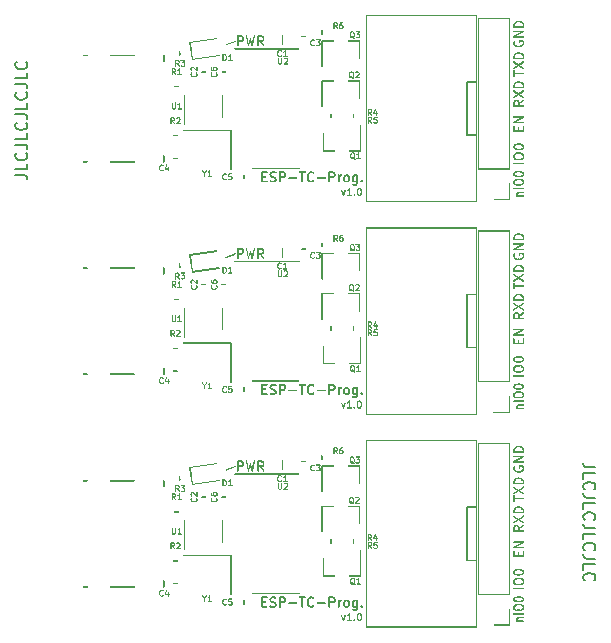
<source format=gto>
%MOIN*%
%OFA0B0*%
%FSLAX46Y46*%
%IPPOS*%
%LPD*%
%ADD10C,0.005905511811023622*%
%ADD11C,0.005905511811023622*%
G36*
X0001130300Y0001440700D02*
G01*
X0001131000Y0001440800D01*
X0001131700Y0001441100D01*
X0001132200Y0001441600D01*
X0001132500Y0001442300D01*
X0001132600Y0001443000D01*
X0001132500Y0001443700D01*
X0001126900Y0001459500D01*
X0001126600Y0001460100D01*
X0001126000Y0001460700D01*
X0001125400Y0001461000D01*
X0001124700Y0001461100D01*
X0001123900Y0001461000D01*
X0001123300Y0001460700D01*
X0001122700Y0001460100D01*
X0001122400Y0001459500D01*
X0001122300Y0001458800D01*
X0001122400Y0001457999D01*
X0001128000Y0001442300D01*
X0001128400Y0001441600D01*
X0001128900Y0001441100D01*
X0001129600Y0001440800D01*
X0001130300Y0001440700D01*
G37*
G36*
X0001130300Y0001440700D02*
G01*
X0001131000Y0001440800D01*
X0001131700Y0001441100D01*
X0001132200Y0001441600D01*
X0001132500Y0001442300D01*
X0001138200Y0001457999D01*
X0001138300Y0001458800D01*
X0001138200Y0001459500D01*
X0001137800Y0001460100D01*
X0001137300Y0001460700D01*
X0001136600Y0001461000D01*
X0001135900Y0001461100D01*
X0001135200Y0001461000D01*
X0001134500Y0001460700D01*
X0001134000Y0001460100D01*
X0001133700Y0001459500D01*
X0001128000Y0001443700D01*
X0001127900Y0001443000D01*
X0001128000Y0001442300D01*
X0001128400Y0001441600D01*
X0001128900Y0001441100D01*
X0001129600Y0001440800D01*
X0001130300Y0001440700D01*
G37*
G36*
X0001157300Y0001440700D02*
G01*
X0001158000Y0001440800D01*
X0001158700Y0001441100D01*
X0001159200Y0001441600D01*
X0001159500Y0001442300D01*
X0001159600Y0001443000D01*
X0001159500Y0001443700D01*
X0001159200Y0001444400D01*
X0001158700Y0001444900D01*
X0001158000Y0001445300D01*
X0001157300Y0001445399D01*
X0001143800Y0001445399D01*
X0001143000Y0001445300D01*
X0001142400Y0001444900D01*
X0001141900Y0001444400D01*
X0001141500Y0001443700D01*
X0001141400Y0001443000D01*
X0001141500Y0001442300D01*
X0001141900Y0001441600D01*
X0001142400Y0001441100D01*
X0001143000Y0001440800D01*
X0001143800Y0001440700D01*
X0001157300Y0001440700D01*
G37*
G36*
X0001150500Y0001440700D02*
G01*
X0001151300Y0001440800D01*
X0001151900Y0001441100D01*
X0001152400Y0001441600D01*
X0001152800Y0001442300D01*
X0001152900Y0001443000D01*
X0001152900Y0001466600D01*
X0001152800Y0001467400D01*
X0001152400Y0001468000D01*
X0001151900Y0001468500D01*
X0001151300Y0001468900D01*
X0001150500Y0001469000D01*
X0001149800Y0001468900D01*
X0001149100Y0001468500D01*
X0001148600Y0001468000D01*
X0001148300Y0001467400D01*
X0001148200Y0001466600D01*
X0001148200Y0001443000D01*
X0001148300Y0001442300D01*
X0001148600Y0001441600D01*
X0001149100Y0001441100D01*
X0001149800Y0001440800D01*
X0001150500Y0001440700D01*
G37*
G36*
X0001148300Y0001460900D02*
G01*
X0001149000Y0001461000D01*
X0001149700Y0001461300D01*
X0001150200Y0001461900D01*
X0001152400Y0001465200D01*
X0001152800Y0001465900D01*
X0001152900Y0001466600D01*
X0001152800Y0001467400D01*
X0001152400Y0001468000D01*
X0001151900Y0001468500D01*
X0001151300Y0001468900D01*
X0001150500Y0001469000D01*
X0001149800Y0001468900D01*
X0001149100Y0001468500D01*
X0001148600Y0001468000D01*
X0001146400Y0001464599D01*
X0001146000Y0001463999D01*
X0001145900Y0001463300D01*
X0001146000Y0001462500D01*
X0001146400Y0001461900D01*
X0001146900Y0001461300D01*
X0001147500Y0001461000D01*
X0001148300Y0001460900D01*
G37*
G36*
X0001146000Y0001458599D02*
G01*
X0001146800Y0001458800D01*
X0001147400Y0001459100D01*
X0001149700Y0001461300D01*
X0001150200Y0001461900D01*
X0001150500Y0001462500D01*
X0001150600Y0001463300D01*
X0001150500Y0001463999D01*
X0001150200Y0001464599D01*
X0001149700Y0001465200D01*
X0001149000Y0001465500D01*
X0001148300Y0001465600D01*
X0001147500Y0001465500D01*
X0001146900Y0001465200D01*
X0001144100Y0001462400D01*
X0001143800Y0001461700D01*
X0001143700Y0001461000D01*
X0001143800Y0001460300D01*
X0001144100Y0001459600D01*
X0001144600Y0001459100D01*
X0001145300Y0001458800D01*
X0001146000Y0001458599D01*
G37*
G36*
X0001143800Y0001457500D02*
G01*
X0001144500Y0001457599D01*
X0001146800Y0001458800D01*
X0001147400Y0001459100D01*
X0001147900Y0001459600D01*
X0001148300Y0001460300D01*
X0001148400Y0001461000D01*
X0001148300Y0001461700D01*
X0001147900Y0001462400D01*
X0001147400Y0001462900D01*
X0001146800Y0001463300D01*
X0001146000Y0001463400D01*
X0001145300Y0001463300D01*
X0001143000Y0001462100D01*
X0001142400Y0001461800D01*
X0001141900Y0001461300D01*
X0001141500Y0001460600D01*
X0001141400Y0001459900D01*
X0001141500Y0001459200D01*
X0001141900Y0001458500D01*
X0001142400Y0001457999D01*
X0001143000Y0001457599D01*
X0001143800Y0001457500D01*
G37*
G36*
X0001168500Y0001441800D02*
G01*
X0001169300Y0001441900D01*
X0001169900Y0001442200D01*
X0001170400Y0001442700D01*
X0001170800Y0001443400D01*
X0001170900Y0001444100D01*
X0001170800Y0001444900D01*
X0001170400Y0001445500D01*
X0001169300Y0001446700D01*
X0001168800Y0001447200D01*
X0001168100Y0001447500D01*
X0001167400Y0001447600D01*
X0001166700Y0001447500D01*
X0001166000Y0001447200D01*
X0001165500Y0001446700D01*
X0001165200Y0001445999D01*
X0001165000Y0001445300D01*
X0001165200Y0001444500D01*
X0001165500Y0001443900D01*
X0001166600Y0001442700D01*
X0001167100Y0001442200D01*
X0001167800Y0001441900D01*
X0001168500Y0001441800D01*
G37*
G36*
X0001167400Y0001440700D02*
G01*
X0001168100Y0001440800D01*
X0001168800Y0001441100D01*
X0001169300Y0001441600D01*
X0001169300Y0001441600D01*
X0001169900Y0001442200D01*
X0001170400Y0001442700D01*
X0001170800Y0001443400D01*
X0001170900Y0001444100D01*
X0001170800Y0001444900D01*
X0001170400Y0001445500D01*
X0001169900Y0001445999D01*
X0001169300Y0001446399D01*
X0001168500Y0001446500D01*
X0001167800Y0001446399D01*
X0001167100Y0001445999D01*
X0001165500Y0001444400D01*
X0001165200Y0001443700D01*
X0001165000Y0001443000D01*
X0001165200Y0001442300D01*
X0001165500Y0001441600D01*
X0001166000Y0001441100D01*
X0001166700Y0001440800D01*
X0001167400Y0001440700D01*
G37*
G36*
X0001167400Y0001440700D02*
G01*
X0001168100Y0001440800D01*
X0001168800Y0001441100D01*
X0001169300Y0001441600D01*
X0001169600Y0001442300D01*
X0001169800Y0001443000D01*
X0001169600Y0001443700D01*
X0001169300Y0001444400D01*
X0001168200Y0001445500D01*
X0001168200Y0001445500D01*
X0001167700Y0001445999D01*
X0001167000Y0001446399D01*
X0001166300Y0001446500D01*
X0001165500Y0001446399D01*
X0001164900Y0001445999D01*
X0001164400Y0001445500D01*
X0001164000Y0001444900D01*
X0001163900Y0001444100D01*
X0001164000Y0001443400D01*
X0001164400Y0001442700D01*
X0001164900Y0001442200D01*
X0001165500Y0001441600D01*
X0001165500Y0001441600D01*
X0001166000Y0001441100D01*
X0001166700Y0001440800D01*
X0001167400Y0001440700D01*
G37*
G36*
X0001166300Y0001441800D02*
G01*
X0001167000Y0001441900D01*
X0001167700Y0001442200D01*
X0001168200Y0001442700D01*
X0001169300Y0001443900D01*
X0001169600Y0001444500D01*
X0001169800Y0001445300D01*
X0001169600Y0001445999D01*
X0001169300Y0001446700D01*
X0001168800Y0001447200D01*
X0001168100Y0001447500D01*
X0001167400Y0001447600D01*
X0001166700Y0001447500D01*
X0001166000Y0001447200D01*
X0001165500Y0001446700D01*
X0001164400Y0001445500D01*
X0001164000Y0001444900D01*
X0001163900Y0001444100D01*
X0001164000Y0001443400D01*
X0001164400Y0001442700D01*
X0001164900Y0001442200D01*
X0001165500Y0001441900D01*
X0001166300Y0001441800D01*
G37*
G36*
X0001167400Y0001440700D02*
G01*
X0001168100Y0001440800D01*
X0001168800Y0001441100D01*
X0001169300Y0001441600D01*
X0001169600Y0001442300D01*
X0001169800Y0001443000D01*
X0001169800Y0001445300D01*
X0001169600Y0001445999D01*
X0001169300Y0001446700D01*
X0001168800Y0001447200D01*
X0001168100Y0001447500D01*
X0001167400Y0001447600D01*
X0001166700Y0001447500D01*
X0001166000Y0001447200D01*
X0001165500Y0001446700D01*
X0001165200Y0001445999D01*
X0001165000Y0001445300D01*
X0001165000Y0001443000D01*
X0001165200Y0001442300D01*
X0001165500Y0001441600D01*
X0001166000Y0001441100D01*
X0001166700Y0001440800D01*
X0001167400Y0001440700D01*
G37*
G36*
X0001185400Y0001464300D02*
G01*
X0001186100Y0001464399D01*
X0001186800Y0001464700D01*
X0001187300Y0001465200D01*
X0001187600Y0001465900D01*
X0001187800Y0001466600D01*
X0001187600Y0001467400D01*
X0001187300Y0001468000D01*
X0001186800Y0001468500D01*
X0001186100Y0001468900D01*
X0001185400Y0001469000D01*
X0001183100Y0001469000D01*
X0001182400Y0001468900D01*
X0001181800Y0001468500D01*
X0001181200Y0001468000D01*
X0001180900Y0001467400D01*
X0001180800Y0001466600D01*
X0001180900Y0001465900D01*
X0001181200Y0001465200D01*
X0001181800Y0001464700D01*
X0001182400Y0001464399D01*
X0001183100Y0001464300D01*
X0001185400Y0001464300D01*
G37*
G36*
X0001187600Y0001463100D02*
G01*
X0001188400Y0001463300D01*
X0001189000Y0001463599D01*
X0001189600Y0001464100D01*
X0001189900Y0001464800D01*
X0001190000Y0001465500D01*
X0001189900Y0001466200D01*
X0001189600Y0001466900D01*
X0001189000Y0001467400D01*
X0001188400Y0001467800D01*
X0001186100Y0001468900D01*
X0001185400Y0001469000D01*
X0001184700Y0001468900D01*
X0001184000Y0001468500D01*
X0001183500Y0001468000D01*
X0001183200Y0001467400D01*
X0001183000Y0001466600D01*
X0001183200Y0001465900D01*
X0001183500Y0001465200D01*
X0001184000Y0001464700D01*
X0001184700Y0001464399D01*
X0001186900Y0001463300D01*
X0001187600Y0001463100D01*
G37*
G36*
X0001188800Y0001462000D02*
G01*
X0001189500Y0001462100D01*
X0001190200Y0001462500D01*
X0001190700Y0001463000D01*
X0001191000Y0001463700D01*
X0001191100Y0001464399D01*
X0001191000Y0001465100D01*
X0001190700Y0001465800D01*
X0001190200Y0001466300D01*
X0001189000Y0001467400D01*
X0001188400Y0001467800D01*
X0001187600Y0001467900D01*
X0001186900Y0001467800D01*
X0001186300Y0001467400D01*
X0001185700Y0001466900D01*
X0001185400Y0001466200D01*
X0001185300Y0001465500D01*
X0001185400Y0001464800D01*
X0001185700Y0001464100D01*
X0001186300Y0001463599D01*
X0001187400Y0001462500D01*
X0001188000Y0001462100D01*
X0001188800Y0001462000D01*
G37*
G36*
X0001189900Y0001459800D02*
G01*
X0001190600Y0001459900D01*
X0001191300Y0001460200D01*
X0001191800Y0001460700D01*
X0001192100Y0001461400D01*
X0001192300Y0001462100D01*
X0001192100Y0001462900D01*
X0001191000Y0001465100D01*
X0001190700Y0001465800D01*
X0001190200Y0001466300D01*
X0001189500Y0001466600D01*
X0001188800Y0001466700D01*
X0001188000Y0001466600D01*
X0001187400Y0001466300D01*
X0001186900Y0001465800D01*
X0001186500Y0001465100D01*
X0001186400Y0001464399D01*
X0001186500Y0001463700D01*
X0001187700Y0001461400D01*
X0001188000Y0001460700D01*
X0001188500Y0001460200D01*
X0001189200Y0001459900D01*
X0001189900Y0001459800D01*
G37*
G36*
X0001191000Y0001455300D02*
G01*
X0001191800Y0001455400D01*
X0001192400Y0001455700D01*
X0001192900Y0001456200D01*
X0001193300Y0001456900D01*
X0001193400Y0001457599D01*
X0001193300Y0001458399D01*
X0001192100Y0001462900D01*
X0001191800Y0001463500D01*
X0001191300Y0001463999D01*
X0001190600Y0001464399D01*
X0001189900Y0001464500D01*
X0001189200Y0001464399D01*
X0001188500Y0001463999D01*
X0001188000Y0001463500D01*
X0001187700Y0001462900D01*
X0001187500Y0001462100D01*
X0001187700Y0001461400D01*
X0001188800Y0001456900D01*
X0001189100Y0001456200D01*
X0001189600Y0001455700D01*
X0001190300Y0001455400D01*
X0001191000Y0001455300D01*
G37*
G36*
X0001191000Y0001449600D02*
G01*
X0001191800Y0001449800D01*
X0001192400Y0001450100D01*
X0001192900Y0001450600D01*
X0001193300Y0001451300D01*
X0001193400Y0001451999D01*
X0001193400Y0001457599D01*
X0001193300Y0001458399D01*
X0001192900Y0001459000D01*
X0001192400Y0001459500D01*
X0001191800Y0001459900D01*
X0001191000Y0001460000D01*
X0001190300Y0001459900D01*
X0001189600Y0001459500D01*
X0001189100Y0001459000D01*
X0001188800Y0001458399D01*
X0001188700Y0001457599D01*
X0001188700Y0001451999D01*
X0001188800Y0001451300D01*
X0001189100Y0001450600D01*
X0001189600Y0001450100D01*
X0001190300Y0001449800D01*
X0001191000Y0001449600D01*
G37*
G36*
X0001189900Y0001445200D02*
G01*
X0001190600Y0001445300D01*
X0001191300Y0001445599D01*
X0001191800Y0001446100D01*
X0001192100Y0001446800D01*
X0001193300Y0001451300D01*
X0001193400Y0001451999D01*
X0001193300Y0001452700D01*
X0001192900Y0001453400D01*
X0001192400Y0001453900D01*
X0001191800Y0001454300D01*
X0001191000Y0001454400D01*
X0001190300Y0001454300D01*
X0001189600Y0001453900D01*
X0001189100Y0001453400D01*
X0001188800Y0001452700D01*
X0001187700Y0001448200D01*
X0001187500Y0001447500D01*
X0001187700Y0001446800D01*
X0001188000Y0001446100D01*
X0001188500Y0001445599D01*
X0001189200Y0001445300D01*
X0001189900Y0001445200D01*
G37*
G36*
X0001188800Y0001442900D02*
G01*
X0001189500Y0001443000D01*
X0001190200Y0001443400D01*
X0001190700Y0001443900D01*
X0001191000Y0001444500D01*
X0001192100Y0001446800D01*
X0001192300Y0001447500D01*
X0001192100Y0001448200D01*
X0001191800Y0001448900D01*
X0001191300Y0001449400D01*
X0001190600Y0001449800D01*
X0001189900Y0001449900D01*
X0001189200Y0001449800D01*
X0001188500Y0001449400D01*
X0001188000Y0001448900D01*
X0001187700Y0001448200D01*
X0001186500Y0001445999D01*
X0001186400Y0001445300D01*
X0001186500Y0001444500D01*
X0001186900Y0001443900D01*
X0001187400Y0001443400D01*
X0001188000Y0001443000D01*
X0001188800Y0001442900D01*
G37*
G36*
X0001187600Y0001441800D02*
G01*
X0001188400Y0001441900D01*
X0001189000Y0001442200D01*
X0001190700Y0001443900D01*
X0001191000Y0001444500D01*
X0001191100Y0001445300D01*
X0001191000Y0001445999D01*
X0001190700Y0001446700D01*
X0001190200Y0001447200D01*
X0001189500Y0001447500D01*
X0001188800Y0001447600D01*
X0001188000Y0001447500D01*
X0001187400Y0001447200D01*
X0001186900Y0001446700D01*
X0001185700Y0001445500D01*
X0001185400Y0001444900D01*
X0001185300Y0001444100D01*
X0001185400Y0001443400D01*
X0001185700Y0001442700D01*
X0001186300Y0001442200D01*
X0001186900Y0001441900D01*
X0001187600Y0001441800D01*
G37*
G36*
X0001185400Y0001440700D02*
G01*
X0001186100Y0001440800D01*
X0001188400Y0001441900D01*
X0001189000Y0001442200D01*
X0001189600Y0001442700D01*
X0001189900Y0001443400D01*
X0001190000Y0001444100D01*
X0001189900Y0001444900D01*
X0001189600Y0001445500D01*
X0001189000Y0001445999D01*
X0001188400Y0001446399D01*
X0001187600Y0001446500D01*
X0001186900Y0001446399D01*
X0001184700Y0001445300D01*
X0001184000Y0001444900D01*
X0001183500Y0001444400D01*
X0001183200Y0001443700D01*
X0001183000Y0001443000D01*
X0001183200Y0001442300D01*
X0001183500Y0001441600D01*
X0001184000Y0001441100D01*
X0001184700Y0001440800D01*
X0001185400Y0001440700D01*
G37*
G36*
X0001185400Y0001440700D02*
G01*
X0001186100Y0001440800D01*
X0001186800Y0001441100D01*
X0001187300Y0001441600D01*
X0001187600Y0001442300D01*
X0001187800Y0001443000D01*
X0001187600Y0001443700D01*
X0001187300Y0001444400D01*
X0001186800Y0001444900D01*
X0001186100Y0001445300D01*
X0001185400Y0001445399D01*
X0001183100Y0001445399D01*
X0001182400Y0001445300D01*
X0001181800Y0001444900D01*
X0001181200Y0001444400D01*
X0001180900Y0001443700D01*
X0001180800Y0001443000D01*
X0001180900Y0001442300D01*
X0001181200Y0001441600D01*
X0001181800Y0001441100D01*
X0001182400Y0001440800D01*
X0001183100Y0001440700D01*
X0001185400Y0001440700D01*
G37*
G36*
X0001183100Y0001440700D02*
G01*
X0001183900Y0001440800D01*
X0001184500Y0001441100D01*
X0001185100Y0001441600D01*
X0001185400Y0001442300D01*
X0001185500Y0001443000D01*
X0001185400Y0001443700D01*
X0001185100Y0001444400D01*
X0001184500Y0001444900D01*
X0001183900Y0001445300D01*
X0001181600Y0001446399D01*
X0001180900Y0001446500D01*
X0001180200Y0001446399D01*
X0001179500Y0001445999D01*
X0001179000Y0001445500D01*
X0001178700Y0001444900D01*
X0001178500Y0001444100D01*
X0001178700Y0001443400D01*
X0001179000Y0001442700D01*
X0001179500Y0001442200D01*
X0001180200Y0001441900D01*
X0001182400Y0001440800D01*
X0001183100Y0001440700D01*
G37*
G36*
X0001180900Y0001441800D02*
G01*
X0001181600Y0001441900D01*
X0001182300Y0001442200D01*
X0001182800Y0001442700D01*
X0001183100Y0001443400D01*
X0001183300Y0001444100D01*
X0001183100Y0001444900D01*
X0001182800Y0001445500D01*
X0001181200Y0001447200D01*
X0001180500Y0001447500D01*
X0001179800Y0001447600D01*
X0001179000Y0001447500D01*
X0001178400Y0001447200D01*
X0001177900Y0001446700D01*
X0001177500Y0001445999D01*
X0001177400Y0001445300D01*
X0001177500Y0001444500D01*
X0001177900Y0001443900D01*
X0001179000Y0001442700D01*
X0001179500Y0001442200D01*
X0001180200Y0001441900D01*
X0001180900Y0001441800D01*
G37*
G36*
X0001179800Y0001442900D02*
G01*
X0001180500Y0001443000D01*
X0001181200Y0001443400D01*
X0001181700Y0001443900D01*
X0001182000Y0001444500D01*
X0001182100Y0001445300D01*
X0001182000Y0001445999D01*
X0001180900Y0001448200D01*
X0001180600Y0001448900D01*
X0001180000Y0001449400D01*
X0001179400Y0001449800D01*
X0001178600Y0001449900D01*
X0001177900Y0001449800D01*
X0001177300Y0001449400D01*
X0001176700Y0001448900D01*
X0001176400Y0001448200D01*
X0001176300Y0001447500D01*
X0001176400Y0001446800D01*
X0001177500Y0001444500D01*
X0001177900Y0001443900D01*
X0001178400Y0001443400D01*
X0001179000Y0001443000D01*
X0001179800Y0001442900D01*
G37*
G36*
X0001178600Y0001445200D02*
G01*
X0001179400Y0001445300D01*
X0001180000Y0001445599D01*
X0001180600Y0001446100D01*
X0001180900Y0001446800D01*
X0001181000Y0001447500D01*
X0001180900Y0001448200D01*
X0001179800Y0001452700D01*
X0001179400Y0001453400D01*
X0001178900Y0001453900D01*
X0001178300Y0001454300D01*
X0001177500Y0001454400D01*
X0001176800Y0001454300D01*
X0001176100Y0001453900D01*
X0001175600Y0001453400D01*
X0001175300Y0001452700D01*
X0001175200Y0001451999D01*
X0001175300Y0001451300D01*
X0001176400Y0001446800D01*
X0001176700Y0001446100D01*
X0001177300Y0001445599D01*
X0001177900Y0001445300D01*
X0001178600Y0001445200D01*
G37*
G36*
X0001177500Y0001449600D02*
G01*
X0001178300Y0001449800D01*
X0001178900Y0001450100D01*
X0001179400Y0001450600D01*
X0001179800Y0001451300D01*
X0001179900Y0001451999D01*
X0001179900Y0001457599D01*
X0001179800Y0001458399D01*
X0001179400Y0001459000D01*
X0001178900Y0001459500D01*
X0001178300Y0001459900D01*
X0001177500Y0001460000D01*
X0001176800Y0001459900D01*
X0001176100Y0001459500D01*
X0001175600Y0001459000D01*
X0001175300Y0001458399D01*
X0001175200Y0001457599D01*
X0001175200Y0001451999D01*
X0001175300Y0001451300D01*
X0001175600Y0001450600D01*
X0001176100Y0001450100D01*
X0001176800Y0001449800D01*
X0001177500Y0001449600D01*
G37*
G36*
X0001177500Y0001455300D02*
G01*
X0001178300Y0001455400D01*
X0001178900Y0001455700D01*
X0001179400Y0001456200D01*
X0001179800Y0001456900D01*
X0001180900Y0001461400D01*
X0001181000Y0001462100D01*
X0001180900Y0001462900D01*
X0001180600Y0001463500D01*
X0001180000Y0001463999D01*
X0001179400Y0001464399D01*
X0001178600Y0001464500D01*
X0001177900Y0001464399D01*
X0001177300Y0001463999D01*
X0001176700Y0001463500D01*
X0001176400Y0001462900D01*
X0001175300Y0001458399D01*
X0001175200Y0001457599D01*
X0001175300Y0001456900D01*
X0001175600Y0001456200D01*
X0001176100Y0001455700D01*
X0001176800Y0001455400D01*
X0001177500Y0001455300D01*
G37*
G36*
X0001178600Y0001459800D02*
G01*
X0001179400Y0001459900D01*
X0001180000Y0001460200D01*
X0001180600Y0001460700D01*
X0001180900Y0001461400D01*
X0001182000Y0001463700D01*
X0001182100Y0001464399D01*
X0001182000Y0001465100D01*
X0001181700Y0001465800D01*
X0001181200Y0001466300D01*
X0001180500Y0001466600D01*
X0001179800Y0001466700D01*
X0001179000Y0001466600D01*
X0001178400Y0001466300D01*
X0001177900Y0001465800D01*
X0001177500Y0001465100D01*
X0001176400Y0001462900D01*
X0001176300Y0001462100D01*
X0001176400Y0001461400D01*
X0001176700Y0001460700D01*
X0001177300Y0001460200D01*
X0001177900Y0001459900D01*
X0001178600Y0001459800D01*
G37*
G36*
X0001179800Y0001462000D02*
G01*
X0001180500Y0001462100D01*
X0001181200Y0001462500D01*
X0001182300Y0001463599D01*
X0001182800Y0001464100D01*
X0001183100Y0001464800D01*
X0001183300Y0001465500D01*
X0001183100Y0001466200D01*
X0001182800Y0001466900D01*
X0001182300Y0001467400D01*
X0001181600Y0001467800D01*
X0001180900Y0001467900D01*
X0001180200Y0001467800D01*
X0001179500Y0001467400D01*
X0001179000Y0001466900D01*
X0001178400Y0001466300D01*
X0001177900Y0001465800D01*
X0001177500Y0001465100D01*
X0001177400Y0001464399D01*
X0001177500Y0001463700D01*
X0001177900Y0001463000D01*
X0001178400Y0001462500D01*
X0001179000Y0001462100D01*
X0001179800Y0001462000D01*
G37*
G36*
X0001180900Y0001463100D02*
G01*
X0001181600Y0001463300D01*
X0001183900Y0001464399D01*
X0001184500Y0001464700D01*
X0001185100Y0001465200D01*
X0001185400Y0001465900D01*
X0001185500Y0001466600D01*
X0001185400Y0001467400D01*
X0001185100Y0001468000D01*
X0001184500Y0001468500D01*
X0001183900Y0001468900D01*
X0001183100Y0001469000D01*
X0001182400Y0001468900D01*
X0001180200Y0001467800D01*
X0001179500Y0001467400D01*
X0001179000Y0001466900D01*
X0001178700Y0001466200D01*
X0001178500Y0001465500D01*
X0001178700Y0001464800D01*
X0001179000Y0001464100D01*
X0001179500Y0001463599D01*
X0001180200Y0001463300D01*
X0001180900Y0001463100D01*
G37*
G36*
X0000870700Y0001502400D02*
G01*
X0000871600Y0001502500D01*
X0000872400Y0001503000D01*
X0000873100Y0001503600D01*
X0000873500Y0001504400D01*
X0000873600Y0001505400D01*
X0000873500Y0001506300D01*
X0000873100Y0001507100D01*
X0000872400Y0001507700D01*
X0000871600Y0001508200D01*
X0000870700Y0001508300D01*
X0000860200Y0001508300D01*
X0000859300Y0001508200D01*
X0000858500Y0001507700D01*
X0000857800Y0001507100D01*
X0000857400Y0001506300D01*
X0000857200Y0001505400D01*
X0000857400Y0001504400D01*
X0000857800Y0001503600D01*
X0000858500Y0001503000D01*
X0000859300Y0001502500D01*
X0000860200Y0001502400D01*
X0000870700Y0001502400D01*
G37*
G36*
X0000875200Y0001485900D02*
G01*
X0000876100Y0001486100D01*
X0000876900Y0001486500D01*
X0000877600Y0001487100D01*
X0000878000Y0001487900D01*
X0000878100Y0001488900D01*
X0000878000Y0001489800D01*
X0000877600Y0001490600D01*
X0000876900Y0001491200D01*
X0000876100Y0001491700D01*
X0000875200Y0001491800D01*
X0000860200Y0001491800D01*
X0000859300Y0001491700D01*
X0000858500Y0001491200D01*
X0000857800Y0001490600D01*
X0000857400Y0001489800D01*
X0000857200Y0001488900D01*
X0000857400Y0001487900D01*
X0000857800Y0001487100D01*
X0000858500Y0001486500D01*
X0000859300Y0001486100D01*
X0000860200Y0001485900D01*
X0000875200Y0001485900D01*
G37*
G36*
X0000860200Y0001485900D02*
G01*
X0000861100Y0001486100D01*
X0000861900Y0001486500D01*
X0000862600Y0001487100D01*
X0000863000Y0001487900D01*
X0000863100Y0001488900D01*
X0000863100Y0001520400D01*
X0000863000Y0001521300D01*
X0000862600Y0001522100D01*
X0000861900Y0001522700D01*
X0000861100Y0001523200D01*
X0000860200Y0001523300D01*
X0000859300Y0001523200D01*
X0000858500Y0001522700D01*
X0000857800Y0001522100D01*
X0000857400Y0001521300D01*
X0000857200Y0001520400D01*
X0000857200Y0001488900D01*
X0000857400Y0001487900D01*
X0000857800Y0001487100D01*
X0000858500Y0001486500D01*
X0000859300Y0001486100D01*
X0000860200Y0001485900D01*
G37*
G36*
X0000875200Y0001517400D02*
G01*
X0000876100Y0001517500D01*
X0000876900Y0001518000D01*
X0000877600Y0001518599D01*
X0000878000Y0001519400D01*
X0000878100Y0001520400D01*
X0000878000Y0001521300D01*
X0000877600Y0001522100D01*
X0000876900Y0001522700D01*
X0000876100Y0001523200D01*
X0000875200Y0001523300D01*
X0000860200Y0001523300D01*
X0000859300Y0001523200D01*
X0000858500Y0001522700D01*
X0000857800Y0001522100D01*
X0000857400Y0001521300D01*
X0000857200Y0001520400D01*
X0000857400Y0001519400D01*
X0000857800Y0001518599D01*
X0000858500Y0001518000D01*
X0000859300Y0001517500D01*
X0000860200Y0001517400D01*
X0000875200Y0001517400D01*
G37*
G36*
X0000891700Y0001485900D02*
G01*
X0000892600Y0001486100D01*
X0000893400Y0001486500D01*
X0000894100Y0001487100D01*
X0000894500Y0001487900D01*
X0000894600Y0001488900D01*
X0000894500Y0001489800D01*
X0000894100Y0001490600D01*
X0000893400Y0001491200D01*
X0000892600Y0001491700D01*
X0000888100Y0001493200D01*
X0000887200Y0001493300D01*
X0000886300Y0001493200D01*
X0000885500Y0001492700D01*
X0000884800Y0001492100D01*
X0000884400Y0001491300D01*
X0000884200Y0001490400D01*
X0000884400Y0001489400D01*
X0000884800Y0001488599D01*
X0000885500Y0001487999D01*
X0000886300Y0001487600D01*
X0000890800Y0001486100D01*
X0000891700Y0001485900D01*
G37*
G36*
X0000899200Y0001485900D02*
G01*
X0000900100Y0001486100D01*
X0000900900Y0001486500D01*
X0000901600Y0001487100D01*
X0000902000Y0001487900D01*
X0000902100Y0001488900D01*
X0000902000Y0001489800D01*
X0000901600Y0001490600D01*
X0000900900Y0001491200D01*
X0000900100Y0001491700D01*
X0000899200Y0001491800D01*
X0000891700Y0001491800D01*
X0000890800Y0001491700D01*
X0000890000Y0001491200D01*
X0000889300Y0001490600D01*
X0000888900Y0001489800D01*
X0000888700Y0001488900D01*
X0000888900Y0001487900D01*
X0000889300Y0001487100D01*
X0000890000Y0001486500D01*
X0000890800Y0001486100D01*
X0000891700Y0001485900D01*
X0000899200Y0001485900D01*
G37*
G36*
X0000899200Y0001485900D02*
G01*
X0000900100Y0001486100D01*
X0000903100Y0001487600D01*
X0000903900Y0001487999D01*
X0000904600Y0001488599D01*
X0000905000Y0001489400D01*
X0000905100Y0001490400D01*
X0000905000Y0001491300D01*
X0000904600Y0001492100D01*
X0000903900Y0001492700D01*
X0000903100Y0001493200D01*
X0000902200Y0001493300D01*
X0000901300Y0001493200D01*
X0000898300Y0001491700D01*
X0000897500Y0001491200D01*
X0000896800Y0001490600D01*
X0000896400Y0001489800D01*
X0000896200Y0001488900D01*
X0000896400Y0001487900D01*
X0000896800Y0001487100D01*
X0000897500Y0001486500D01*
X0000898300Y0001486100D01*
X0000899200Y0001485900D01*
G37*
G36*
X0000902200Y0001487400D02*
G01*
X0000903100Y0001487600D01*
X0000903900Y0001487999D01*
X0000905400Y0001489500D01*
X0000906100Y0001490100D01*
X0000906500Y0001490900D01*
X0000906600Y0001491900D01*
X0000906500Y0001492800D01*
X0000906100Y0001493600D01*
X0000905400Y0001494199D01*
X0000904600Y0001494700D01*
X0000903700Y0001494799D01*
X0000902800Y0001494700D01*
X0000902000Y0001494199D01*
X0000899800Y0001492100D01*
X0000899400Y0001491300D01*
X0000899200Y0001490400D01*
X0000899400Y0001489400D01*
X0000899800Y0001488599D01*
X0000900500Y0001487999D01*
X0000901300Y0001487600D01*
X0000902200Y0001487400D01*
G37*
G36*
X0000903700Y0001488900D02*
G01*
X0000904600Y0001489100D01*
X0000905400Y0001489500D01*
X0000906100Y0001490100D01*
X0000906500Y0001490900D01*
X0000908000Y0001493900D01*
X0000908100Y0001494900D01*
X0000908000Y0001495800D01*
X0000907600Y0001496600D01*
X0000906900Y0001497200D01*
X0000906100Y0001497700D01*
X0000905200Y0001497800D01*
X0000904300Y0001497700D01*
X0000903500Y0001497200D01*
X0000902800Y0001496600D01*
X0000902400Y0001495800D01*
X0000900900Y0001492800D01*
X0000900700Y0001491900D01*
X0000900900Y0001490900D01*
X0000901300Y0001490100D01*
X0000902000Y0001489500D01*
X0000902800Y0001489100D01*
X0000903700Y0001488900D01*
G37*
G36*
X0000905200Y0001491900D02*
G01*
X0000906100Y0001492100D01*
X0000906900Y0001492500D01*
X0000907600Y0001493100D01*
X0000908000Y0001493900D01*
X0000908100Y0001494900D01*
X0000908100Y0001497900D01*
X0000908000Y0001498800D01*
X0000907600Y0001499600D01*
X0000906900Y0001500199D01*
X0000906100Y0001500700D01*
X0000905200Y0001500799D01*
X0000904300Y0001500700D01*
X0000903500Y0001500199D01*
X0000902800Y0001499600D01*
X0000902400Y0001498800D01*
X0000902200Y0001497900D01*
X0000902200Y0001494900D01*
X0000902400Y0001493900D01*
X0000902800Y0001493100D01*
X0000903500Y0001492500D01*
X0000904300Y0001492100D01*
X0000905200Y0001491900D01*
G37*
G36*
X0000905200Y0001494900D02*
G01*
X0000906100Y0001495100D01*
X0000906900Y0001495500D01*
X0000907600Y0001496100D01*
X0000908000Y0001496900D01*
X0000908100Y0001497900D01*
X0000908000Y0001498800D01*
X0000906500Y0001501800D01*
X0000906100Y0001502600D01*
X0000905400Y0001503200D01*
X0000904600Y0001503700D01*
X0000903700Y0001503800D01*
X0000902800Y0001503700D01*
X0000902000Y0001503200D01*
X0000901300Y0001502600D01*
X0000900900Y0001501800D01*
X0000900700Y0001500900D01*
X0000900900Y0001499900D01*
X0000902400Y0001496900D01*
X0000902800Y0001496100D01*
X0000903500Y0001495500D01*
X0000904300Y0001495100D01*
X0000905200Y0001494900D01*
G37*
G36*
X0000903700Y0001497900D02*
G01*
X0000904600Y0001498100D01*
X0000905400Y0001498500D01*
X0000906100Y0001499100D01*
X0000906500Y0001499900D01*
X0000906600Y0001500900D01*
X0000906500Y0001501800D01*
X0000906100Y0001502600D01*
X0000905400Y0001503200D01*
X0000903900Y0001504700D01*
X0000903100Y0001505200D01*
X0000902200Y0001505300D01*
X0000901300Y0001505200D01*
X0000900500Y0001504700D01*
X0000899800Y0001504100D01*
X0000899400Y0001503300D01*
X0000899200Y0001502400D01*
X0000899400Y0001501400D01*
X0000899800Y0001500599D01*
X0000900500Y0001499999D01*
X0000902000Y0001498500D01*
X0000902800Y0001498100D01*
X0000903700Y0001497900D01*
G37*
G36*
X0000902200Y0001499400D02*
G01*
X0000903100Y0001499600D01*
X0000903900Y0001499999D01*
X0000904600Y0001500599D01*
X0000905000Y0001501400D01*
X0000905100Y0001502400D01*
X0000905000Y0001503300D01*
X0000904600Y0001504100D01*
X0000903900Y0001504700D01*
X0000903100Y0001505200D01*
X0000900100Y0001506700D01*
X0000899200Y0001506799D01*
X0000898300Y0001506700D01*
X0000897500Y0001506199D01*
X0000896800Y0001505600D01*
X0000896400Y0001504800D01*
X0000896200Y0001503900D01*
X0000896400Y0001502900D01*
X0000896800Y0001502100D01*
X0000897500Y0001501500D01*
X0000898300Y0001501100D01*
X0000901300Y0001499600D01*
X0000902200Y0001499400D01*
G37*
G36*
X0000899200Y0001500900D02*
G01*
X0000900100Y0001501100D01*
X0000900900Y0001501500D01*
X0000901600Y0001502100D01*
X0000902000Y0001502900D01*
X0000902100Y0001503900D01*
X0000902000Y0001504800D01*
X0000901600Y0001505600D01*
X0000900900Y0001506199D01*
X0000900100Y0001506700D01*
X0000894100Y0001508200D01*
X0000893200Y0001508300D01*
X0000892300Y0001508200D01*
X0000891500Y0001507700D01*
X0000890800Y0001507100D01*
X0000890400Y0001506300D01*
X0000890200Y0001505400D01*
X0000890400Y0001504400D01*
X0000890800Y0001503600D01*
X0000891500Y0001503000D01*
X0000892300Y0001502500D01*
X0000898300Y0001501100D01*
X0000899200Y0001500900D01*
G37*
G36*
X0000893200Y0001502400D02*
G01*
X0000894100Y0001502500D01*
X0000894900Y0001503000D01*
X0000895600Y0001503600D01*
X0000896000Y0001504400D01*
X0000896100Y0001505400D01*
X0000896000Y0001506300D01*
X0000895600Y0001507100D01*
X0000894900Y0001507700D01*
X0000894100Y0001508200D01*
X0000891100Y0001509700D01*
X0000890200Y0001509800D01*
X0000889300Y0001509700D01*
X0000888500Y0001509200D01*
X0000887800Y0001508600D01*
X0000887400Y0001507800D01*
X0000887200Y0001506900D01*
X0000887400Y0001505900D01*
X0000887800Y0001505100D01*
X0000888500Y0001504500D01*
X0000889300Y0001504000D01*
X0000892300Y0001502500D01*
X0000893200Y0001502400D01*
G37*
G36*
X0000890200Y0001503900D02*
G01*
X0000891100Y0001504000D01*
X0000891900Y0001504500D01*
X0000892600Y0001505100D01*
X0000893000Y0001505900D01*
X0000893100Y0001506900D01*
X0000893000Y0001507800D01*
X0000892600Y0001508600D01*
X0000890400Y0001510700D01*
X0000889600Y0001511200D01*
X0000888700Y0001511300D01*
X0000887800Y0001511200D01*
X0000887000Y0001510700D01*
X0000886300Y0001510100D01*
X0000885900Y0001509300D01*
X0000885700Y0001508400D01*
X0000885900Y0001507400D01*
X0000886300Y0001506599D01*
X0000888500Y0001504500D01*
X0000889300Y0001504000D01*
X0000890200Y0001503900D01*
G37*
G36*
X0000888700Y0001505400D02*
G01*
X0000889600Y0001505500D01*
X0000890400Y0001506000D01*
X0000891100Y0001506599D01*
X0000891500Y0001507400D01*
X0000891600Y0001508400D01*
X0000891500Y0001509300D01*
X0000890000Y0001512300D01*
X0000889600Y0001513100D01*
X0000888900Y0001513700D01*
X0000888100Y0001514200D01*
X0000887200Y0001514300D01*
X0000886300Y0001514200D01*
X0000885500Y0001513700D01*
X0000884800Y0001513100D01*
X0000884400Y0001512300D01*
X0000884200Y0001511400D01*
X0000884400Y0001510400D01*
X0000885900Y0001507400D01*
X0000886300Y0001506599D01*
X0000887000Y0001506000D01*
X0000887800Y0001505500D01*
X0000888700Y0001505400D01*
G37*
G36*
X0000887200Y0001508400D02*
G01*
X0000888100Y0001508500D01*
X0000888900Y0001509000D01*
X0000889600Y0001509600D01*
X0000890000Y0001510400D01*
X0000890100Y0001511400D01*
X0000890100Y0001514400D01*
X0000890000Y0001515300D01*
X0000889600Y0001516100D01*
X0000888900Y0001516700D01*
X0000888100Y0001517200D01*
X0000887200Y0001517300D01*
X0000886300Y0001517200D01*
X0000885500Y0001516700D01*
X0000884800Y0001516100D01*
X0000884400Y0001515300D01*
X0000884200Y0001514400D01*
X0000884200Y0001511400D01*
X0000884400Y0001510400D01*
X0000884800Y0001509600D01*
X0000885500Y0001509000D01*
X0000886300Y0001508500D01*
X0000887200Y0001508400D01*
G37*
G36*
X0000887200Y0001511400D02*
G01*
X0000888100Y0001511500D01*
X0000888900Y0001512000D01*
X0000889600Y0001512599D01*
X0000890000Y0001513400D01*
X0000891500Y0001516400D01*
X0000891600Y0001517400D01*
X0000891500Y0001518300D01*
X0000891100Y0001519100D01*
X0000890400Y0001519700D01*
X0000889600Y0001520200D01*
X0000888700Y0001520300D01*
X0000887800Y0001520200D01*
X0000887000Y0001519700D01*
X0000886300Y0001519100D01*
X0000885900Y0001518300D01*
X0000884400Y0001515300D01*
X0000884200Y0001514400D01*
X0000884400Y0001513400D01*
X0000884800Y0001512599D01*
X0000885500Y0001512000D01*
X0000886300Y0001511500D01*
X0000887200Y0001511400D01*
G37*
G36*
X0000888700Y0001514400D02*
G01*
X0000889600Y0001514500D01*
X0000890400Y0001515000D01*
X0000892600Y0001517100D01*
X0000893000Y0001517900D01*
X0000893100Y0001518900D01*
X0000893000Y0001519800D01*
X0000892600Y0001520600D01*
X0000891900Y0001521200D01*
X0000891100Y0001521700D01*
X0000890200Y0001521800D01*
X0000889300Y0001521700D01*
X0000888500Y0001521200D01*
X0000886300Y0001519100D01*
X0000885900Y0001518300D01*
X0000885700Y0001517400D01*
X0000885900Y0001516400D01*
X0000886300Y0001515600D01*
X0000887000Y0001515000D01*
X0000887800Y0001514500D01*
X0000888700Y0001514400D01*
G37*
G36*
X0000890200Y0001515900D02*
G01*
X0000891100Y0001516000D01*
X0000894100Y0001517500D01*
X0000894900Y0001518000D01*
X0000895600Y0001518599D01*
X0000896000Y0001519400D01*
X0000896100Y0001520400D01*
X0000896000Y0001521300D01*
X0000895600Y0001522100D01*
X0000894900Y0001522700D01*
X0000894100Y0001523200D01*
X0000893200Y0001523300D01*
X0000892300Y0001523200D01*
X0000889300Y0001521700D01*
X0000888500Y0001521200D01*
X0000887800Y0001520600D01*
X0000887400Y0001519800D01*
X0000887200Y0001518900D01*
X0000887400Y0001517900D01*
X0000887800Y0001517100D01*
X0000888500Y0001516500D01*
X0000889300Y0001516000D01*
X0000890200Y0001515900D01*
G37*
G36*
X0000900700Y0001517400D02*
G01*
X0000901600Y0001517500D01*
X0000902400Y0001518000D01*
X0000903100Y0001518599D01*
X0000903500Y0001519400D01*
X0000903600Y0001520400D01*
X0000903500Y0001521300D01*
X0000903100Y0001522100D01*
X0000902400Y0001522700D01*
X0000901600Y0001523200D01*
X0000900700Y0001523300D01*
X0000893200Y0001523300D01*
X0000892300Y0001523200D01*
X0000891500Y0001522700D01*
X0000890800Y0001522100D01*
X0000890400Y0001521300D01*
X0000890200Y0001520400D01*
X0000890400Y0001519400D01*
X0000890800Y0001518599D01*
X0000891500Y0001518000D01*
X0000892300Y0001517500D01*
X0000893200Y0001517400D01*
X0000900700Y0001517400D01*
G37*
G36*
X0000905200Y0001515900D02*
G01*
X0000906100Y0001516000D01*
X0000906900Y0001516500D01*
X0000907600Y0001517100D01*
X0000908000Y0001517900D01*
X0000908100Y0001518900D01*
X0000908000Y0001519800D01*
X0000907600Y0001520600D01*
X0000906900Y0001521200D01*
X0000906100Y0001521700D01*
X0000901600Y0001523200D01*
X0000900700Y0001523300D01*
X0000899800Y0001523200D01*
X0000899000Y0001522700D01*
X0000898300Y0001522100D01*
X0000897900Y0001521300D01*
X0000897700Y0001520400D01*
X0000897900Y0001519400D01*
X0000898300Y0001518599D01*
X0000899000Y0001518000D01*
X0000899800Y0001517500D01*
X0000904300Y0001516000D01*
X0000905200Y0001515900D01*
G37*
G36*
X0000918700Y0001485900D02*
G01*
X0000919600Y0001486100D01*
X0000920400Y0001486500D01*
X0000921100Y0001487100D01*
X0000921500Y0001487900D01*
X0000921600Y0001488900D01*
X0000921600Y0001520400D01*
X0000921500Y0001521300D01*
X0000921100Y0001522100D01*
X0000920400Y0001522700D01*
X0000919600Y0001523200D01*
X0000918700Y0001523300D01*
X0000917800Y0001523200D01*
X0000916900Y0001522700D01*
X0000916300Y0001522100D01*
X0000915900Y0001521300D01*
X0000915700Y0001520400D01*
X0000915700Y0001488900D01*
X0000915900Y0001487900D01*
X0000916300Y0001487100D01*
X0000916900Y0001486500D01*
X0000917800Y0001486100D01*
X0000918700Y0001485900D01*
G37*
G36*
X0000930700Y0001517400D02*
G01*
X0000931600Y0001517500D01*
X0000932400Y0001518000D01*
X0000933100Y0001518599D01*
X0000933500Y0001519400D01*
X0000933600Y0001520400D01*
X0000933500Y0001521300D01*
X0000933100Y0001522100D01*
X0000932400Y0001522700D01*
X0000931600Y0001523200D01*
X0000930700Y0001523300D01*
X0000918700Y0001523300D01*
X0000917800Y0001523200D01*
X0000916900Y0001522700D01*
X0000916300Y0001522100D01*
X0000915900Y0001521300D01*
X0000915700Y0001520400D01*
X0000915900Y0001519400D01*
X0000916300Y0001518599D01*
X0000916900Y0001518000D01*
X0000917800Y0001517500D01*
X0000918700Y0001517400D01*
X0000930700Y0001517400D01*
G37*
G36*
X0000933700Y0001515900D02*
G01*
X0000934600Y0001516000D01*
X0000935400Y0001516500D01*
X0000936100Y0001517100D01*
X0000936500Y0001517900D01*
X0000936600Y0001518900D01*
X0000936500Y0001519800D01*
X0000936100Y0001520600D01*
X0000935400Y0001521200D01*
X0000934600Y0001521700D01*
X0000931600Y0001523200D01*
X0000930700Y0001523300D01*
X0000929800Y0001523200D01*
X0000928900Y0001522700D01*
X0000928300Y0001522100D01*
X0000927900Y0001521300D01*
X0000927700Y0001520400D01*
X0000927900Y0001519400D01*
X0000928300Y0001518599D01*
X0000928900Y0001518000D01*
X0000929800Y0001517500D01*
X0000932800Y0001516000D01*
X0000933700Y0001515900D01*
G37*
G36*
X0000935200Y0001514400D02*
G01*
X0000936100Y0001514500D01*
X0000936900Y0001515000D01*
X0000937600Y0001515600D01*
X0000938000Y0001516400D01*
X0000938100Y0001517400D01*
X0000938000Y0001518300D01*
X0000937600Y0001519100D01*
X0000936900Y0001519700D01*
X0000935400Y0001521200D01*
X0000934600Y0001521700D01*
X0000933700Y0001521800D01*
X0000932800Y0001521700D01*
X0000931900Y0001521200D01*
X0000931300Y0001520600D01*
X0000930900Y0001519800D01*
X0000930700Y0001518900D01*
X0000930900Y0001517900D01*
X0000931300Y0001517100D01*
X0000933400Y0001515000D01*
X0000934300Y0001514500D01*
X0000935200Y0001514400D01*
G37*
G36*
X0000936700Y0001511400D02*
G01*
X0000937600Y0001511500D01*
X0000938400Y0001512000D01*
X0000939100Y0001512599D01*
X0000939500Y0001513400D01*
X0000939600Y0001514400D01*
X0000939500Y0001515300D01*
X0000938000Y0001518300D01*
X0000937600Y0001519100D01*
X0000936900Y0001519700D01*
X0000936100Y0001520200D01*
X0000935200Y0001520300D01*
X0000934300Y0001520200D01*
X0000933400Y0001519700D01*
X0000932800Y0001519100D01*
X0000932400Y0001518300D01*
X0000932200Y0001517400D01*
X0000932400Y0001516400D01*
X0000933900Y0001513400D01*
X0000934300Y0001512599D01*
X0000934900Y0001512000D01*
X0000935800Y0001511500D01*
X0000936700Y0001511400D01*
G37*
G36*
X0000936700Y0001506900D02*
G01*
X0000937600Y0001506999D01*
X0000938400Y0001507500D01*
X0000939100Y0001508100D01*
X0000939500Y0001508900D01*
X0000939600Y0001509900D01*
X0000939600Y0001514400D01*
X0000939500Y0001515300D01*
X0000939100Y0001516100D01*
X0000938400Y0001516700D01*
X0000937600Y0001517200D01*
X0000936700Y0001517300D01*
X0000935800Y0001517200D01*
X0000934900Y0001516700D01*
X0000934300Y0001516100D01*
X0000933900Y0001515300D01*
X0000933700Y0001514400D01*
X0000933700Y0001509900D01*
X0000933900Y0001508900D01*
X0000934300Y0001508100D01*
X0000934900Y0001507500D01*
X0000935800Y0001506999D01*
X0000936700Y0001506900D01*
G37*
G36*
X0000935200Y0001503900D02*
G01*
X0000936100Y0001504000D01*
X0000936900Y0001504500D01*
X0000937600Y0001505100D01*
X0000938000Y0001505900D01*
X0000939500Y0001508900D01*
X0000939600Y0001509900D01*
X0000939500Y0001510800D01*
X0000939100Y0001511600D01*
X0000938400Y0001512199D01*
X0000937600Y0001512700D01*
X0000936700Y0001512799D01*
X0000935800Y0001512700D01*
X0000934900Y0001512199D01*
X0000934300Y0001511600D01*
X0000933900Y0001510800D01*
X0000932400Y0001507800D01*
X0000932200Y0001506900D01*
X0000932400Y0001505900D01*
X0000932800Y0001505100D01*
X0000933400Y0001504500D01*
X0000934300Y0001504000D01*
X0000935200Y0001503900D01*
G37*
G36*
X0000933700Y0001502400D02*
G01*
X0000934600Y0001502500D01*
X0000935400Y0001503000D01*
X0000937600Y0001505100D01*
X0000938000Y0001505900D01*
X0000938100Y0001506900D01*
X0000938000Y0001507800D01*
X0000937600Y0001508600D01*
X0000936900Y0001509200D01*
X0000936100Y0001509700D01*
X0000935200Y0001509800D01*
X0000934300Y0001509700D01*
X0000933400Y0001509200D01*
X0000931300Y0001507100D01*
X0000930900Y0001506300D01*
X0000930700Y0001505400D01*
X0000930900Y0001504400D01*
X0000931300Y0001503600D01*
X0000931900Y0001503000D01*
X0000932800Y0001502500D01*
X0000933700Y0001502400D01*
G37*
G36*
X0000930700Y0001500900D02*
G01*
X0000931600Y0001501100D01*
X0000934600Y0001502500D01*
X0000935400Y0001503000D01*
X0000936100Y0001503600D01*
X0000936500Y0001504400D01*
X0000936600Y0001505400D01*
X0000936500Y0001506300D01*
X0000936100Y0001507100D01*
X0000935400Y0001507700D01*
X0000934600Y0001508200D01*
X0000933700Y0001508300D01*
X0000932800Y0001508200D01*
X0000929800Y0001506700D01*
X0000928900Y0001506199D01*
X0000928300Y0001505600D01*
X0000927900Y0001504800D01*
X0000927700Y0001503900D01*
X0000927900Y0001502900D01*
X0000928300Y0001502100D01*
X0000928900Y0001501500D01*
X0000929800Y0001501100D01*
X0000930700Y0001500900D01*
G37*
G36*
X0000930700Y0001500900D02*
G01*
X0000931600Y0001501100D01*
X0000932400Y0001501500D01*
X0000933100Y0001502100D01*
X0000933500Y0001502900D01*
X0000933600Y0001503900D01*
X0000933500Y0001504800D01*
X0000933100Y0001505600D01*
X0000932400Y0001506199D01*
X0000931600Y0001506700D01*
X0000930700Y0001506799D01*
X0000918700Y0001506799D01*
X0000917800Y0001506700D01*
X0000916900Y0001506199D01*
X0000916300Y0001505600D01*
X0000915900Y0001504800D01*
X0000915700Y0001503900D01*
X0000915900Y0001502900D01*
X0000916300Y0001502100D01*
X0000916900Y0001501500D01*
X0000917800Y0001501100D01*
X0000918700Y0001500900D01*
X0000930700Y0001500900D01*
G37*
G36*
X0000974200Y0001497900D02*
G01*
X0000975100Y0001498100D01*
X0000975900Y0001498500D01*
X0000976600Y0001499100D01*
X0000977000Y0001499900D01*
X0000977100Y0001500900D01*
X0000977000Y0001501800D01*
X0000976600Y0001502600D01*
X0000975900Y0001503200D01*
X0000975100Y0001503700D01*
X0000974200Y0001503800D01*
X0000950200Y0001503800D01*
X0000949300Y0001503700D01*
X0000948400Y0001503200D01*
X0000947800Y0001502600D01*
X0000947400Y0001501800D01*
X0000947200Y0001500900D01*
X0000947400Y0001499900D01*
X0000947800Y0001499100D01*
X0000948400Y0001498500D01*
X0000949300Y0001498100D01*
X0000950200Y0001497900D01*
X0000974200Y0001497900D01*
G37*
G36*
X0001002699Y0001517400D02*
G01*
X0001003600Y0001517500D01*
X0001004400Y0001518000D01*
X0001005100Y0001518599D01*
X0001005500Y0001519400D01*
X0001005600Y0001520400D01*
X0001005500Y0001521300D01*
X0001005100Y0001522100D01*
X0001004400Y0001522700D01*
X0001003600Y0001523200D01*
X0001002699Y0001523300D01*
X0000984700Y0001523300D01*
X0000983800Y0001523200D01*
X0000982900Y0001522700D01*
X0000982300Y0001522100D01*
X0000981900Y0001521300D01*
X0000981700Y0001520400D01*
X0000981900Y0001519400D01*
X0000982300Y0001518599D01*
X0000982900Y0001518000D01*
X0000983800Y0001517500D01*
X0000984700Y0001517400D01*
X0001002699Y0001517400D01*
G37*
G36*
X0000993700Y0001485900D02*
G01*
X0000994600Y0001486100D01*
X0000995400Y0001486500D01*
X0000996100Y0001487100D01*
X0000996500Y0001487900D01*
X0000996600Y0001488900D01*
X0000996600Y0001520400D01*
X0000996500Y0001521300D01*
X0000996100Y0001522100D01*
X0000995400Y0001522700D01*
X0000994600Y0001523200D01*
X0000993700Y0001523300D01*
X0000992800Y0001523200D01*
X0000991900Y0001522700D01*
X0000991300Y0001522100D01*
X0000990900Y0001521300D01*
X0000990700Y0001520400D01*
X0000990700Y0001488900D01*
X0000990900Y0001487900D01*
X0000991300Y0001487100D01*
X0000991900Y0001486500D01*
X0000992800Y0001486100D01*
X0000993700Y0001485900D01*
G37*
G36*
X0001029700Y0001487400D02*
G01*
X0001030600Y0001487600D01*
X0001031400Y0001487999D01*
X0001032899Y0001489500D01*
X0001033600Y0001490100D01*
X0001034000Y0001490900D01*
X0001034100Y0001491900D01*
X0001034000Y0001492800D01*
X0001033600Y0001493600D01*
X0001032899Y0001494199D01*
X0001032100Y0001494700D01*
X0001031199Y0001494799D01*
X0001030300Y0001494700D01*
X0001029400Y0001494199D01*
X0001027900Y0001492700D01*
X0001027300Y0001492100D01*
X0001026899Y0001491300D01*
X0001026700Y0001490400D01*
X0001026899Y0001489400D01*
X0001027300Y0001488599D01*
X0001027900Y0001487999D01*
X0001028799Y0001487600D01*
X0001029700Y0001487400D01*
G37*
G36*
X0001025199Y0001485900D02*
G01*
X0001026100Y0001486100D01*
X0001030600Y0001487600D01*
X0001031400Y0001487999D01*
X0001032100Y0001488599D01*
X0001032500Y0001489400D01*
X0001032600Y0001490400D01*
X0001032500Y0001491300D01*
X0001032100Y0001492100D01*
X0001031400Y0001492700D01*
X0001030600Y0001493200D01*
X0001029700Y0001493300D01*
X0001028799Y0001493200D01*
X0001024300Y0001491700D01*
X0001023400Y0001491200D01*
X0001022799Y0001490600D01*
X0001022400Y0001489800D01*
X0001022200Y0001488900D01*
X0001022400Y0001487900D01*
X0001022799Y0001487100D01*
X0001023400Y0001486500D01*
X0001024300Y0001486100D01*
X0001025199Y0001485900D01*
G37*
G36*
X0001025199Y0001485900D02*
G01*
X0001026100Y0001486100D01*
X0001026899Y0001486500D01*
X0001027600Y0001487100D01*
X0001028000Y0001487900D01*
X0001028100Y0001488900D01*
X0001028000Y0001489800D01*
X0001027600Y0001490600D01*
X0001026899Y0001491200D01*
X0001026100Y0001491700D01*
X0001025199Y0001491800D01*
X0001022200Y0001491800D01*
X0001021300Y0001491700D01*
X0001020400Y0001491200D01*
X0001019800Y0001490600D01*
X0001019400Y0001489800D01*
X0001019200Y0001488900D01*
X0001019400Y0001487900D01*
X0001019800Y0001487100D01*
X0001020400Y0001486500D01*
X0001021300Y0001486100D01*
X0001022200Y0001485900D01*
X0001025199Y0001485900D01*
G37*
G36*
X0001022200Y0001485900D02*
G01*
X0001023099Y0001486100D01*
X0001023900Y0001486500D01*
X0001024600Y0001487100D01*
X0001024999Y0001487900D01*
X0001025099Y0001488900D01*
X0001024999Y0001489800D01*
X0001024600Y0001490600D01*
X0001023900Y0001491200D01*
X0001023099Y0001491700D01*
X0001018600Y0001493200D01*
X0001017700Y0001493300D01*
X0001016799Y0001493200D01*
X0001015900Y0001492700D01*
X0001015300Y0001492100D01*
X0001014899Y0001491300D01*
X0001014699Y0001490400D01*
X0001014899Y0001489400D01*
X0001015300Y0001488599D01*
X0001015900Y0001487999D01*
X0001016799Y0001487600D01*
X0001021300Y0001486100D01*
X0001022200Y0001485900D01*
G37*
G36*
X0001017700Y0001487400D02*
G01*
X0001018600Y0001487600D01*
X0001019400Y0001487999D01*
X0001020100Y0001488599D01*
X0001020500Y0001489400D01*
X0001020600Y0001490400D01*
X0001020500Y0001491300D01*
X0001020100Y0001492100D01*
X0001019400Y0001492700D01*
X0001017099Y0001495100D01*
X0001017099Y0001495100D01*
X0001016400Y0001495700D01*
X0001015600Y0001496200D01*
X0001014699Y0001496300D01*
X0001013800Y0001496200D01*
X0001012899Y0001495700D01*
X0001012300Y0001495100D01*
X0001011900Y0001494300D01*
X0001011700Y0001493400D01*
X0001011900Y0001492400D01*
X0001012300Y0001491600D01*
X0001012899Y0001491000D01*
X0001015300Y0001488599D01*
X0001015300Y0001488599D01*
X0001015900Y0001487999D01*
X0001016799Y0001487600D01*
X0001017700Y0001487400D01*
G37*
G36*
X0001014699Y0001490400D02*
G01*
X0001015600Y0001490600D01*
X0001016400Y0001491000D01*
X0001017099Y0001491600D01*
X0001017500Y0001492400D01*
X0001017600Y0001493400D01*
X0001017500Y0001494300D01*
X0001016000Y0001497300D01*
X0001015600Y0001498100D01*
X0001014899Y0001498700D01*
X0001014100Y0001499200D01*
X0001013200Y0001499300D01*
X0001012300Y0001499200D01*
X0001011400Y0001498700D01*
X0001010799Y0001498100D01*
X0001010400Y0001497300D01*
X0001010200Y0001496400D01*
X0001010400Y0001495400D01*
X0001011900Y0001492400D01*
X0001012300Y0001491600D01*
X0001012899Y0001491000D01*
X0001013800Y0001490600D01*
X0001014699Y0001490400D01*
G37*
G36*
X0001013200Y0001493400D02*
G01*
X0001014100Y0001493600D01*
X0001014899Y0001493999D01*
X0001015600Y0001494599D01*
X0001016000Y0001495400D01*
X0001016100Y0001496400D01*
X0001016000Y0001497300D01*
X0001014500Y0001503300D01*
X0001014100Y0001504100D01*
X0001013400Y0001504700D01*
X0001012600Y0001505200D01*
X0001011700Y0001505300D01*
X0001010799Y0001505200D01*
X0001009900Y0001504700D01*
X0001009300Y0001504100D01*
X0001008899Y0001503300D01*
X0001008699Y0001502400D01*
X0001008899Y0001501400D01*
X0001010400Y0001495400D01*
X0001010799Y0001494599D01*
X0001011400Y0001493999D01*
X0001012300Y0001493600D01*
X0001013200Y0001493400D01*
G37*
G36*
X0001011700Y0001499400D02*
G01*
X0001012600Y0001499600D01*
X0001013400Y0001499999D01*
X0001014100Y0001500599D01*
X0001014500Y0001501400D01*
X0001014600Y0001502400D01*
X0001014600Y0001506900D01*
X0001014500Y0001507800D01*
X0001014100Y0001508600D01*
X0001013400Y0001509200D01*
X0001012600Y0001509700D01*
X0001011700Y0001509800D01*
X0001010799Y0001509700D01*
X0001009900Y0001509200D01*
X0001009300Y0001508600D01*
X0001008899Y0001507800D01*
X0001008699Y0001506900D01*
X0001008699Y0001502400D01*
X0001008899Y0001501400D01*
X0001009300Y0001500599D01*
X0001009900Y0001499999D01*
X0001010799Y0001499600D01*
X0001011700Y0001499400D01*
G37*
G36*
X0001011700Y0001503900D02*
G01*
X0001012600Y0001504000D01*
X0001013400Y0001504500D01*
X0001014100Y0001505100D01*
X0001014500Y0001505900D01*
X0001016000Y0001511900D01*
X0001016100Y0001512900D01*
X0001016000Y0001513800D01*
X0001015600Y0001514600D01*
X0001014899Y0001515200D01*
X0001014100Y0001515700D01*
X0001013200Y0001515800D01*
X0001012300Y0001515700D01*
X0001011400Y0001515200D01*
X0001010799Y0001514600D01*
X0001010400Y0001513800D01*
X0001008899Y0001507800D01*
X0001008699Y0001506900D01*
X0001008899Y0001505900D01*
X0001009300Y0001505100D01*
X0001009900Y0001504500D01*
X0001010799Y0001504000D01*
X0001011700Y0001503900D01*
G37*
G36*
X0001013200Y0001509900D02*
G01*
X0001014100Y0001510000D01*
X0001014899Y0001510500D01*
X0001015600Y0001511100D01*
X0001016000Y0001511900D01*
X0001017500Y0001514900D01*
X0001017600Y0001515900D01*
X0001017500Y0001516800D01*
X0001017099Y0001517600D01*
X0001016400Y0001518200D01*
X0001015600Y0001518700D01*
X0001014699Y0001518799D01*
X0001013800Y0001518700D01*
X0001012899Y0001518200D01*
X0001012300Y0001517600D01*
X0001011900Y0001516800D01*
X0001010400Y0001513800D01*
X0001010200Y0001512900D01*
X0001010400Y0001511900D01*
X0001010799Y0001511100D01*
X0001011400Y0001510500D01*
X0001012300Y0001510000D01*
X0001013200Y0001509900D01*
G37*
G36*
X0001014699Y0001512900D02*
G01*
X0001015600Y0001512999D01*
X0001016400Y0001513500D01*
X0001017099Y0001514100D01*
X0001017099Y0001514100D01*
X0001019400Y0001516500D01*
X0001020100Y0001517100D01*
X0001020500Y0001517900D01*
X0001020600Y0001518900D01*
X0001020500Y0001519800D01*
X0001020100Y0001520600D01*
X0001019400Y0001521200D01*
X0001018600Y0001521700D01*
X0001017700Y0001521800D01*
X0001016799Y0001521700D01*
X0001015900Y0001521200D01*
X0001015300Y0001520600D01*
X0001015300Y0001520600D01*
X0001012300Y0001517600D01*
X0001011900Y0001516800D01*
X0001011700Y0001515900D01*
X0001011900Y0001514900D01*
X0001012300Y0001514100D01*
X0001012899Y0001513500D01*
X0001013800Y0001512999D01*
X0001014699Y0001512900D01*
G37*
G36*
X0001017700Y0001515900D02*
G01*
X0001018600Y0001516000D01*
X0001023099Y0001517500D01*
X0001023900Y0001518000D01*
X0001024600Y0001518599D01*
X0001024999Y0001519400D01*
X0001025099Y0001520400D01*
X0001024999Y0001521300D01*
X0001024600Y0001522100D01*
X0001023900Y0001522700D01*
X0001023099Y0001523200D01*
X0001022200Y0001523300D01*
X0001021300Y0001523200D01*
X0001016799Y0001521700D01*
X0001015900Y0001521200D01*
X0001015300Y0001520600D01*
X0001014899Y0001519800D01*
X0001014699Y0001518900D01*
X0001014899Y0001517900D01*
X0001015300Y0001517100D01*
X0001015900Y0001516500D01*
X0001016799Y0001516000D01*
X0001017700Y0001515900D01*
G37*
G36*
X0001025199Y0001517400D02*
G01*
X0001026100Y0001517500D01*
X0001026899Y0001518000D01*
X0001027600Y0001518599D01*
X0001028000Y0001519400D01*
X0001028100Y0001520400D01*
X0001028000Y0001521300D01*
X0001027600Y0001522100D01*
X0001026899Y0001522700D01*
X0001026100Y0001523200D01*
X0001025199Y0001523300D01*
X0001022200Y0001523300D01*
X0001021300Y0001523200D01*
X0001020400Y0001522700D01*
X0001019800Y0001522100D01*
X0001019400Y0001521300D01*
X0001019200Y0001520400D01*
X0001019400Y0001519400D01*
X0001019800Y0001518599D01*
X0001020400Y0001518000D01*
X0001021300Y0001517500D01*
X0001022200Y0001517400D01*
X0001025199Y0001517400D01*
G37*
G36*
X0001029700Y0001515900D02*
G01*
X0001030600Y0001516000D01*
X0001031400Y0001516500D01*
X0001032100Y0001517100D01*
X0001032500Y0001517900D01*
X0001032600Y0001518900D01*
X0001032500Y0001519800D01*
X0001032100Y0001520600D01*
X0001031400Y0001521200D01*
X0001030600Y0001521700D01*
X0001026100Y0001523200D01*
X0001025199Y0001523300D01*
X0001024300Y0001523200D01*
X0001023400Y0001522700D01*
X0001022799Y0001522100D01*
X0001022400Y0001521300D01*
X0001022200Y0001520400D01*
X0001022400Y0001519400D01*
X0001022799Y0001518599D01*
X0001023400Y0001518000D01*
X0001024300Y0001517500D01*
X0001028799Y0001516000D01*
X0001029700Y0001515900D01*
G37*
G36*
X0001031199Y0001514400D02*
G01*
X0001032100Y0001514500D01*
X0001032899Y0001515000D01*
X0001033600Y0001515600D01*
X0001034000Y0001516400D01*
X0001034100Y0001517400D01*
X0001034000Y0001518300D01*
X0001033600Y0001519100D01*
X0001032899Y0001519700D01*
X0001031400Y0001521200D01*
X0001030600Y0001521700D01*
X0001029700Y0001521800D01*
X0001028799Y0001521700D01*
X0001027900Y0001521200D01*
X0001027300Y0001520600D01*
X0001026899Y0001519800D01*
X0001026700Y0001518900D01*
X0001026899Y0001517900D01*
X0001027300Y0001517100D01*
X0001027900Y0001516500D01*
X0001029400Y0001515000D01*
X0001030300Y0001514500D01*
X0001031199Y0001514400D01*
G37*
G36*
X0001068700Y0001497900D02*
G01*
X0001069600Y0001498100D01*
X0001070400Y0001498500D01*
X0001071100Y0001499100D01*
X0001071500Y0001499900D01*
X0001071600Y0001500900D01*
X0001071500Y0001501800D01*
X0001071100Y0001502600D01*
X0001070400Y0001503200D01*
X0001069600Y0001503700D01*
X0001068700Y0001503800D01*
X0001044700Y0001503800D01*
X0001043800Y0001503700D01*
X0001042899Y0001503200D01*
X0001042300Y0001502600D01*
X0001041900Y0001501800D01*
X0001041700Y0001500900D01*
X0001041900Y0001499900D01*
X0001042300Y0001499100D01*
X0001042899Y0001498500D01*
X0001043800Y0001498100D01*
X0001044700Y0001497900D01*
X0001068700Y0001497900D01*
G37*
G36*
X0001083700Y0001485900D02*
G01*
X0001084600Y0001486100D01*
X0001085400Y0001486500D01*
X0001086100Y0001487100D01*
X0001086500Y0001487900D01*
X0001086600Y0001488900D01*
X0001086600Y0001520400D01*
X0001086500Y0001521300D01*
X0001086100Y0001522100D01*
X0001085400Y0001522700D01*
X0001084600Y0001523200D01*
X0001083700Y0001523300D01*
X0001082800Y0001523200D01*
X0001081900Y0001522700D01*
X0001081300Y0001522100D01*
X0001080900Y0001521300D01*
X0001080700Y0001520400D01*
X0001080700Y0001488900D01*
X0001080900Y0001487900D01*
X0001081300Y0001487100D01*
X0001081900Y0001486500D01*
X0001082800Y0001486100D01*
X0001083700Y0001485900D01*
G37*
G36*
X0001095700Y0001517400D02*
G01*
X0001096600Y0001517500D01*
X0001097400Y0001518000D01*
X0001098100Y0001518599D01*
X0001098500Y0001519400D01*
X0001098600Y0001520400D01*
X0001098500Y0001521300D01*
X0001098100Y0001522100D01*
X0001097400Y0001522700D01*
X0001096600Y0001523200D01*
X0001095700Y0001523300D01*
X0001083700Y0001523300D01*
X0001082800Y0001523200D01*
X0001081900Y0001522700D01*
X0001081300Y0001522100D01*
X0001080900Y0001521300D01*
X0001080700Y0001520400D01*
X0001080900Y0001519400D01*
X0001081300Y0001518599D01*
X0001081900Y0001518000D01*
X0001082800Y0001517500D01*
X0001083700Y0001517400D01*
X0001095700Y0001517400D01*
G37*
G36*
X0001098700Y0001515900D02*
G01*
X0001099600Y0001516000D01*
X0001100400Y0001516500D01*
X0001101100Y0001517100D01*
X0001101500Y0001517900D01*
X0001101600Y0001518900D01*
X0001101500Y0001519800D01*
X0001101100Y0001520600D01*
X0001100400Y0001521200D01*
X0001099600Y0001521700D01*
X0001096600Y0001523200D01*
X0001095700Y0001523300D01*
X0001094800Y0001523200D01*
X0001093900Y0001522700D01*
X0001093300Y0001522100D01*
X0001092900Y0001521300D01*
X0001092700Y0001520400D01*
X0001092900Y0001519400D01*
X0001093300Y0001518599D01*
X0001093900Y0001518000D01*
X0001094800Y0001517500D01*
X0001097700Y0001516000D01*
X0001098700Y0001515900D01*
G37*
G36*
X0001100200Y0001514400D02*
G01*
X0001101100Y0001514500D01*
X0001101900Y0001515000D01*
X0001102600Y0001515600D01*
X0001103000Y0001516400D01*
X0001103100Y0001517400D01*
X0001103000Y0001518300D01*
X0001102600Y0001519100D01*
X0001100400Y0001521200D01*
X0001099600Y0001521700D01*
X0001098700Y0001521800D01*
X0001097700Y0001521700D01*
X0001096900Y0001521200D01*
X0001096300Y0001520600D01*
X0001095900Y0001519800D01*
X0001095700Y0001518900D01*
X0001095900Y0001517900D01*
X0001096300Y0001517100D01*
X0001098400Y0001515000D01*
X0001099200Y0001514500D01*
X0001100200Y0001514400D01*
G37*
G36*
X0001101700Y0001511400D02*
G01*
X0001102600Y0001511500D01*
X0001103400Y0001512000D01*
X0001104100Y0001512599D01*
X0001104500Y0001513400D01*
X0001104600Y0001514400D01*
X0001104500Y0001515300D01*
X0001103000Y0001518300D01*
X0001102600Y0001519100D01*
X0001101900Y0001519700D01*
X0001101100Y0001520200D01*
X0001100200Y0001520300D01*
X0001099200Y0001520200D01*
X0001098400Y0001519700D01*
X0001097800Y0001519100D01*
X0001097400Y0001518300D01*
X0001097200Y0001517400D01*
X0001097400Y0001516400D01*
X0001098900Y0001513400D01*
X0001099300Y0001512599D01*
X0001099900Y0001512000D01*
X0001100700Y0001511500D01*
X0001101700Y0001511400D01*
G37*
G36*
X0001101700Y0001506900D02*
G01*
X0001102600Y0001506999D01*
X0001103400Y0001507500D01*
X0001104100Y0001508100D01*
X0001104500Y0001508900D01*
X0001104600Y0001509900D01*
X0001104600Y0001514400D01*
X0001104500Y0001515300D01*
X0001104100Y0001516100D01*
X0001103400Y0001516700D01*
X0001102600Y0001517200D01*
X0001101700Y0001517300D01*
X0001100700Y0001517200D01*
X0001099900Y0001516700D01*
X0001099300Y0001516100D01*
X0001098900Y0001515300D01*
X0001098700Y0001514400D01*
X0001098700Y0001509900D01*
X0001098900Y0001508900D01*
X0001099300Y0001508100D01*
X0001099900Y0001507500D01*
X0001100700Y0001506999D01*
X0001101700Y0001506900D01*
G37*
G36*
X0001100200Y0001503900D02*
G01*
X0001101100Y0001504000D01*
X0001101900Y0001504500D01*
X0001102600Y0001505100D01*
X0001103000Y0001505900D01*
X0001104500Y0001508900D01*
X0001104600Y0001509900D01*
X0001104500Y0001510800D01*
X0001104100Y0001511600D01*
X0001103400Y0001512199D01*
X0001102600Y0001512700D01*
X0001101700Y0001512799D01*
X0001100700Y0001512700D01*
X0001099900Y0001512199D01*
X0001099300Y0001511600D01*
X0001098900Y0001510800D01*
X0001097400Y0001507800D01*
X0001097200Y0001506900D01*
X0001097400Y0001505900D01*
X0001097800Y0001505100D01*
X0001098400Y0001504500D01*
X0001099200Y0001504000D01*
X0001100200Y0001503900D01*
G37*
G36*
X0001098700Y0001502400D02*
G01*
X0001099600Y0001502500D01*
X0001100400Y0001503000D01*
X0001102600Y0001505100D01*
X0001103000Y0001505900D01*
X0001103100Y0001506900D01*
X0001103000Y0001507800D01*
X0001102600Y0001508600D01*
X0001101900Y0001509200D01*
X0001101100Y0001509700D01*
X0001100200Y0001509800D01*
X0001099200Y0001509700D01*
X0001098400Y0001509200D01*
X0001097800Y0001508600D01*
X0001096300Y0001507100D01*
X0001095900Y0001506300D01*
X0001095700Y0001505400D01*
X0001095900Y0001504400D01*
X0001096300Y0001503600D01*
X0001096900Y0001503000D01*
X0001097700Y0001502500D01*
X0001098700Y0001502400D01*
G37*
G36*
X0001095700Y0001500900D02*
G01*
X0001096600Y0001501100D01*
X0001099600Y0001502500D01*
X0001100400Y0001503000D01*
X0001101100Y0001503600D01*
X0001101500Y0001504400D01*
X0001101600Y0001505400D01*
X0001101500Y0001506300D01*
X0001101100Y0001507100D01*
X0001100400Y0001507700D01*
X0001099600Y0001508200D01*
X0001098700Y0001508300D01*
X0001097700Y0001508200D01*
X0001094800Y0001506700D01*
X0001093900Y0001506199D01*
X0001093300Y0001505600D01*
X0001092900Y0001504800D01*
X0001092700Y0001503900D01*
X0001092900Y0001502900D01*
X0001093300Y0001502100D01*
X0001093900Y0001501500D01*
X0001094800Y0001501100D01*
X0001095700Y0001500900D01*
G37*
G36*
X0001095700Y0001500900D02*
G01*
X0001096600Y0001501100D01*
X0001097400Y0001501500D01*
X0001098100Y0001502100D01*
X0001098500Y0001502900D01*
X0001098600Y0001503900D01*
X0001098500Y0001504800D01*
X0001098100Y0001505600D01*
X0001097400Y0001506199D01*
X0001096600Y0001506700D01*
X0001095700Y0001506799D01*
X0001083700Y0001506799D01*
X0001082800Y0001506700D01*
X0001081900Y0001506199D01*
X0001081300Y0001505600D01*
X0001080900Y0001504800D01*
X0001080700Y0001503900D01*
X0001080900Y0001502900D01*
X0001081300Y0001502100D01*
X0001081900Y0001501500D01*
X0001082800Y0001501100D01*
X0001083700Y0001500900D01*
X0001095700Y0001500900D01*
G37*
G36*
X0001115200Y0001485900D02*
G01*
X0001116100Y0001486100D01*
X0001116900Y0001486500D01*
X0001117500Y0001487100D01*
X0001118000Y0001487900D01*
X0001118100Y0001488900D01*
X0001118100Y0001509900D01*
X0001118000Y0001510800D01*
X0001117500Y0001511600D01*
X0001116900Y0001512199D01*
X0001116100Y0001512700D01*
X0001115200Y0001512799D01*
X0001114200Y0001512700D01*
X0001113400Y0001512199D01*
X0001112800Y0001511600D01*
X0001112400Y0001510800D01*
X0001112200Y0001509900D01*
X0001112200Y0001488900D01*
X0001112400Y0001487900D01*
X0001112800Y0001487100D01*
X0001113400Y0001486500D01*
X0001114200Y0001486100D01*
X0001115200Y0001485900D01*
G37*
G36*
X0001115200Y0001500900D02*
G01*
X0001116100Y0001501100D01*
X0001116900Y0001501500D01*
X0001117500Y0001502100D01*
X0001118000Y0001502900D01*
X0001119500Y0001505900D01*
X0001119600Y0001506900D01*
X0001119500Y0001507800D01*
X0001119000Y0001508600D01*
X0001118400Y0001509200D01*
X0001117600Y0001509700D01*
X0001116700Y0001509800D01*
X0001115700Y0001509700D01*
X0001114900Y0001509200D01*
X0001114300Y0001508600D01*
X0001113900Y0001507800D01*
X0001112400Y0001504800D01*
X0001112200Y0001503900D01*
X0001112400Y0001502900D01*
X0001112800Y0001502100D01*
X0001113400Y0001501500D01*
X0001114200Y0001501100D01*
X0001115200Y0001500900D01*
G37*
G36*
X0001116700Y0001503900D02*
G01*
X0001117600Y0001504000D01*
X0001118400Y0001504500D01*
X0001119900Y0001506000D01*
X0001120500Y0001506599D01*
X0001121000Y0001507400D01*
X0001121100Y0001508400D01*
X0001121000Y0001509300D01*
X0001120500Y0001510100D01*
X0001119900Y0001510700D01*
X0001119100Y0001511200D01*
X0001118200Y0001511300D01*
X0001117200Y0001511200D01*
X0001116400Y0001510700D01*
X0001114300Y0001508600D01*
X0001113900Y0001507800D01*
X0001113700Y0001506900D01*
X0001113900Y0001505900D01*
X0001114300Y0001505100D01*
X0001114900Y0001504500D01*
X0001115700Y0001504000D01*
X0001116700Y0001503900D01*
G37*
G36*
X0001118200Y0001505400D02*
G01*
X0001119100Y0001505500D01*
X0001122100Y0001506999D01*
X0001122900Y0001507500D01*
X0001123500Y0001508100D01*
X0001124000Y0001508900D01*
X0001124100Y0001509900D01*
X0001124000Y0001510800D01*
X0001123500Y0001511600D01*
X0001122900Y0001512199D01*
X0001122100Y0001512700D01*
X0001121200Y0001512799D01*
X0001120200Y0001512700D01*
X0001117200Y0001511200D01*
X0001116400Y0001510700D01*
X0001115800Y0001510100D01*
X0001115400Y0001509300D01*
X0001115200Y0001508400D01*
X0001115400Y0001507400D01*
X0001115800Y0001506599D01*
X0001116400Y0001506000D01*
X0001117200Y0001505500D01*
X0001118200Y0001505400D01*
G37*
G36*
X0001124200Y0001506900D02*
G01*
X0001125100Y0001506999D01*
X0001125900Y0001507500D01*
X0001126500Y0001508100D01*
X0001127000Y0001508900D01*
X0001127100Y0001509900D01*
X0001127000Y0001510800D01*
X0001126500Y0001511600D01*
X0001125900Y0001512199D01*
X0001125100Y0001512700D01*
X0001124200Y0001512799D01*
X0001121200Y0001512799D01*
X0001120200Y0001512700D01*
X0001119400Y0001512199D01*
X0001118800Y0001511600D01*
X0001118400Y0001510800D01*
X0001118200Y0001509900D01*
X0001118400Y0001508900D01*
X0001118800Y0001508100D01*
X0001119400Y0001507500D01*
X0001120200Y0001506999D01*
X0001121200Y0001506900D01*
X0001124200Y0001506900D01*
G37*
G36*
X0001139200Y0001485900D02*
G01*
X0001140100Y0001486100D01*
X0001140900Y0001486500D01*
X0001141500Y0001487100D01*
X0001142000Y0001487900D01*
X0001142100Y0001488900D01*
X0001142000Y0001489800D01*
X0001141500Y0001490600D01*
X0001140900Y0001491200D01*
X0001140100Y0001491700D01*
X0001137100Y0001493200D01*
X0001136200Y0001493300D01*
X0001135200Y0001493200D01*
X0001134400Y0001492700D01*
X0001133800Y0001492100D01*
X0001133300Y0001491300D01*
X0001133200Y0001490400D01*
X0001133300Y0001489400D01*
X0001133800Y0001488599D01*
X0001134400Y0001487999D01*
X0001135200Y0001487600D01*
X0001138200Y0001486100D01*
X0001139200Y0001485900D01*
G37*
G36*
X0001136200Y0001487400D02*
G01*
X0001137100Y0001487600D01*
X0001137900Y0001487999D01*
X0001138500Y0001488599D01*
X0001139000Y0001489400D01*
X0001139100Y0001490400D01*
X0001139000Y0001491300D01*
X0001138500Y0001492100D01*
X0001136400Y0001494199D01*
X0001135600Y0001494700D01*
X0001134700Y0001494799D01*
X0001133700Y0001494700D01*
X0001132900Y0001494199D01*
X0001132300Y0001493600D01*
X0001131800Y0001492800D01*
X0001131700Y0001491900D01*
X0001131800Y0001490900D01*
X0001132300Y0001490100D01*
X0001134400Y0001487999D01*
X0001135200Y0001487600D01*
X0001136200Y0001487400D01*
G37*
G36*
X0001134700Y0001488900D02*
G01*
X0001135600Y0001489100D01*
X0001136400Y0001489500D01*
X0001137000Y0001490100D01*
X0001137500Y0001490900D01*
X0001137600Y0001491900D01*
X0001137500Y0001492800D01*
X0001136000Y0001495800D01*
X0001135500Y0001496600D01*
X0001134900Y0001497200D01*
X0001134100Y0001497700D01*
X0001133200Y0001497800D01*
X0001132200Y0001497700D01*
X0001131400Y0001497200D01*
X0001130800Y0001496600D01*
X0001130300Y0001495800D01*
X0001130200Y0001494900D01*
X0001130300Y0001493900D01*
X0001131800Y0001490900D01*
X0001132300Y0001490100D01*
X0001132900Y0001489500D01*
X0001133700Y0001489100D01*
X0001134700Y0001488900D01*
G37*
G36*
X0001133200Y0001491900D02*
G01*
X0001134100Y0001492100D01*
X0001134900Y0001492500D01*
X0001135500Y0001493100D01*
X0001136000Y0001493900D01*
X0001136100Y0001494900D01*
X0001136100Y0001503900D01*
X0001136000Y0001504800D01*
X0001135500Y0001505600D01*
X0001134900Y0001506199D01*
X0001134100Y0001506700D01*
X0001133200Y0001506799D01*
X0001132200Y0001506700D01*
X0001131400Y0001506199D01*
X0001130800Y0001505600D01*
X0001130300Y0001504800D01*
X0001130200Y0001503900D01*
X0001130200Y0001494900D01*
X0001130300Y0001493900D01*
X0001130800Y0001493100D01*
X0001131400Y0001492500D01*
X0001132200Y0001492100D01*
X0001133200Y0001491900D01*
G37*
G36*
X0001133200Y0001500900D02*
G01*
X0001134100Y0001501100D01*
X0001134900Y0001501500D01*
X0001135500Y0001502100D01*
X0001136000Y0001502900D01*
X0001137500Y0001505900D01*
X0001137600Y0001506900D01*
X0001137500Y0001507800D01*
X0001137000Y0001508600D01*
X0001136400Y0001509200D01*
X0001135600Y0001509700D01*
X0001134700Y0001509800D01*
X0001133700Y0001509700D01*
X0001132900Y0001509200D01*
X0001132300Y0001508600D01*
X0001131800Y0001507800D01*
X0001130300Y0001504800D01*
X0001130200Y0001503900D01*
X0001130300Y0001502900D01*
X0001130800Y0001502100D01*
X0001131400Y0001501500D01*
X0001132200Y0001501100D01*
X0001133200Y0001500900D01*
G37*
G36*
X0001134700Y0001503900D02*
G01*
X0001135600Y0001504000D01*
X0001136400Y0001504500D01*
X0001137000Y0001505100D01*
X0001138500Y0001506599D01*
X0001139000Y0001507400D01*
X0001139100Y0001508400D01*
X0001139000Y0001509300D01*
X0001138500Y0001510100D01*
X0001137900Y0001510700D01*
X0001137100Y0001511200D01*
X0001136200Y0001511300D01*
X0001135200Y0001511200D01*
X0001134400Y0001510700D01*
X0001132900Y0001509200D01*
X0001132300Y0001508600D01*
X0001131800Y0001507800D01*
X0001131700Y0001506900D01*
X0001131800Y0001505900D01*
X0001132300Y0001505100D01*
X0001132900Y0001504500D01*
X0001133700Y0001504000D01*
X0001134700Y0001503900D01*
G37*
G36*
X0001136200Y0001505400D02*
G01*
X0001137100Y0001505500D01*
X0001140100Y0001506999D01*
X0001140900Y0001507500D01*
X0001141500Y0001508100D01*
X0001142000Y0001508900D01*
X0001142100Y0001509900D01*
X0001142000Y0001510800D01*
X0001141500Y0001511600D01*
X0001140900Y0001512199D01*
X0001140100Y0001512700D01*
X0001139200Y0001512799D01*
X0001138200Y0001512700D01*
X0001135200Y0001511200D01*
X0001134400Y0001510700D01*
X0001133800Y0001510100D01*
X0001133300Y0001509300D01*
X0001133200Y0001508400D01*
X0001133300Y0001507400D01*
X0001133800Y0001506599D01*
X0001134400Y0001506000D01*
X0001135200Y0001505500D01*
X0001136200Y0001505400D01*
G37*
G36*
X0001143700Y0001506900D02*
G01*
X0001144600Y0001506999D01*
X0001145400Y0001507500D01*
X0001146000Y0001508100D01*
X0001146500Y0001508900D01*
X0001146600Y0001509900D01*
X0001146500Y0001510800D01*
X0001146000Y0001511600D01*
X0001145400Y0001512199D01*
X0001144600Y0001512700D01*
X0001143700Y0001512799D01*
X0001139200Y0001512799D01*
X0001138200Y0001512700D01*
X0001137400Y0001512199D01*
X0001136800Y0001511600D01*
X0001136300Y0001510800D01*
X0001136200Y0001509900D01*
X0001136300Y0001508900D01*
X0001136800Y0001508100D01*
X0001137400Y0001507500D01*
X0001138200Y0001506999D01*
X0001139200Y0001506900D01*
X0001143700Y0001506900D01*
G37*
G36*
X0001146700Y0001505400D02*
G01*
X0001147600Y0001505500D01*
X0001148400Y0001506000D01*
X0001149000Y0001506599D01*
X0001149500Y0001507400D01*
X0001149600Y0001508400D01*
X0001149500Y0001509300D01*
X0001149000Y0001510100D01*
X0001148400Y0001510700D01*
X0001147600Y0001511200D01*
X0001144600Y0001512700D01*
X0001143700Y0001512799D01*
X0001142700Y0001512700D01*
X0001141900Y0001512199D01*
X0001141300Y0001511600D01*
X0001140800Y0001510800D01*
X0001140700Y0001509900D01*
X0001140800Y0001508900D01*
X0001141300Y0001508100D01*
X0001141900Y0001507500D01*
X0001142700Y0001506999D01*
X0001145700Y0001505500D01*
X0001146700Y0001505400D01*
G37*
G36*
X0001148200Y0001503900D02*
G01*
X0001149100Y0001504000D01*
X0001149900Y0001504500D01*
X0001150500Y0001505100D01*
X0001151000Y0001505900D01*
X0001151100Y0001506900D01*
X0001151000Y0001507800D01*
X0001150500Y0001508600D01*
X0001148400Y0001510700D01*
X0001147600Y0001511200D01*
X0001146700Y0001511300D01*
X0001145700Y0001511200D01*
X0001144900Y0001510700D01*
X0001144300Y0001510100D01*
X0001143800Y0001509300D01*
X0001143700Y0001508400D01*
X0001143800Y0001507400D01*
X0001144300Y0001506599D01*
X0001146400Y0001504500D01*
X0001147200Y0001504000D01*
X0001148200Y0001503900D01*
G37*
G36*
X0001149700Y0001500900D02*
G01*
X0001150600Y0001501100D01*
X0001151400Y0001501500D01*
X0001152000Y0001502100D01*
X0001152500Y0001502900D01*
X0001152600Y0001503900D01*
X0001152500Y0001504800D01*
X0001151000Y0001507800D01*
X0001150500Y0001508600D01*
X0001149900Y0001509200D01*
X0001149100Y0001509700D01*
X0001148200Y0001509800D01*
X0001147200Y0001509700D01*
X0001146400Y0001509200D01*
X0001145800Y0001508600D01*
X0001145300Y0001507800D01*
X0001145200Y0001506900D01*
X0001145300Y0001505900D01*
X0001146800Y0001502900D01*
X0001147300Y0001502100D01*
X0001147900Y0001501500D01*
X0001148700Y0001501100D01*
X0001149700Y0001500900D01*
G37*
G36*
X0001149700Y0001491900D02*
G01*
X0001150600Y0001492100D01*
X0001151400Y0001492500D01*
X0001152000Y0001493100D01*
X0001152500Y0001493900D01*
X0001152600Y0001494900D01*
X0001152600Y0001503900D01*
X0001152500Y0001504800D01*
X0001152000Y0001505600D01*
X0001151400Y0001506199D01*
X0001150600Y0001506700D01*
X0001149700Y0001506799D01*
X0001148700Y0001506700D01*
X0001147900Y0001506199D01*
X0001147300Y0001505600D01*
X0001146800Y0001504800D01*
X0001146700Y0001503900D01*
X0001146700Y0001494900D01*
X0001146800Y0001493900D01*
X0001147300Y0001493100D01*
X0001147900Y0001492500D01*
X0001148700Y0001492100D01*
X0001149700Y0001491900D01*
G37*
G36*
X0001148200Y0001488900D02*
G01*
X0001149100Y0001489100D01*
X0001149900Y0001489500D01*
X0001150500Y0001490100D01*
X0001151000Y0001490900D01*
X0001152500Y0001493900D01*
X0001152600Y0001494900D01*
X0001152500Y0001495800D01*
X0001152000Y0001496600D01*
X0001151400Y0001497200D01*
X0001150600Y0001497700D01*
X0001149700Y0001497800D01*
X0001148700Y0001497700D01*
X0001147900Y0001497200D01*
X0001147300Y0001496600D01*
X0001146800Y0001495800D01*
X0001145300Y0001492800D01*
X0001145200Y0001491900D01*
X0001145300Y0001490900D01*
X0001145800Y0001490100D01*
X0001146400Y0001489500D01*
X0001147200Y0001489100D01*
X0001148200Y0001488900D01*
G37*
G36*
X0001146700Y0001487400D02*
G01*
X0001147600Y0001487600D01*
X0001148400Y0001487999D01*
X0001150500Y0001490100D01*
X0001151000Y0001490900D01*
X0001151100Y0001491900D01*
X0001151000Y0001492800D01*
X0001150500Y0001493600D01*
X0001149900Y0001494199D01*
X0001149100Y0001494700D01*
X0001148200Y0001494799D01*
X0001147200Y0001494700D01*
X0001146400Y0001494199D01*
X0001144900Y0001492700D01*
X0001144300Y0001492100D01*
X0001143800Y0001491300D01*
X0001143700Y0001490400D01*
X0001143800Y0001489400D01*
X0001144300Y0001488599D01*
X0001144900Y0001487999D01*
X0001145700Y0001487600D01*
X0001146700Y0001487400D01*
G37*
G36*
X0001143700Y0001485900D02*
G01*
X0001144600Y0001486100D01*
X0001147600Y0001487600D01*
X0001148400Y0001487999D01*
X0001149000Y0001488599D01*
X0001149500Y0001489400D01*
X0001149600Y0001490400D01*
X0001149500Y0001491300D01*
X0001149000Y0001492100D01*
X0001148400Y0001492700D01*
X0001147600Y0001493200D01*
X0001146700Y0001493300D01*
X0001145700Y0001493200D01*
X0001142700Y0001491700D01*
X0001141900Y0001491200D01*
X0001141300Y0001490600D01*
X0001140800Y0001489800D01*
X0001140700Y0001488900D01*
X0001140800Y0001487900D01*
X0001141300Y0001487100D01*
X0001141900Y0001486500D01*
X0001142700Y0001486100D01*
X0001143700Y0001485900D01*
G37*
G36*
X0001143700Y0001485900D02*
G01*
X0001144600Y0001486100D01*
X0001145400Y0001486500D01*
X0001146000Y0001487100D01*
X0001146500Y0001487900D01*
X0001146600Y0001488900D01*
X0001146500Y0001489800D01*
X0001146000Y0001490600D01*
X0001145400Y0001491200D01*
X0001144600Y0001491700D01*
X0001143700Y0001491800D01*
X0001139200Y0001491800D01*
X0001138200Y0001491700D01*
X0001137400Y0001491200D01*
X0001136800Y0001490600D01*
X0001136300Y0001489800D01*
X0001136200Y0001488900D01*
X0001136300Y0001487900D01*
X0001136800Y0001487100D01*
X0001137400Y0001486500D01*
X0001138200Y0001486100D01*
X0001139200Y0001485900D01*
X0001143700Y0001485900D01*
G37*
G36*
X0001176700Y0001481400D02*
G01*
X0001177600Y0001481600D01*
X0001178400Y0001481999D01*
X0001179000Y0001482599D01*
X0001179500Y0001483400D01*
X0001179600Y0001484400D01*
X0001179600Y0001509900D01*
X0001179500Y0001510800D01*
X0001179000Y0001511600D01*
X0001178400Y0001512199D01*
X0001177600Y0001512700D01*
X0001176700Y0001512799D01*
X0001175700Y0001512700D01*
X0001174900Y0001512199D01*
X0001174300Y0001511600D01*
X0001173800Y0001510800D01*
X0001173700Y0001509900D01*
X0001173700Y0001484400D01*
X0001173800Y0001483400D01*
X0001174300Y0001482599D01*
X0001174900Y0001481999D01*
X0001175700Y0001481600D01*
X0001176700Y0001481400D01*
G37*
G36*
X0001175200Y0001478400D02*
G01*
X0001176100Y0001478600D01*
X0001176900Y0001479000D01*
X0001177500Y0001479600D01*
X0001178000Y0001480400D01*
X0001179500Y0001483400D01*
X0001179600Y0001484400D01*
X0001179500Y0001485300D01*
X0001179000Y0001486100D01*
X0001178400Y0001486700D01*
X0001177600Y0001487200D01*
X0001176700Y0001487300D01*
X0001175700Y0001487200D01*
X0001174900Y0001486700D01*
X0001174300Y0001486100D01*
X0001173800Y0001485300D01*
X0001172300Y0001482300D01*
X0001172200Y0001481400D01*
X0001172300Y0001480400D01*
X0001172800Y0001479600D01*
X0001173400Y0001479000D01*
X0001174200Y0001478600D01*
X0001175200Y0001478400D01*
G37*
G36*
X0001173700Y0001476900D02*
G01*
X0001174600Y0001477100D01*
X0001175400Y0001477500D01*
X0001176000Y0001478100D01*
X0001177500Y0001479600D01*
X0001178000Y0001480400D01*
X0001178100Y0001481400D01*
X0001178000Y0001482300D01*
X0001177500Y0001483100D01*
X0001176900Y0001483800D01*
X0001176100Y0001484200D01*
X0001175200Y0001484300D01*
X0001174200Y0001484200D01*
X0001173400Y0001483800D01*
X0001172800Y0001483100D01*
X0001171900Y0001482300D01*
X0001171300Y0001481600D01*
X0001170800Y0001480800D01*
X0001170700Y0001479900D01*
X0001170800Y0001478900D01*
X0001171300Y0001478100D01*
X0001171900Y0001477500D01*
X0001172700Y0001477100D01*
X0001173700Y0001476900D01*
G37*
G36*
X0001170700Y0001475400D02*
G01*
X0001171600Y0001475600D01*
X0001174600Y0001477100D01*
X0001175400Y0001477500D01*
X0001176000Y0001478100D01*
X0001176500Y0001478900D01*
X0001176600Y0001479900D01*
X0001176500Y0001480800D01*
X0001176000Y0001481600D01*
X0001175400Y0001482300D01*
X0001174600Y0001482700D01*
X0001173700Y0001482799D01*
X0001172700Y0001482700D01*
X0001169700Y0001481200D01*
X0001168900Y0001480800D01*
X0001168300Y0001480100D01*
X0001167800Y0001479300D01*
X0001167700Y0001478400D01*
X0001167800Y0001477400D01*
X0001168300Y0001476599D01*
X0001168900Y0001475999D01*
X0001169700Y0001475600D01*
X0001170700Y0001475400D01*
G37*
G36*
X0001170700Y0001475400D02*
G01*
X0001171600Y0001475600D01*
X0001172400Y0001475999D01*
X0001173000Y0001476599D01*
X0001173500Y0001477400D01*
X0001173600Y0001478400D01*
X0001173500Y0001479300D01*
X0001173000Y0001480100D01*
X0001172400Y0001480800D01*
X0001171600Y0001481200D01*
X0001170700Y0001481300D01*
X0001166200Y0001481300D01*
X0001165200Y0001481200D01*
X0001164400Y0001480800D01*
X0001163800Y0001480100D01*
X0001163300Y0001479300D01*
X0001163200Y0001478400D01*
X0001163300Y0001477400D01*
X0001163800Y0001476599D01*
X0001164400Y0001475999D01*
X0001165200Y0001475600D01*
X0001166200Y0001475400D01*
X0001170700Y0001475400D01*
G37*
G36*
X0001166200Y0001475400D02*
G01*
X0001167100Y0001475600D01*
X0001167900Y0001475999D01*
X0001168500Y0001476599D01*
X0001169000Y0001477400D01*
X0001169100Y0001478400D01*
X0001169000Y0001479300D01*
X0001168500Y0001480100D01*
X0001167900Y0001480800D01*
X0001167100Y0001481200D01*
X0001164100Y0001482700D01*
X0001163200Y0001482799D01*
X0001162200Y0001482700D01*
X0001161400Y0001482300D01*
X0001160800Y0001481600D01*
X0001160300Y0001480800D01*
X0001160200Y0001479900D01*
X0001160300Y0001478900D01*
X0001160800Y0001478100D01*
X0001161400Y0001477500D01*
X0001162200Y0001477100D01*
X0001165200Y0001475600D01*
X0001166200Y0001475400D01*
G37*
G36*
X0001173700Y0001485900D02*
G01*
X0001174600Y0001486100D01*
X0001177600Y0001487600D01*
X0001178400Y0001487999D01*
X0001179000Y0001488599D01*
X0001179500Y0001489400D01*
X0001179600Y0001490400D01*
X0001179500Y0001491300D01*
X0001179000Y0001492100D01*
X0001178400Y0001492700D01*
X0001177600Y0001493200D01*
X0001176700Y0001493300D01*
X0001175700Y0001493200D01*
X0001172700Y0001491700D01*
X0001171900Y0001491200D01*
X0001171300Y0001490600D01*
X0001170800Y0001489800D01*
X0001170700Y0001488900D01*
X0001170800Y0001487900D01*
X0001171300Y0001487100D01*
X0001171900Y0001486500D01*
X0001172700Y0001486100D01*
X0001173700Y0001485900D01*
G37*
G36*
X0001173700Y0001485900D02*
G01*
X0001174600Y0001486100D01*
X0001175400Y0001486500D01*
X0001176000Y0001487100D01*
X0001176500Y0001487900D01*
X0001176600Y0001488900D01*
X0001176500Y0001489800D01*
X0001176000Y0001490600D01*
X0001175400Y0001491200D01*
X0001174600Y0001491700D01*
X0001173700Y0001491800D01*
X0001167700Y0001491800D01*
X0001166700Y0001491700D01*
X0001165900Y0001491200D01*
X0001165300Y0001490600D01*
X0001164800Y0001489800D01*
X0001164700Y0001488900D01*
X0001164800Y0001487900D01*
X0001165300Y0001487100D01*
X0001165900Y0001486500D01*
X0001166700Y0001486100D01*
X0001167700Y0001485900D01*
X0001173700Y0001485900D01*
G37*
G36*
X0001167700Y0001485900D02*
G01*
X0001168600Y0001486100D01*
X0001169400Y0001486500D01*
X0001170000Y0001487100D01*
X0001170500Y0001487900D01*
X0001170600Y0001488900D01*
X0001170500Y0001489800D01*
X0001170000Y0001490600D01*
X0001169400Y0001491200D01*
X0001168600Y0001491700D01*
X0001165600Y0001493200D01*
X0001164700Y0001493300D01*
X0001163700Y0001493200D01*
X0001162900Y0001492700D01*
X0001162300Y0001492100D01*
X0001161800Y0001491300D01*
X0001161700Y0001490400D01*
X0001161800Y0001489400D01*
X0001162300Y0001488599D01*
X0001162900Y0001487999D01*
X0001163700Y0001487600D01*
X0001166700Y0001486100D01*
X0001167700Y0001485900D01*
G37*
G36*
X0001164700Y0001487400D02*
G01*
X0001165600Y0001487600D01*
X0001166400Y0001487999D01*
X0001167000Y0001488599D01*
X0001167500Y0001489400D01*
X0001167600Y0001490400D01*
X0001167500Y0001491300D01*
X0001167000Y0001492100D01*
X0001164900Y0001494199D01*
X0001164100Y0001494700D01*
X0001163200Y0001494799D01*
X0001162200Y0001494700D01*
X0001161400Y0001494199D01*
X0001160800Y0001493600D01*
X0001160300Y0001492800D01*
X0001160200Y0001491900D01*
X0001160300Y0001490900D01*
X0001160800Y0001490100D01*
X0001162900Y0001487999D01*
X0001163700Y0001487600D01*
X0001164700Y0001487400D01*
G37*
G36*
X0001163200Y0001488900D02*
G01*
X0001164100Y0001489100D01*
X0001164900Y0001489500D01*
X0001165500Y0001490100D01*
X0001166000Y0001490900D01*
X0001166100Y0001491900D01*
X0001166000Y0001492800D01*
X0001164500Y0001495800D01*
X0001164000Y0001496600D01*
X0001163400Y0001497200D01*
X0001162600Y0001497700D01*
X0001161700Y0001497800D01*
X0001160700Y0001497700D01*
X0001159900Y0001497200D01*
X0001159300Y0001496600D01*
X0001158800Y0001495800D01*
X0001158700Y0001494900D01*
X0001158800Y0001493900D01*
X0001160300Y0001490900D01*
X0001160800Y0001490100D01*
X0001161400Y0001489500D01*
X0001162200Y0001489100D01*
X0001163200Y0001488900D01*
G37*
G36*
X0001161700Y0001491900D02*
G01*
X0001162600Y0001492100D01*
X0001163400Y0001492500D01*
X0001164000Y0001493100D01*
X0001164500Y0001493900D01*
X0001164600Y0001494900D01*
X0001164600Y0001503900D01*
X0001164500Y0001504800D01*
X0001164000Y0001505600D01*
X0001163400Y0001506199D01*
X0001162600Y0001506700D01*
X0001161700Y0001506799D01*
X0001160700Y0001506700D01*
X0001159900Y0001506199D01*
X0001159300Y0001505600D01*
X0001158800Y0001504800D01*
X0001158700Y0001503900D01*
X0001158700Y0001494900D01*
X0001158800Y0001493900D01*
X0001159300Y0001493100D01*
X0001159900Y0001492500D01*
X0001160700Y0001492100D01*
X0001161700Y0001491900D01*
G37*
G36*
X0001161700Y0001500900D02*
G01*
X0001162600Y0001501100D01*
X0001163400Y0001501500D01*
X0001164000Y0001502100D01*
X0001164500Y0001502900D01*
X0001166000Y0001505900D01*
X0001166100Y0001506900D01*
X0001166000Y0001507800D01*
X0001165500Y0001508600D01*
X0001164900Y0001509200D01*
X0001164100Y0001509700D01*
X0001163200Y0001509800D01*
X0001162200Y0001509700D01*
X0001161400Y0001509200D01*
X0001160800Y0001508600D01*
X0001160300Y0001507800D01*
X0001158800Y0001504800D01*
X0001158700Y0001503900D01*
X0001158800Y0001502900D01*
X0001159300Y0001502100D01*
X0001159900Y0001501500D01*
X0001160700Y0001501100D01*
X0001161700Y0001500900D01*
G37*
G36*
X0001163200Y0001503900D02*
G01*
X0001164100Y0001504000D01*
X0001164900Y0001504500D01*
X0001165500Y0001505100D01*
X0001167000Y0001506599D01*
X0001167500Y0001507400D01*
X0001167600Y0001508400D01*
X0001167500Y0001509300D01*
X0001167000Y0001510100D01*
X0001166400Y0001510700D01*
X0001165600Y0001511200D01*
X0001164700Y0001511300D01*
X0001163700Y0001511200D01*
X0001162900Y0001510700D01*
X0001161400Y0001509200D01*
X0001160800Y0001508600D01*
X0001160300Y0001507800D01*
X0001160200Y0001506900D01*
X0001160300Y0001505900D01*
X0001160800Y0001505100D01*
X0001161400Y0001504500D01*
X0001162200Y0001504000D01*
X0001163200Y0001503900D01*
G37*
G36*
X0001164700Y0001505400D02*
G01*
X0001165600Y0001505500D01*
X0001168600Y0001506999D01*
X0001169400Y0001507500D01*
X0001170000Y0001508100D01*
X0001170500Y0001508900D01*
X0001170600Y0001509900D01*
X0001170500Y0001510800D01*
X0001170000Y0001511600D01*
X0001169400Y0001512199D01*
X0001168600Y0001512700D01*
X0001167700Y0001512799D01*
X0001166700Y0001512700D01*
X0001163700Y0001511200D01*
X0001162900Y0001510700D01*
X0001162300Y0001510100D01*
X0001161800Y0001509300D01*
X0001161700Y0001508400D01*
X0001161800Y0001507400D01*
X0001162300Y0001506599D01*
X0001162900Y0001506000D01*
X0001163700Y0001505500D01*
X0001164700Y0001505400D01*
G37*
G36*
X0001173700Y0001506900D02*
G01*
X0001174600Y0001506999D01*
X0001175400Y0001507500D01*
X0001176000Y0001508100D01*
X0001176500Y0001508900D01*
X0001176600Y0001509900D01*
X0001176500Y0001510800D01*
X0001176000Y0001511600D01*
X0001175400Y0001512199D01*
X0001174600Y0001512700D01*
X0001173700Y0001512799D01*
X0001167700Y0001512799D01*
X0001166700Y0001512700D01*
X0001165900Y0001512199D01*
X0001165300Y0001511600D01*
X0001164800Y0001510800D01*
X0001164700Y0001509900D01*
X0001164800Y0001508900D01*
X0001165300Y0001508100D01*
X0001165900Y0001507500D01*
X0001166700Y0001506999D01*
X0001167700Y0001506900D01*
X0001173700Y0001506900D01*
G37*
G36*
X0001176700Y0001505400D02*
G01*
X0001177600Y0001505500D01*
X0001178400Y0001506000D01*
X0001179000Y0001506599D01*
X0001179500Y0001507400D01*
X0001179600Y0001508400D01*
X0001179500Y0001509300D01*
X0001179000Y0001510100D01*
X0001178400Y0001510700D01*
X0001177600Y0001511200D01*
X0001174600Y0001512700D01*
X0001173700Y0001512799D01*
X0001172700Y0001512700D01*
X0001171900Y0001512199D01*
X0001171300Y0001511600D01*
X0001170800Y0001510800D01*
X0001170700Y0001509900D01*
X0001170800Y0001508900D01*
X0001171300Y0001508100D01*
X0001171900Y0001507500D01*
X0001172700Y0001506999D01*
X0001175700Y0001505500D01*
X0001176700Y0001505400D01*
G37*
G36*
X0001193200Y0001487400D02*
G01*
X0001194100Y0001487600D01*
X0001194900Y0001487999D01*
X0001195500Y0001488599D01*
X0001196000Y0001489400D01*
X0001196100Y0001490400D01*
X0001196000Y0001491300D01*
X0001195500Y0001492100D01*
X0001193400Y0001494199D01*
X0001192600Y0001494700D01*
X0001191700Y0001494799D01*
X0001190700Y0001494700D01*
X0001189900Y0001494199D01*
X0001189300Y0001493600D01*
X0001188800Y0001492800D01*
X0001188700Y0001491900D01*
X0001188800Y0001490900D01*
X0001189300Y0001490100D01*
X0001189900Y0001489500D01*
X0001191400Y0001487999D01*
X0001192200Y0001487600D01*
X0001193200Y0001487400D01*
G37*
G36*
X0001191700Y0001485900D02*
G01*
X0001192600Y0001486100D01*
X0001193400Y0001486500D01*
X0001195500Y0001488599D01*
X0001196000Y0001489400D01*
X0001196100Y0001490400D01*
X0001196000Y0001491300D01*
X0001195500Y0001492100D01*
X0001194900Y0001492700D01*
X0001194100Y0001493200D01*
X0001193200Y0001493300D01*
X0001192200Y0001493200D01*
X0001191400Y0001492700D01*
X0001190800Y0001492100D01*
X0001189900Y0001491200D01*
X0001189300Y0001490600D01*
X0001188800Y0001489800D01*
X0001188700Y0001488900D01*
X0001188800Y0001487900D01*
X0001189300Y0001487100D01*
X0001189900Y0001486500D01*
X0001190700Y0001486100D01*
X0001191700Y0001485900D01*
G37*
G36*
X0001191700Y0001485900D02*
G01*
X0001192600Y0001486100D01*
X0001193400Y0001486500D01*
X0001194000Y0001487100D01*
X0001194500Y0001487900D01*
X0001194600Y0001488900D01*
X0001194500Y0001489800D01*
X0001194000Y0001490600D01*
X0001193400Y0001491200D01*
X0001191900Y0001492700D01*
X0001191100Y0001493200D01*
X0001190200Y0001493300D01*
X0001189200Y0001493200D01*
X0001188400Y0001492700D01*
X0001187800Y0001492100D01*
X0001187300Y0001491300D01*
X0001187200Y0001490400D01*
X0001187300Y0001489400D01*
X0001187800Y0001488599D01*
X0001188400Y0001487999D01*
X0001189900Y0001486500D01*
X0001190700Y0001486100D01*
X0001191700Y0001485900D01*
G37*
G36*
X0001190200Y0001487400D02*
G01*
X0001191100Y0001487600D01*
X0001191900Y0001487999D01*
X0001193400Y0001489500D01*
X0001194000Y0001490100D01*
X0001194500Y0001490900D01*
X0001194600Y0001491900D01*
X0001194500Y0001492800D01*
X0001194000Y0001493600D01*
X0001193400Y0001494199D01*
X0001192600Y0001494700D01*
X0001191700Y0001494799D01*
X0001190700Y0001494700D01*
X0001189900Y0001494199D01*
X0001187800Y0001492100D01*
X0001187300Y0001491300D01*
X0001187200Y0001490400D01*
X0001187300Y0001489400D01*
X0001187800Y0001488599D01*
X0001188400Y0001487999D01*
X0001189200Y0001487600D01*
X0001190200Y0001487400D01*
G37*
G36*
X0001191700Y0001485900D02*
G01*
X0001192600Y0001486100D01*
X0001193400Y0001486500D01*
X0001194000Y0001487100D01*
X0001194500Y0001487900D01*
X0001194600Y0001488900D01*
X0001194600Y0001491900D01*
X0001194500Y0001492800D01*
X0001194000Y0001493600D01*
X0001193400Y0001494199D01*
X0001192600Y0001494700D01*
X0001191700Y0001494799D01*
X0001190700Y0001494700D01*
X0001189900Y0001494199D01*
X0001189300Y0001493600D01*
X0001188800Y0001492800D01*
X0001188700Y0001491900D01*
X0001188700Y0001488900D01*
X0001188800Y0001487900D01*
X0001189300Y0001487100D01*
X0001189900Y0001486500D01*
X0001190700Y0001486100D01*
X0001191700Y0001485900D01*
G37*
G36*
X0001730700Y0001438100D02*
G01*
X0001731500Y0001438200D01*
X0001732200Y0001438600D01*
X0001732800Y0001439100D01*
X0001733200Y0001439900D01*
X0001733299Y0001440600D01*
X0001733200Y0001441400D01*
X0001732800Y0001442100D01*
X0001732200Y0001442700D01*
X0001731500Y0001443100D01*
X0001730700Y0001443200D01*
X0001709699Y0001443200D01*
X0001708899Y0001443100D01*
X0001708200Y0001442700D01*
X0001707700Y0001442100D01*
X0001707300Y0001441400D01*
X0001707200Y0001440600D01*
X0001707300Y0001439900D01*
X0001707700Y0001439100D01*
X0001708200Y0001438600D01*
X0001708899Y0001438200D01*
X0001709699Y0001438100D01*
X0001730700Y0001438100D01*
G37*
G36*
X0001712700Y0001438100D02*
G01*
X0001713500Y0001438200D01*
X0001714200Y0001438600D01*
X0001714800Y0001439100D01*
X0001715200Y0001439900D01*
X0001715299Y0001440600D01*
X0001715200Y0001441400D01*
X0001714800Y0001442100D01*
X0001714200Y0001442700D01*
X0001712700Y0001444000D01*
X0001712000Y0001444400D01*
X0001711200Y0001444500D01*
X0001710400Y0001444400D01*
X0001709699Y0001444000D01*
X0001709200Y0001443500D01*
X0001708800Y0001442700D01*
X0001708700Y0001442000D01*
X0001708800Y0001441200D01*
X0001709200Y0001440399D01*
X0001709699Y0001439900D01*
X0001711200Y0001438600D01*
X0001711900Y0001438200D01*
X0001712700Y0001438100D01*
G37*
G36*
X0001711200Y0001439399D02*
G01*
X0001712000Y0001439500D01*
X0001712700Y0001439900D01*
X0001713300Y0001440399D01*
X0001713700Y0001441200D01*
X0001713800Y0001442000D01*
X0001713700Y0001442700D01*
X0001713300Y0001443500D01*
X0001711800Y0001446100D01*
X0001711200Y0001446600D01*
X0001710500Y0001447000D01*
X0001709699Y0001447100D01*
X0001708899Y0001447000D01*
X0001708200Y0001446600D01*
X0001707700Y0001446100D01*
X0001707300Y0001445399D01*
X0001707200Y0001444600D01*
X0001707300Y0001443800D01*
X0001707700Y0001443100D01*
X0001709200Y0001440399D01*
X0001709699Y0001439900D01*
X0001710400Y0001439500D01*
X0001711200Y0001439399D01*
G37*
G36*
X0001709699Y0001442000D02*
G01*
X0001710500Y0001442100D01*
X0001711200Y0001442500D01*
X0001711800Y0001443100D01*
X0001712200Y0001443800D01*
X0001712300Y0001444600D01*
X0001712300Y0001448500D01*
X0001712200Y0001449300D01*
X0001711800Y0001450000D01*
X0001711200Y0001450600D01*
X0001710500Y0001450900D01*
X0001709699Y0001451100D01*
X0001708899Y0001450900D01*
X0001708200Y0001450600D01*
X0001707700Y0001450000D01*
X0001707300Y0001449300D01*
X0001707200Y0001448500D01*
X0001707200Y0001444600D01*
X0001707300Y0001443800D01*
X0001707700Y0001443100D01*
X0001708200Y0001442500D01*
X0001708899Y0001442100D01*
X0001709699Y0001442000D01*
G37*
G36*
X0001709699Y0001445999D02*
G01*
X0001710500Y0001446100D01*
X0001711200Y0001446399D01*
X0001711800Y0001447000D01*
X0001713300Y0001449600D01*
X0001713700Y0001450300D01*
X0001713800Y0001451100D01*
X0001713700Y0001451900D01*
X0001713300Y0001452599D01*
X0001712700Y0001453200D01*
X0001712000Y0001453600D01*
X0001711200Y0001453700D01*
X0001710400Y0001453600D01*
X0001709699Y0001453200D01*
X0001709200Y0001452599D01*
X0001707700Y0001450000D01*
X0001707300Y0001449300D01*
X0001707200Y0001448500D01*
X0001707300Y0001447700D01*
X0001707700Y0001447000D01*
X0001708200Y0001446399D01*
X0001708899Y0001446100D01*
X0001709699Y0001445999D01*
G37*
G36*
X0001711200Y0001448600D02*
G01*
X0001712000Y0001448700D01*
X0001715000Y0001450000D01*
X0001715699Y0001450400D01*
X0001716300Y0001450900D01*
X0001716700Y0001451700D01*
X0001716800Y0001452500D01*
X0001716700Y0001453200D01*
X0001716300Y0001454000D01*
X0001715699Y0001454500D01*
X0001715000Y0001454900D01*
X0001714200Y0001455000D01*
X0001713400Y0001454900D01*
X0001710400Y0001453600D01*
X0001709699Y0001453200D01*
X0001709200Y0001452599D01*
X0001708800Y0001451900D01*
X0001708700Y0001451100D01*
X0001708800Y0001450300D01*
X0001709200Y0001449600D01*
X0001709699Y0001449100D01*
X0001710400Y0001448700D01*
X0001711200Y0001448600D01*
G37*
G36*
X0001730700Y0001449900D02*
G01*
X0001731500Y0001450000D01*
X0001732200Y0001450400D01*
X0001732800Y0001450900D01*
X0001733200Y0001451700D01*
X0001733299Y0001452500D01*
X0001733200Y0001453200D01*
X0001732800Y0001454000D01*
X0001732200Y0001454500D01*
X0001731500Y0001454900D01*
X0001730700Y0001455000D01*
X0001714200Y0001455000D01*
X0001713400Y0001454900D01*
X0001712700Y0001454500D01*
X0001712200Y0001454000D01*
X0001711800Y0001453200D01*
X0001711700Y0001452500D01*
X0001711800Y0001451700D01*
X0001712200Y0001450900D01*
X0001712700Y0001450400D01*
X0001713400Y0001450000D01*
X0001714200Y0001449900D01*
X0001730700Y0001449900D01*
G37*
G36*
X0001730700Y0001463000D02*
G01*
X0001731500Y0001463100D01*
X0001732200Y0001463500D01*
X0001732800Y0001464100D01*
X0001733200Y0001464800D01*
X0001733299Y0001465600D01*
X0001733200Y0001466400D01*
X0001732800Y0001467100D01*
X0001732200Y0001467600D01*
X0001731500Y0001468000D01*
X0001730700Y0001468100D01*
X0001699200Y0001468100D01*
X0001698400Y0001468000D01*
X0001697700Y0001467600D01*
X0001697200Y0001467100D01*
X0001696800Y0001466400D01*
X0001696699Y0001465600D01*
X0001696800Y0001464800D01*
X0001697200Y0001464100D01*
X0001697700Y0001463500D01*
X0001698400Y0001463100D01*
X0001699200Y0001463000D01*
X0001730700Y0001463000D01*
G37*
G36*
X0001699200Y0001481400D02*
G01*
X0001700000Y0001481500D01*
X0001700700Y0001481900D01*
X0001701300Y0001482399D01*
X0001701700Y0001483200D01*
X0001701800Y0001483900D01*
X0001701800Y0001489200D01*
X0001701700Y0001490000D01*
X0001701300Y0001490700D01*
X0001700700Y0001491300D01*
X0001700000Y0001491600D01*
X0001699200Y0001491800D01*
X0001698400Y0001491600D01*
X0001697700Y0001491300D01*
X0001697200Y0001490700D01*
X0001696800Y0001490000D01*
X0001696699Y0001489200D01*
X0001696699Y0001483900D01*
X0001696800Y0001483200D01*
X0001697200Y0001482399D01*
X0001697700Y0001481900D01*
X0001698400Y0001481500D01*
X0001699200Y0001481400D01*
G37*
G36*
X0001699200Y0001486600D02*
G01*
X0001700000Y0001486800D01*
X0001700700Y0001487100D01*
X0001701300Y0001487700D01*
X0001702800Y0001490300D01*
X0001703200Y0001491000D01*
X0001703299Y0001491800D01*
X0001703200Y0001492600D01*
X0001702800Y0001493300D01*
X0001702200Y0001493900D01*
X0001701500Y0001494300D01*
X0001700700Y0001494399D01*
X0001699900Y0001494300D01*
X0001699200Y0001493900D01*
X0001698700Y0001493300D01*
X0001697200Y0001490700D01*
X0001696800Y0001490000D01*
X0001696699Y0001489200D01*
X0001696800Y0001488399D01*
X0001697200Y0001487700D01*
X0001697700Y0001487100D01*
X0001698400Y0001486800D01*
X0001699200Y0001486600D01*
G37*
G36*
X0001700700Y0001489300D02*
G01*
X0001701500Y0001489400D01*
X0001702200Y0001489800D01*
X0001705200Y0001492400D01*
X0001705800Y0001492900D01*
X0001706200Y0001493700D01*
X0001706300Y0001494399D01*
X0001706200Y0001495200D01*
X0001705800Y0001496000D01*
X0001705200Y0001496500D01*
X0001704500Y0001496900D01*
X0001703700Y0001497000D01*
X0001702899Y0001496900D01*
X0001702200Y0001496500D01*
X0001699200Y0001493900D01*
X0001698700Y0001493300D01*
X0001698300Y0001492600D01*
X0001698200Y0001491800D01*
X0001698300Y0001491000D01*
X0001698700Y0001490300D01*
X0001699200Y0001489800D01*
X0001699900Y0001489400D01*
X0001700700Y0001489300D01*
G37*
G36*
X0001703700Y0001491900D02*
G01*
X0001704500Y0001492000D01*
X0001710500Y0001493300D01*
X0001711200Y0001493700D01*
X0001711800Y0001494300D01*
X0001712200Y0001495000D01*
X0001712300Y0001495800D01*
X0001712200Y0001496600D01*
X0001711800Y0001497300D01*
X0001711200Y0001497800D01*
X0001710500Y0001498200D01*
X0001709699Y0001498300D01*
X0001708899Y0001498200D01*
X0001702899Y0001496900D01*
X0001702200Y0001496500D01*
X0001701700Y0001496000D01*
X0001701300Y0001495200D01*
X0001701200Y0001494399D01*
X0001701300Y0001493700D01*
X0001701700Y0001492900D01*
X0001702200Y0001492400D01*
X0001702899Y0001492000D01*
X0001703700Y0001491900D01*
G37*
G36*
X0001720200Y0001493200D02*
G01*
X0001721000Y0001493300D01*
X0001721699Y0001493700D01*
X0001722300Y0001494300D01*
X0001722700Y0001495000D01*
X0001722800Y0001495800D01*
X0001722700Y0001496600D01*
X0001722300Y0001497300D01*
X0001721699Y0001497800D01*
X0001721000Y0001498200D01*
X0001720200Y0001498300D01*
X0001709699Y0001498300D01*
X0001708899Y0001498200D01*
X0001708200Y0001497800D01*
X0001707700Y0001497300D01*
X0001707300Y0001496600D01*
X0001707200Y0001495800D01*
X0001707300Y0001495000D01*
X0001707700Y0001494300D01*
X0001708200Y0001493700D01*
X0001708899Y0001493300D01*
X0001709699Y0001493200D01*
X0001720200Y0001493200D01*
G37*
G36*
X0001726200Y0001491900D02*
G01*
X0001727000Y0001492000D01*
X0001727699Y0001492400D01*
X0001728300Y0001492900D01*
X0001728700Y0001493700D01*
X0001728800Y0001494399D01*
X0001728700Y0001495200D01*
X0001728300Y0001496000D01*
X0001727699Y0001496500D01*
X0001727000Y0001496900D01*
X0001721000Y0001498200D01*
X0001720200Y0001498300D01*
X0001719400Y0001498200D01*
X0001718700Y0001497800D01*
X0001718200Y0001497300D01*
X0001717800Y0001496600D01*
X0001717700Y0001495800D01*
X0001717800Y0001495000D01*
X0001718200Y0001494300D01*
X0001718700Y0001493700D01*
X0001719400Y0001493300D01*
X0001725400Y0001492000D01*
X0001726200Y0001491900D01*
G37*
G36*
X0001729200Y0001489300D02*
G01*
X0001730000Y0001489400D01*
X0001730700Y0001489800D01*
X0001731300Y0001490300D01*
X0001731700Y0001491000D01*
X0001731800Y0001491800D01*
X0001731700Y0001492600D01*
X0001731300Y0001493300D01*
X0001730700Y0001493900D01*
X0001727699Y0001496500D01*
X0001727000Y0001496900D01*
X0001726200Y0001497000D01*
X0001725400Y0001496900D01*
X0001724700Y0001496500D01*
X0001724200Y0001496000D01*
X0001723800Y0001495200D01*
X0001723700Y0001494399D01*
X0001723800Y0001493700D01*
X0001724200Y0001492900D01*
X0001724700Y0001492400D01*
X0001727699Y0001489800D01*
X0001728400Y0001489400D01*
X0001729200Y0001489300D01*
G37*
G36*
X0001730700Y0001486600D02*
G01*
X0001731500Y0001486800D01*
X0001732200Y0001487100D01*
X0001732800Y0001487700D01*
X0001733200Y0001488399D01*
X0001733299Y0001489200D01*
X0001733200Y0001490000D01*
X0001732800Y0001490700D01*
X0001731300Y0001493300D01*
X0001730700Y0001493900D01*
X0001730000Y0001494300D01*
X0001729200Y0001494399D01*
X0001728400Y0001494300D01*
X0001727699Y0001493900D01*
X0001727200Y0001493300D01*
X0001726800Y0001492600D01*
X0001726700Y0001491800D01*
X0001726800Y0001491000D01*
X0001727200Y0001490300D01*
X0001728700Y0001487700D01*
X0001729200Y0001487100D01*
X0001729900Y0001486800D01*
X0001730700Y0001486600D01*
G37*
G36*
X0001730700Y0001481400D02*
G01*
X0001731500Y0001481500D01*
X0001732200Y0001481900D01*
X0001732800Y0001482399D01*
X0001733200Y0001483200D01*
X0001733299Y0001483900D01*
X0001733299Y0001489200D01*
X0001733200Y0001490000D01*
X0001732800Y0001490700D01*
X0001732200Y0001491300D01*
X0001731500Y0001491600D01*
X0001730700Y0001491800D01*
X0001729900Y0001491600D01*
X0001729200Y0001491300D01*
X0001728700Y0001490700D01*
X0001728300Y0001490000D01*
X0001728200Y0001489200D01*
X0001728200Y0001483900D01*
X0001728300Y0001483200D01*
X0001728700Y0001482399D01*
X0001729200Y0001481900D01*
X0001729900Y0001481500D01*
X0001730700Y0001481400D01*
G37*
G36*
X0001729200Y0001478800D02*
G01*
X0001730000Y0001478900D01*
X0001730700Y0001479300D01*
X0001731300Y0001479800D01*
X0001732800Y0001482399D01*
X0001733200Y0001483200D01*
X0001733299Y0001483900D01*
X0001733200Y0001484700D01*
X0001732800Y0001485500D01*
X0001732200Y0001486000D01*
X0001731500Y0001486400D01*
X0001730700Y0001486500D01*
X0001729900Y0001486400D01*
X0001729200Y0001486000D01*
X0001728700Y0001485500D01*
X0001727200Y0001482799D01*
X0001726800Y0001482100D01*
X0001726700Y0001481300D01*
X0001726800Y0001480500D01*
X0001727200Y0001479800D01*
X0001727699Y0001479300D01*
X0001728400Y0001478900D01*
X0001729200Y0001478800D01*
G37*
G36*
X0001726200Y0001476100D02*
G01*
X0001727000Y0001476300D01*
X0001727699Y0001476599D01*
X0001730700Y0001479300D01*
X0001731300Y0001479800D01*
X0001731700Y0001480500D01*
X0001731800Y0001481300D01*
X0001731700Y0001482100D01*
X0001731300Y0001482799D01*
X0001730700Y0001483400D01*
X0001730000Y0001483800D01*
X0001729200Y0001483900D01*
X0001728400Y0001483800D01*
X0001727699Y0001483400D01*
X0001724700Y0001480800D01*
X0001724200Y0001480200D01*
X0001723800Y0001479500D01*
X0001723700Y0001478700D01*
X0001723800Y0001477900D01*
X0001724200Y0001477200D01*
X0001724700Y0001476599D01*
X0001725400Y0001476300D01*
X0001726200Y0001476100D01*
G37*
G36*
X0001720200Y0001474800D02*
G01*
X0001721000Y0001475000D01*
X0001727000Y0001476300D01*
X0001727699Y0001476599D01*
X0001728300Y0001477200D01*
X0001728700Y0001477900D01*
X0001728800Y0001478700D01*
X0001728700Y0001479500D01*
X0001728300Y0001480200D01*
X0001727699Y0001480800D01*
X0001727000Y0001481100D01*
X0001726200Y0001481300D01*
X0001725400Y0001481100D01*
X0001719400Y0001479800D01*
X0001718700Y0001479500D01*
X0001718200Y0001478900D01*
X0001717800Y0001478200D01*
X0001717700Y0001477400D01*
X0001717800Y0001476599D01*
X0001718200Y0001475900D01*
X0001718700Y0001475300D01*
X0001719400Y0001475000D01*
X0001720200Y0001474800D01*
G37*
G36*
X0001720200Y0001474800D02*
G01*
X0001721000Y0001475000D01*
X0001721699Y0001475300D01*
X0001722300Y0001475900D01*
X0001722700Y0001476599D01*
X0001722800Y0001477400D01*
X0001722700Y0001478200D01*
X0001722300Y0001478900D01*
X0001721699Y0001479500D01*
X0001721000Y0001479800D01*
X0001720200Y0001479900D01*
X0001709699Y0001479900D01*
X0001708899Y0001479800D01*
X0001708200Y0001479500D01*
X0001707700Y0001478900D01*
X0001707300Y0001478200D01*
X0001707200Y0001477400D01*
X0001707300Y0001476599D01*
X0001707700Y0001475900D01*
X0001708200Y0001475300D01*
X0001708899Y0001475000D01*
X0001709699Y0001474800D01*
X0001720200Y0001474800D01*
G37*
G36*
X0001709699Y0001474800D02*
G01*
X0001710500Y0001475000D01*
X0001711200Y0001475300D01*
X0001711800Y0001475900D01*
X0001712200Y0001476599D01*
X0001712300Y0001477400D01*
X0001712200Y0001478200D01*
X0001711800Y0001478900D01*
X0001711200Y0001479500D01*
X0001710500Y0001479800D01*
X0001704500Y0001481100D01*
X0001703700Y0001481300D01*
X0001702899Y0001481100D01*
X0001702200Y0001480800D01*
X0001701700Y0001480200D01*
X0001701300Y0001479500D01*
X0001701200Y0001478700D01*
X0001701300Y0001477900D01*
X0001701700Y0001477200D01*
X0001702200Y0001476599D01*
X0001702899Y0001476300D01*
X0001708899Y0001475000D01*
X0001709699Y0001474800D01*
G37*
G36*
X0001703700Y0001476100D02*
G01*
X0001704500Y0001476300D01*
X0001705200Y0001476599D01*
X0001705800Y0001477200D01*
X0001706200Y0001477900D01*
X0001706300Y0001478700D01*
X0001706200Y0001479500D01*
X0001705800Y0001480200D01*
X0001705200Y0001480800D01*
X0001702200Y0001483400D01*
X0001701500Y0001483800D01*
X0001700700Y0001483900D01*
X0001699900Y0001483800D01*
X0001699200Y0001483400D01*
X0001698700Y0001482799D01*
X0001698300Y0001482100D01*
X0001698200Y0001481300D01*
X0001698300Y0001480500D01*
X0001698700Y0001479800D01*
X0001699200Y0001479300D01*
X0001702200Y0001476599D01*
X0001702899Y0001476300D01*
X0001703700Y0001476100D01*
G37*
G36*
X0001700700Y0001478800D02*
G01*
X0001701500Y0001478900D01*
X0001702200Y0001479300D01*
X0001702800Y0001479800D01*
X0001703200Y0001480500D01*
X0001703299Y0001481300D01*
X0001703200Y0001482100D01*
X0001702800Y0001482799D01*
X0001701300Y0001485500D01*
X0001700700Y0001486000D01*
X0001700000Y0001486400D01*
X0001699200Y0001486500D01*
X0001698400Y0001486400D01*
X0001697700Y0001486000D01*
X0001697200Y0001485500D01*
X0001696800Y0001484700D01*
X0001696699Y0001483900D01*
X0001696800Y0001483200D01*
X0001697200Y0001482399D01*
X0001698700Y0001479800D01*
X0001699200Y0001479300D01*
X0001699900Y0001478900D01*
X0001700700Y0001478800D01*
G37*
G36*
X0001699200Y0001510300D02*
G01*
X0001700000Y0001510400D01*
X0001700700Y0001510700D01*
X0001701300Y0001511300D01*
X0001701700Y0001512000D01*
X0001701800Y0001512799D01*
X0001701800Y0001515400D01*
X0001701700Y0001516200D01*
X0001701300Y0001516900D01*
X0001700700Y0001517500D01*
X0001700000Y0001517900D01*
X0001699200Y0001518000D01*
X0001698400Y0001517900D01*
X0001697700Y0001517500D01*
X0001697200Y0001516900D01*
X0001696800Y0001516200D01*
X0001696699Y0001515400D01*
X0001696699Y0001512799D01*
X0001696800Y0001512000D01*
X0001697200Y0001511300D01*
X0001697700Y0001510700D01*
X0001698400Y0001510400D01*
X0001699200Y0001510300D01*
G37*
G36*
X0001699200Y0001512900D02*
G01*
X0001700000Y0001512999D01*
X0001700700Y0001513400D01*
X0001701300Y0001513900D01*
X0001702800Y0001516600D01*
X0001703200Y0001517300D01*
X0001703299Y0001518100D01*
X0001703200Y0001518900D01*
X0001702800Y0001519600D01*
X0001702200Y0001520100D01*
X0001701500Y0001520500D01*
X0001700700Y0001520600D01*
X0001699900Y0001520500D01*
X0001699200Y0001520100D01*
X0001698700Y0001519600D01*
X0001697200Y0001516900D01*
X0001696800Y0001516200D01*
X0001696699Y0001515400D01*
X0001696800Y0001514700D01*
X0001697200Y0001513900D01*
X0001697700Y0001513400D01*
X0001698400Y0001512999D01*
X0001699200Y0001512900D01*
G37*
G36*
X0001700700Y0001515500D02*
G01*
X0001701500Y0001515600D01*
X0001702200Y0001516000D01*
X0001703700Y0001517300D01*
X0001704300Y0001517900D01*
X0001704700Y0001518599D01*
X0001704800Y0001519400D01*
X0001704700Y0001520200D01*
X0001704300Y0001520900D01*
X0001703700Y0001521500D01*
X0001703000Y0001521800D01*
X0001702200Y0001521900D01*
X0001701400Y0001521800D01*
X0001700700Y0001521500D01*
X0001699200Y0001520100D01*
X0001698700Y0001519600D01*
X0001698300Y0001518900D01*
X0001698200Y0001518100D01*
X0001698300Y0001517300D01*
X0001698700Y0001516600D01*
X0001699200Y0001516000D01*
X0001699900Y0001515600D01*
X0001700700Y0001515500D01*
G37*
G36*
X0001702200Y0001516800D02*
G01*
X0001703000Y0001516900D01*
X0001706000Y0001518300D01*
X0001706700Y0001518599D01*
X0001707300Y0001519200D01*
X0001707700Y0001519900D01*
X0001707800Y0001520700D01*
X0001707700Y0001521500D01*
X0001707300Y0001522200D01*
X0001706700Y0001522800D01*
X0001706000Y0001523100D01*
X0001705200Y0001523300D01*
X0001704400Y0001523100D01*
X0001701400Y0001521800D01*
X0001700700Y0001521500D01*
X0001700200Y0001520900D01*
X0001699800Y0001520200D01*
X0001699700Y0001519400D01*
X0001699800Y0001518599D01*
X0001700200Y0001517900D01*
X0001700700Y0001517300D01*
X0001701400Y0001516900D01*
X0001702200Y0001516800D01*
G37*
G36*
X0001705200Y0001518100D02*
G01*
X0001706000Y0001518300D01*
X0001712000Y0001519600D01*
X0001712700Y0001519900D01*
X0001713300Y0001520500D01*
X0001713700Y0001521200D01*
X0001713800Y0001522000D01*
X0001713700Y0001522800D01*
X0001713300Y0001523500D01*
X0001712700Y0001524100D01*
X0001712000Y0001524399D01*
X0001711200Y0001524599D01*
X0001710400Y0001524399D01*
X0001704400Y0001523100D01*
X0001703700Y0001522800D01*
X0001703200Y0001522200D01*
X0001702800Y0001521500D01*
X0001702699Y0001520700D01*
X0001702800Y0001519900D01*
X0001703200Y0001519200D01*
X0001703700Y0001518599D01*
X0001704400Y0001518300D01*
X0001705200Y0001518100D01*
G37*
G36*
X0001718700Y0001519400D02*
G01*
X0001719500Y0001519600D01*
X0001720200Y0001519900D01*
X0001720800Y0001520500D01*
X0001721200Y0001521200D01*
X0001721299Y0001522000D01*
X0001721200Y0001522800D01*
X0001720800Y0001523500D01*
X0001720200Y0001524100D01*
X0001719500Y0001524399D01*
X0001718700Y0001524599D01*
X0001711200Y0001524599D01*
X0001710400Y0001524399D01*
X0001709699Y0001524100D01*
X0001709200Y0001523500D01*
X0001708800Y0001522800D01*
X0001708700Y0001522000D01*
X0001708800Y0001521200D01*
X0001709200Y0001520500D01*
X0001709699Y0001519900D01*
X0001710400Y0001519600D01*
X0001711200Y0001519400D01*
X0001718700Y0001519400D01*
G37*
G36*
X0001724700Y0001518100D02*
G01*
X0001725500Y0001518300D01*
X0001726200Y0001518599D01*
X0001726800Y0001519200D01*
X0001727200Y0001519900D01*
X0001727299Y0001520700D01*
X0001727200Y0001521500D01*
X0001726800Y0001522200D01*
X0001726200Y0001522800D01*
X0001725500Y0001523100D01*
X0001719500Y0001524399D01*
X0001718700Y0001524599D01*
X0001717900Y0001524399D01*
X0001717200Y0001524100D01*
X0001716700Y0001523500D01*
X0001716300Y0001522800D01*
X0001716200Y0001522000D01*
X0001716300Y0001521200D01*
X0001716700Y0001520500D01*
X0001717200Y0001519900D01*
X0001717900Y0001519600D01*
X0001723900Y0001518300D01*
X0001724700Y0001518100D01*
G37*
G36*
X0001727699Y0001516800D02*
G01*
X0001728500Y0001516900D01*
X0001729200Y0001517300D01*
X0001729800Y0001517900D01*
X0001730200Y0001518599D01*
X0001730300Y0001519400D01*
X0001730200Y0001520200D01*
X0001729800Y0001520900D01*
X0001729200Y0001521500D01*
X0001728500Y0001521800D01*
X0001725500Y0001523100D01*
X0001724700Y0001523300D01*
X0001723900Y0001523100D01*
X0001723200Y0001522800D01*
X0001722700Y0001522200D01*
X0001722300Y0001521500D01*
X0001722200Y0001520700D01*
X0001722300Y0001519900D01*
X0001722700Y0001519200D01*
X0001723200Y0001518599D01*
X0001723900Y0001518300D01*
X0001726899Y0001516900D01*
X0001727699Y0001516800D01*
G37*
G36*
X0001729200Y0001515500D02*
G01*
X0001730000Y0001515600D01*
X0001730700Y0001516000D01*
X0001731300Y0001516600D01*
X0001731700Y0001517300D01*
X0001731800Y0001518100D01*
X0001731700Y0001518900D01*
X0001731300Y0001519600D01*
X0001730700Y0001520100D01*
X0001729200Y0001521500D01*
X0001728500Y0001521800D01*
X0001727699Y0001521900D01*
X0001726899Y0001521800D01*
X0001726200Y0001521500D01*
X0001725700Y0001520900D01*
X0001725300Y0001520200D01*
X0001725200Y0001519400D01*
X0001725300Y0001518599D01*
X0001725700Y0001517900D01*
X0001726200Y0001517300D01*
X0001727699Y0001516000D01*
X0001728400Y0001515600D01*
X0001729200Y0001515500D01*
G37*
G36*
X0001730700Y0001512900D02*
G01*
X0001731500Y0001512999D01*
X0001732200Y0001513400D01*
X0001732800Y0001513900D01*
X0001733200Y0001514700D01*
X0001733299Y0001515400D01*
X0001733200Y0001516200D01*
X0001732800Y0001516900D01*
X0001731300Y0001519600D01*
X0001730700Y0001520100D01*
X0001730000Y0001520500D01*
X0001729200Y0001520600D01*
X0001728400Y0001520500D01*
X0001727699Y0001520100D01*
X0001727200Y0001519600D01*
X0001726800Y0001518900D01*
X0001726700Y0001518100D01*
X0001726800Y0001517300D01*
X0001727200Y0001516600D01*
X0001728700Y0001513900D01*
X0001729200Y0001513400D01*
X0001729900Y0001512999D01*
X0001730700Y0001512900D01*
G37*
G36*
X0001730700Y0001510300D02*
G01*
X0001731500Y0001510400D01*
X0001732200Y0001510700D01*
X0001732800Y0001511300D01*
X0001733200Y0001512000D01*
X0001733299Y0001512799D01*
X0001733299Y0001515400D01*
X0001733200Y0001516200D01*
X0001732800Y0001516900D01*
X0001732200Y0001517500D01*
X0001731500Y0001517900D01*
X0001730700Y0001518000D01*
X0001729900Y0001517900D01*
X0001729200Y0001517500D01*
X0001728700Y0001516900D01*
X0001728300Y0001516200D01*
X0001728200Y0001515400D01*
X0001728200Y0001512799D01*
X0001728300Y0001512000D01*
X0001728700Y0001511300D01*
X0001729200Y0001510700D01*
X0001729900Y0001510400D01*
X0001730700Y0001510300D01*
G37*
G36*
X0001729200Y0001507600D02*
G01*
X0001730000Y0001507800D01*
X0001730700Y0001508100D01*
X0001731300Y0001508700D01*
X0001732800Y0001511300D01*
X0001733200Y0001512000D01*
X0001733299Y0001512799D01*
X0001733200Y0001513600D01*
X0001732800Y0001514300D01*
X0001732200Y0001514900D01*
X0001731500Y0001515300D01*
X0001730700Y0001515400D01*
X0001729900Y0001515300D01*
X0001729200Y0001514900D01*
X0001728700Y0001514300D01*
X0001727200Y0001511700D01*
X0001726800Y0001511000D01*
X0001726700Y0001510200D01*
X0001726800Y0001509400D01*
X0001727200Y0001508700D01*
X0001727699Y0001508100D01*
X0001728400Y0001507800D01*
X0001729200Y0001507600D01*
G37*
G36*
X0001727699Y0001506300D02*
G01*
X0001728500Y0001506399D01*
X0001729200Y0001506799D01*
X0001730700Y0001508100D01*
X0001731300Y0001508700D01*
X0001731700Y0001509400D01*
X0001731800Y0001510200D01*
X0001731700Y0001511000D01*
X0001731300Y0001511700D01*
X0001730700Y0001512300D01*
X0001730000Y0001512599D01*
X0001729200Y0001512799D01*
X0001728400Y0001512599D01*
X0001727699Y0001512300D01*
X0001726200Y0001511000D01*
X0001725700Y0001510400D01*
X0001725300Y0001509700D01*
X0001725200Y0001508900D01*
X0001725300Y0001508100D01*
X0001725700Y0001507400D01*
X0001726200Y0001506799D01*
X0001726899Y0001506399D01*
X0001727699Y0001506300D01*
G37*
G36*
X0001724700Y0001505000D02*
G01*
X0001725500Y0001505100D01*
X0001728500Y0001506399D01*
X0001729200Y0001506799D01*
X0001729800Y0001507400D01*
X0001730200Y0001508100D01*
X0001730300Y0001508900D01*
X0001730200Y0001509700D01*
X0001729800Y0001510400D01*
X0001729200Y0001511000D01*
X0001728500Y0001511300D01*
X0001727699Y0001511400D01*
X0001726899Y0001511300D01*
X0001723900Y0001510000D01*
X0001723200Y0001509600D01*
X0001722700Y0001509100D01*
X0001722300Y0001508400D01*
X0001722200Y0001507600D01*
X0001722300Y0001506799D01*
X0001722700Y0001506100D01*
X0001723200Y0001505500D01*
X0001723900Y0001505100D01*
X0001724700Y0001505000D01*
G37*
G36*
X0001718700Y0001503700D02*
G01*
X0001719500Y0001503800D01*
X0001725500Y0001505100D01*
X0001726200Y0001505500D01*
X0001726800Y0001506100D01*
X0001727200Y0001506799D01*
X0001727299Y0001507600D01*
X0001727200Y0001508400D01*
X0001726800Y0001509100D01*
X0001726200Y0001509600D01*
X0001725500Y0001510000D01*
X0001724700Y0001510100D01*
X0001723900Y0001510000D01*
X0001717900Y0001508700D01*
X0001717200Y0001508300D01*
X0001716700Y0001507800D01*
X0001716300Y0001506999D01*
X0001716200Y0001506300D01*
X0001716300Y0001505500D01*
X0001716700Y0001504800D01*
X0001717200Y0001504200D01*
X0001717900Y0001503800D01*
X0001718700Y0001503700D01*
G37*
G36*
X0001718700Y0001503700D02*
G01*
X0001719500Y0001503800D01*
X0001720200Y0001504200D01*
X0001720800Y0001504800D01*
X0001721200Y0001505500D01*
X0001721299Y0001506300D01*
X0001721200Y0001506999D01*
X0001720800Y0001507800D01*
X0001720200Y0001508300D01*
X0001719500Y0001508700D01*
X0001718700Y0001508800D01*
X0001711200Y0001508800D01*
X0001710400Y0001508700D01*
X0001709699Y0001508300D01*
X0001709200Y0001507800D01*
X0001708800Y0001506999D01*
X0001708700Y0001506300D01*
X0001708800Y0001505500D01*
X0001709200Y0001504800D01*
X0001709699Y0001504200D01*
X0001710400Y0001503800D01*
X0001711200Y0001503700D01*
X0001718700Y0001503700D01*
G37*
G36*
X0001711200Y0001503700D02*
G01*
X0001712000Y0001503800D01*
X0001712700Y0001504200D01*
X0001713300Y0001504800D01*
X0001713700Y0001505500D01*
X0001713800Y0001506300D01*
X0001713700Y0001506999D01*
X0001713300Y0001507800D01*
X0001712700Y0001508300D01*
X0001712000Y0001508700D01*
X0001706000Y0001510000D01*
X0001705200Y0001510100D01*
X0001704400Y0001510000D01*
X0001703700Y0001509600D01*
X0001703200Y0001509100D01*
X0001702800Y0001508400D01*
X0001702699Y0001507600D01*
X0001702800Y0001506799D01*
X0001703200Y0001506100D01*
X0001703700Y0001505500D01*
X0001704400Y0001505100D01*
X0001710400Y0001503800D01*
X0001711200Y0001503700D01*
G37*
G36*
X0001705200Y0001505000D02*
G01*
X0001706000Y0001505100D01*
X0001706700Y0001505500D01*
X0001707300Y0001506100D01*
X0001707700Y0001506799D01*
X0001707800Y0001507600D01*
X0001707700Y0001508400D01*
X0001707300Y0001509100D01*
X0001706700Y0001509600D01*
X0001706000Y0001510000D01*
X0001703000Y0001511300D01*
X0001702200Y0001511400D01*
X0001701400Y0001511300D01*
X0001700700Y0001511000D01*
X0001700200Y0001510400D01*
X0001699800Y0001509700D01*
X0001699700Y0001508900D01*
X0001699800Y0001508100D01*
X0001700200Y0001507400D01*
X0001700700Y0001506799D01*
X0001701400Y0001506399D01*
X0001704400Y0001505100D01*
X0001705200Y0001505000D01*
G37*
G36*
X0001702200Y0001506300D02*
G01*
X0001703000Y0001506399D01*
X0001703700Y0001506799D01*
X0001704300Y0001507400D01*
X0001704700Y0001508100D01*
X0001704800Y0001508900D01*
X0001704700Y0001509700D01*
X0001704300Y0001510400D01*
X0001703700Y0001511000D01*
X0001702200Y0001512300D01*
X0001701500Y0001512599D01*
X0001700700Y0001512799D01*
X0001699900Y0001512599D01*
X0001699200Y0001512300D01*
X0001698700Y0001511700D01*
X0001698300Y0001511000D01*
X0001698200Y0001510200D01*
X0001698300Y0001509400D01*
X0001698700Y0001508700D01*
X0001699200Y0001508100D01*
X0001700700Y0001506799D01*
X0001701400Y0001506399D01*
X0001702200Y0001506300D01*
G37*
G36*
X0001700700Y0001507600D02*
G01*
X0001701500Y0001507800D01*
X0001702200Y0001508100D01*
X0001702800Y0001508700D01*
X0001703200Y0001509400D01*
X0001703299Y0001510200D01*
X0001703200Y0001511000D01*
X0001702800Y0001511700D01*
X0001701300Y0001514300D01*
X0001700700Y0001514900D01*
X0001700000Y0001515300D01*
X0001699200Y0001515400D01*
X0001698400Y0001515300D01*
X0001697700Y0001514900D01*
X0001697200Y0001514300D01*
X0001696800Y0001513600D01*
X0001696699Y0001512799D01*
X0001696800Y0001512000D01*
X0001697200Y0001511300D01*
X0001698700Y0001508700D01*
X0001699200Y0001508100D01*
X0001699900Y0001507800D01*
X0001700700Y0001507600D01*
G37*
G36*
X0001699200Y0001951100D02*
G01*
X0001700000Y0001951200D01*
X0001700700Y0001951600D01*
X0001701300Y0001952200D01*
X0001701700Y0001952900D01*
X0001703200Y0001955900D01*
X0001703299Y0001956700D01*
X0001703200Y0001957499D01*
X0001702800Y0001958200D01*
X0001702200Y0001958700D01*
X0001701500Y0001959100D01*
X0001700700Y0001959200D01*
X0001699900Y0001959100D01*
X0001699200Y0001958700D01*
X0001698700Y0001958200D01*
X0001698300Y0001957499D01*
X0001696800Y0001954500D01*
X0001696699Y0001953700D01*
X0001696800Y0001952900D01*
X0001697200Y0001952200D01*
X0001697700Y0001951600D01*
X0001698400Y0001951200D01*
X0001699200Y0001951100D01*
G37*
G36*
X0001699200Y0001946600D02*
G01*
X0001700000Y0001946700D01*
X0001700700Y0001947100D01*
X0001701300Y0001947700D01*
X0001701700Y0001948400D01*
X0001701800Y0001949200D01*
X0001701800Y0001953700D01*
X0001701700Y0001954500D01*
X0001701300Y0001955200D01*
X0001700700Y0001955700D01*
X0001700000Y0001956100D01*
X0001699200Y0001956200D01*
X0001698400Y0001956100D01*
X0001697700Y0001955700D01*
X0001697200Y0001955200D01*
X0001696800Y0001954500D01*
X0001696699Y0001953700D01*
X0001696699Y0001949200D01*
X0001696800Y0001948400D01*
X0001697200Y0001947700D01*
X0001697700Y0001947100D01*
X0001698400Y0001946700D01*
X0001699200Y0001946600D01*
G37*
G36*
X0001700700Y0001942100D02*
G01*
X0001701500Y0001942200D01*
X0001702200Y0001942600D01*
X0001702800Y0001943200D01*
X0001703200Y0001943900D01*
X0001703299Y0001944700D01*
X0001703200Y0001945499D01*
X0001701700Y0001950000D01*
X0001701300Y0001950700D01*
X0001700700Y0001951200D01*
X0001700000Y0001951600D01*
X0001699200Y0001951699D01*
X0001698400Y0001951600D01*
X0001697700Y0001951200D01*
X0001697200Y0001950700D01*
X0001696800Y0001950000D01*
X0001696699Y0001949200D01*
X0001696800Y0001948400D01*
X0001698300Y0001943900D01*
X0001698700Y0001943200D01*
X0001699200Y0001942600D01*
X0001699900Y0001942200D01*
X0001700700Y0001942100D01*
G37*
G36*
X0001703700Y0001939100D02*
G01*
X0001704500Y0001939200D01*
X0001705200Y0001939600D01*
X0001705800Y0001940200D01*
X0001706200Y0001940900D01*
X0001706300Y0001941700D01*
X0001706200Y0001942500D01*
X0001705800Y0001943200D01*
X0001702200Y0001946700D01*
X0001701500Y0001947100D01*
X0001700700Y0001947200D01*
X0001699900Y0001947100D01*
X0001699200Y0001946700D01*
X0001698700Y0001946200D01*
X0001698300Y0001945499D01*
X0001698200Y0001944700D01*
X0001698300Y0001943900D01*
X0001698700Y0001943200D01*
X0001702200Y0001939600D01*
X0001702899Y0001939200D01*
X0001703700Y0001939100D01*
G37*
G36*
X0001706700Y0001937600D02*
G01*
X0001707500Y0001937700D01*
X0001708200Y0001938100D01*
X0001708800Y0001938700D01*
X0001709200Y0001939400D01*
X0001709299Y0001940200D01*
X0001709200Y0001941000D01*
X0001708800Y0001941700D01*
X0001708200Y0001942200D01*
X0001707500Y0001942600D01*
X0001704500Y0001944100D01*
X0001703700Y0001944200D01*
X0001702899Y0001944100D01*
X0001702200Y0001943700D01*
X0001701700Y0001943200D01*
X0001701300Y0001942500D01*
X0001701200Y0001941700D01*
X0001701300Y0001940900D01*
X0001701700Y0001940200D01*
X0001702200Y0001939600D01*
X0001702899Y0001939200D01*
X0001705900Y0001937700D01*
X0001706700Y0001937600D01*
G37*
G36*
X0001712700Y0001936100D02*
G01*
X0001713500Y0001936200D01*
X0001714200Y0001936600D01*
X0001714800Y0001937200D01*
X0001715200Y0001937900D01*
X0001715299Y0001938700D01*
X0001715200Y0001939499D01*
X0001714800Y0001940200D01*
X0001714200Y0001940700D01*
X0001713500Y0001941100D01*
X0001707500Y0001942600D01*
X0001706700Y0001942700D01*
X0001705900Y0001942600D01*
X0001705200Y0001942200D01*
X0001704700Y0001941700D01*
X0001704300Y0001941000D01*
X0001704200Y0001940200D01*
X0001704300Y0001939400D01*
X0001704700Y0001938700D01*
X0001705200Y0001938100D01*
X0001705900Y0001937700D01*
X0001711900Y0001936200D01*
X0001712700Y0001936100D01*
G37*
G36*
X0001717200Y0001936100D02*
G01*
X0001718000Y0001936200D01*
X0001718700Y0001936600D01*
X0001719300Y0001937200D01*
X0001719700Y0001937900D01*
X0001719800Y0001938700D01*
X0001719700Y0001939499D01*
X0001719300Y0001940200D01*
X0001718700Y0001940700D01*
X0001718000Y0001941100D01*
X0001717200Y0001941200D01*
X0001712700Y0001941200D01*
X0001711900Y0001941100D01*
X0001711200Y0001940700D01*
X0001710700Y0001940200D01*
X0001710300Y0001939499D01*
X0001710200Y0001938700D01*
X0001710300Y0001937900D01*
X0001710700Y0001937200D01*
X0001711200Y0001936600D01*
X0001711900Y0001936200D01*
X0001712700Y0001936100D01*
X0001717200Y0001936100D01*
G37*
G36*
X0001717200Y0001936100D02*
G01*
X0001718000Y0001936200D01*
X0001724000Y0001937700D01*
X0001724700Y0001938100D01*
X0001725300Y0001938700D01*
X0001725700Y0001939400D01*
X0001725800Y0001940200D01*
X0001725700Y0001941000D01*
X0001725300Y0001941700D01*
X0001724700Y0001942200D01*
X0001724000Y0001942600D01*
X0001723200Y0001942700D01*
X0001722400Y0001942600D01*
X0001716400Y0001941100D01*
X0001715699Y0001940700D01*
X0001715200Y0001940200D01*
X0001714800Y0001939499D01*
X0001714700Y0001938700D01*
X0001714800Y0001937900D01*
X0001715200Y0001937200D01*
X0001715699Y0001936600D01*
X0001716400Y0001936200D01*
X0001717200Y0001936100D01*
G37*
G36*
X0001723200Y0001937600D02*
G01*
X0001724000Y0001937700D01*
X0001727000Y0001939200D01*
X0001727699Y0001939600D01*
X0001728300Y0001940200D01*
X0001728700Y0001940900D01*
X0001728800Y0001941700D01*
X0001728700Y0001942500D01*
X0001728300Y0001943200D01*
X0001727699Y0001943700D01*
X0001727000Y0001944100D01*
X0001726200Y0001944200D01*
X0001725400Y0001944100D01*
X0001722400Y0001942600D01*
X0001721699Y0001942200D01*
X0001721200Y0001941700D01*
X0001720800Y0001941000D01*
X0001720700Y0001940200D01*
X0001720800Y0001939400D01*
X0001721200Y0001938700D01*
X0001721699Y0001938100D01*
X0001722400Y0001937700D01*
X0001723200Y0001937600D01*
G37*
G36*
X0001726200Y0001939100D02*
G01*
X0001727000Y0001939200D01*
X0001727699Y0001939600D01*
X0001731300Y0001943200D01*
X0001731700Y0001943900D01*
X0001731800Y0001944700D01*
X0001731700Y0001945499D01*
X0001731300Y0001946200D01*
X0001730700Y0001946700D01*
X0001730000Y0001947100D01*
X0001729200Y0001947200D01*
X0001728400Y0001947100D01*
X0001727699Y0001946700D01*
X0001724200Y0001943200D01*
X0001723800Y0001942500D01*
X0001723700Y0001941700D01*
X0001723800Y0001940900D01*
X0001724200Y0001940200D01*
X0001724700Y0001939600D01*
X0001725400Y0001939200D01*
X0001726200Y0001939100D01*
G37*
G36*
X0001729200Y0001942100D02*
G01*
X0001730000Y0001942200D01*
X0001730700Y0001942600D01*
X0001731300Y0001943200D01*
X0001731700Y0001943900D01*
X0001733200Y0001948400D01*
X0001733299Y0001949200D01*
X0001733200Y0001950000D01*
X0001732800Y0001950700D01*
X0001732200Y0001951200D01*
X0001731500Y0001951600D01*
X0001730700Y0001951699D01*
X0001729900Y0001951600D01*
X0001729200Y0001951200D01*
X0001728700Y0001950700D01*
X0001728300Y0001950000D01*
X0001726800Y0001945499D01*
X0001726700Y0001944700D01*
X0001726800Y0001943900D01*
X0001727200Y0001943200D01*
X0001727699Y0001942600D01*
X0001728400Y0001942200D01*
X0001729200Y0001942100D01*
G37*
G36*
X0001730700Y0001946600D02*
G01*
X0001731500Y0001946700D01*
X0001732200Y0001947100D01*
X0001732800Y0001947700D01*
X0001733200Y0001948400D01*
X0001733299Y0001949200D01*
X0001733299Y0001952200D01*
X0001733200Y0001953000D01*
X0001732800Y0001953700D01*
X0001732200Y0001954200D01*
X0001731500Y0001954600D01*
X0001730700Y0001954700D01*
X0001729900Y0001954600D01*
X0001729200Y0001954200D01*
X0001728700Y0001953700D01*
X0001728300Y0001953000D01*
X0001728200Y0001952200D01*
X0001728200Y0001949200D01*
X0001728300Y0001948400D01*
X0001728700Y0001947700D01*
X0001729200Y0001947100D01*
X0001729900Y0001946700D01*
X0001730700Y0001946600D01*
G37*
G36*
X0001730700Y0001949600D02*
G01*
X0001731500Y0001949700D01*
X0001732200Y0001950100D01*
X0001732800Y0001950700D01*
X0001733200Y0001951400D01*
X0001733299Y0001952200D01*
X0001733200Y0001953000D01*
X0001731700Y0001957499D01*
X0001731300Y0001958200D01*
X0001730700Y0001958700D01*
X0001730000Y0001959100D01*
X0001729200Y0001959200D01*
X0001728400Y0001959100D01*
X0001727699Y0001958700D01*
X0001727200Y0001958200D01*
X0001726800Y0001957499D01*
X0001726700Y0001956700D01*
X0001726800Y0001955900D01*
X0001728300Y0001951400D01*
X0001728700Y0001950700D01*
X0001729200Y0001950100D01*
X0001729900Y0001949700D01*
X0001730700Y0001949600D01*
G37*
G36*
X0001729200Y0001954100D02*
G01*
X0001730000Y0001954200D01*
X0001730700Y0001954600D01*
X0001731300Y0001955200D01*
X0001731700Y0001955900D01*
X0001731800Y0001956700D01*
X0001731700Y0001957499D01*
X0001731300Y0001958200D01*
X0001729200Y0001960200D01*
X0001728500Y0001960600D01*
X0001727699Y0001960700D01*
X0001726899Y0001960600D01*
X0001726200Y0001960200D01*
X0001725700Y0001959700D01*
X0001725300Y0001959000D01*
X0001725200Y0001958200D01*
X0001725300Y0001957400D01*
X0001725700Y0001956700D01*
X0001726200Y0001956100D01*
X0001727699Y0001954600D01*
X0001728400Y0001954200D01*
X0001729200Y0001954100D01*
G37*
G36*
X0001727699Y0001955600D02*
G01*
X0001728500Y0001955700D01*
X0001729200Y0001956100D01*
X0001729800Y0001956700D01*
X0001730200Y0001957400D01*
X0001730300Y0001958200D01*
X0001730200Y0001959000D01*
X0001729800Y0001959700D01*
X0001729200Y0001960200D01*
X0001728500Y0001960600D01*
X0001727699Y0001960700D01*
X0001717200Y0001960700D01*
X0001716400Y0001960600D01*
X0001715699Y0001960200D01*
X0001715200Y0001959700D01*
X0001714800Y0001959000D01*
X0001714700Y0001958200D01*
X0001714800Y0001957400D01*
X0001715200Y0001956700D01*
X0001715699Y0001956100D01*
X0001716400Y0001955700D01*
X0001717200Y0001955600D01*
X0001727699Y0001955600D01*
G37*
G36*
X0001717200Y0001949600D02*
G01*
X0001718000Y0001949700D01*
X0001718700Y0001950100D01*
X0001719300Y0001950700D01*
X0001719700Y0001951400D01*
X0001719800Y0001952200D01*
X0001719800Y0001958200D01*
X0001719700Y0001959000D01*
X0001719300Y0001959700D01*
X0001718700Y0001960200D01*
X0001718000Y0001960600D01*
X0001717200Y0001960700D01*
X0001716400Y0001960600D01*
X0001715699Y0001960200D01*
X0001715200Y0001959700D01*
X0001714800Y0001959000D01*
X0001714700Y0001958200D01*
X0001714700Y0001952200D01*
X0001714800Y0001951400D01*
X0001715200Y0001950700D01*
X0001715699Y0001950100D01*
X0001716400Y0001949700D01*
X0001717200Y0001949600D01*
G37*
G36*
X0001730700Y0001969100D02*
G01*
X0001731500Y0001969200D01*
X0001732200Y0001969600D01*
X0001732800Y0001970200D01*
X0001733200Y0001970900D01*
X0001733299Y0001971700D01*
X0001733200Y0001972500D01*
X0001732800Y0001973200D01*
X0001732200Y0001973700D01*
X0001731500Y0001974100D01*
X0001730700Y0001974200D01*
X0001699200Y0001974200D01*
X0001698400Y0001974100D01*
X0001697700Y0001973700D01*
X0001697200Y0001973200D01*
X0001696800Y0001972500D01*
X0001696699Y0001971700D01*
X0001696800Y0001970900D01*
X0001697200Y0001970200D01*
X0001697700Y0001969600D01*
X0001698400Y0001969200D01*
X0001699200Y0001969100D01*
X0001730700Y0001969100D01*
G37*
G36*
X0001699200Y0001969100D02*
G01*
X0001700000Y0001969200D01*
X0001700700Y0001969600D01*
X0001732200Y0001987600D01*
X0001732800Y0001988200D01*
X0001733200Y0001988899D01*
X0001733299Y0001989700D01*
X0001733200Y0001990500D01*
X0001732800Y0001991200D01*
X0001732200Y0001991700D01*
X0001731500Y0001992100D01*
X0001730700Y0001992200D01*
X0001729900Y0001992100D01*
X0001729200Y0001991700D01*
X0001697700Y0001973700D01*
X0001697200Y0001973200D01*
X0001696800Y0001972500D01*
X0001696699Y0001971700D01*
X0001696800Y0001970900D01*
X0001697200Y0001970200D01*
X0001697700Y0001969600D01*
X0001698400Y0001969200D01*
X0001699200Y0001969100D01*
G37*
G36*
X0001730700Y0001987100D02*
G01*
X0001731500Y0001987200D01*
X0001732200Y0001987600D01*
X0001732800Y0001988200D01*
X0001733200Y0001988899D01*
X0001733299Y0001989700D01*
X0001733200Y0001990500D01*
X0001732800Y0001991200D01*
X0001732200Y0001991700D01*
X0001731500Y0001992100D01*
X0001730700Y0001992200D01*
X0001699200Y0001992200D01*
X0001698400Y0001992100D01*
X0001697700Y0001991700D01*
X0001697200Y0001991200D01*
X0001696800Y0001990500D01*
X0001696699Y0001989700D01*
X0001696800Y0001988899D01*
X0001697200Y0001988200D01*
X0001697700Y0001987600D01*
X0001698400Y0001987200D01*
X0001699200Y0001987100D01*
X0001730700Y0001987100D01*
G37*
G36*
X0001730700Y0002002100D02*
G01*
X0001731500Y0002002200D01*
X0001732200Y0002002600D01*
X0001732800Y0002003200D01*
X0001733200Y0002003899D01*
X0001733299Y0002004700D01*
X0001733200Y0002005500D01*
X0001732800Y0002006200D01*
X0001732200Y0002006700D01*
X0001731500Y0002007100D01*
X0001730700Y0002007200D01*
X0001699200Y0002007200D01*
X0001698400Y0002007100D01*
X0001697700Y0002006700D01*
X0001697200Y0002006200D01*
X0001696800Y0002005500D01*
X0001696699Y0002004700D01*
X0001696800Y0002003899D01*
X0001697200Y0002003200D01*
X0001697700Y0002002600D01*
X0001698400Y0002002200D01*
X0001699200Y0002002100D01*
X0001730700Y0002002100D01*
G37*
G36*
X0001699200Y0002002100D02*
G01*
X0001700000Y0002002200D01*
X0001700700Y0002002600D01*
X0001701300Y0002003200D01*
X0001701700Y0002003899D01*
X0001701800Y0002004700D01*
X0001701800Y0002012200D01*
X0001701700Y0002013000D01*
X0001701300Y0002013700D01*
X0001700700Y0002014200D01*
X0001700000Y0002014600D01*
X0001699200Y0002014700D01*
X0001698400Y0002014600D01*
X0001697700Y0002014200D01*
X0001697200Y0002013700D01*
X0001696800Y0002013000D01*
X0001696699Y0002012200D01*
X0001696699Y0002004700D01*
X0001696800Y0002003899D01*
X0001697200Y0002003200D01*
X0001697700Y0002002600D01*
X0001698400Y0002002200D01*
X0001699200Y0002002100D01*
G37*
G36*
X0001699200Y0002009599D02*
G01*
X0001700000Y0002009700D01*
X0001700700Y0002010100D01*
X0001701300Y0002010700D01*
X0001701700Y0002011400D01*
X0001703200Y0002015899D01*
X0001703299Y0002016700D01*
X0001703200Y0002017500D01*
X0001702800Y0002018200D01*
X0001702200Y0002018700D01*
X0001701500Y0002019100D01*
X0001700700Y0002019200D01*
X0001699900Y0002019100D01*
X0001699200Y0002018700D01*
X0001698700Y0002018200D01*
X0001698300Y0002017500D01*
X0001696800Y0002013000D01*
X0001696699Y0002012200D01*
X0001696800Y0002011400D01*
X0001697200Y0002010700D01*
X0001697700Y0002010100D01*
X0001698400Y0002009700D01*
X0001699200Y0002009599D01*
G37*
G36*
X0001700700Y0002014100D02*
G01*
X0001701500Y0002014200D01*
X0001702200Y0002014600D01*
X0001702800Y0002015200D01*
X0001705200Y0002017599D01*
X0001705800Y0002018200D01*
X0001706200Y0002018900D01*
X0001706300Y0002019699D01*
X0001706200Y0002020500D01*
X0001705800Y0002021200D01*
X0001705200Y0002021700D01*
X0001704500Y0002022100D01*
X0001703700Y0002022200D01*
X0001702899Y0002022100D01*
X0001702200Y0002021700D01*
X0001698700Y0002018200D01*
X0001698300Y0002017500D01*
X0001698200Y0002016700D01*
X0001698300Y0002015899D01*
X0001698700Y0002015200D01*
X0001699200Y0002014600D01*
X0001699900Y0002014200D01*
X0001700700Y0002014100D01*
G37*
G36*
X0001703700Y0002017100D02*
G01*
X0001704500Y0002017199D01*
X0001707500Y0002018700D01*
X0001708200Y0002019100D01*
X0001708800Y0002019699D01*
X0001709200Y0002020400D01*
X0001709299Y0002021200D01*
X0001709200Y0002021999D01*
X0001708800Y0002022700D01*
X0001708200Y0002023200D01*
X0001707500Y0002023600D01*
X0001706700Y0002023699D01*
X0001705900Y0002023600D01*
X0001702899Y0002022100D01*
X0001702200Y0002021700D01*
X0001701700Y0002021200D01*
X0001701300Y0002020500D01*
X0001701200Y0002019699D01*
X0001701300Y0002018900D01*
X0001701700Y0002018200D01*
X0001702200Y0002017599D01*
X0001702899Y0002017199D01*
X0001703700Y0002017100D01*
G37*
G36*
X0001706700Y0002018600D02*
G01*
X0001707500Y0002018700D01*
X0001713500Y0002020200D01*
X0001714200Y0002020600D01*
X0001714800Y0002021200D01*
X0001715200Y0002021900D01*
X0001715299Y0002022700D01*
X0001715200Y0002023499D01*
X0001714800Y0002024200D01*
X0001714200Y0002024700D01*
X0001713500Y0002025100D01*
X0001712700Y0002025200D01*
X0001711900Y0002025100D01*
X0001705900Y0002023600D01*
X0001705200Y0002023200D01*
X0001704700Y0002022700D01*
X0001704300Y0002021999D01*
X0001704200Y0002021200D01*
X0001704300Y0002020400D01*
X0001704700Y0002019699D01*
X0001705200Y0002019100D01*
X0001705900Y0002018700D01*
X0001706700Y0002018600D01*
G37*
G36*
X0001717200Y0002020099D02*
G01*
X0001718000Y0002020200D01*
X0001718700Y0002020600D01*
X0001719300Y0002021200D01*
X0001719700Y0002021900D01*
X0001719800Y0002022700D01*
X0001719700Y0002023499D01*
X0001719300Y0002024200D01*
X0001718700Y0002024700D01*
X0001718000Y0002025100D01*
X0001717200Y0002025200D01*
X0001712700Y0002025200D01*
X0001711900Y0002025100D01*
X0001711200Y0002024700D01*
X0001710700Y0002024200D01*
X0001710300Y0002023499D01*
X0001710200Y0002022700D01*
X0001710300Y0002021900D01*
X0001710700Y0002021200D01*
X0001711200Y0002020600D01*
X0001711900Y0002020200D01*
X0001712700Y0002020099D01*
X0001717200Y0002020099D01*
G37*
G36*
X0001723200Y0002018600D02*
G01*
X0001724000Y0002018700D01*
X0001724700Y0002019100D01*
X0001725300Y0002019699D01*
X0001725700Y0002020400D01*
X0001725800Y0002021200D01*
X0001725700Y0002021999D01*
X0001725300Y0002022700D01*
X0001724700Y0002023200D01*
X0001724000Y0002023600D01*
X0001718000Y0002025100D01*
X0001717200Y0002025200D01*
X0001716400Y0002025100D01*
X0001715699Y0002024700D01*
X0001715200Y0002024200D01*
X0001714800Y0002023499D01*
X0001714700Y0002022700D01*
X0001714800Y0002021900D01*
X0001715200Y0002021200D01*
X0001715699Y0002020600D01*
X0001716400Y0002020200D01*
X0001722400Y0002018700D01*
X0001723200Y0002018600D01*
G37*
G36*
X0001726200Y0002017100D02*
G01*
X0001727000Y0002017199D01*
X0001727699Y0002017599D01*
X0001728300Y0002018200D01*
X0001728700Y0002018900D01*
X0001728800Y0002019699D01*
X0001728700Y0002020500D01*
X0001728300Y0002021200D01*
X0001727699Y0002021700D01*
X0001727000Y0002022100D01*
X0001724000Y0002023600D01*
X0001723200Y0002023699D01*
X0001722400Y0002023600D01*
X0001721699Y0002023200D01*
X0001721200Y0002022700D01*
X0001720800Y0002021999D01*
X0001720700Y0002021200D01*
X0001720800Y0002020400D01*
X0001721200Y0002019699D01*
X0001721699Y0002019100D01*
X0001722400Y0002018700D01*
X0001725400Y0002017199D01*
X0001726200Y0002017100D01*
G37*
G36*
X0001729200Y0002014100D02*
G01*
X0001730000Y0002014200D01*
X0001730700Y0002014600D01*
X0001731300Y0002015200D01*
X0001731700Y0002015899D01*
X0001731800Y0002016700D01*
X0001731700Y0002017500D01*
X0001731300Y0002018200D01*
X0001727699Y0002021700D01*
X0001727000Y0002022100D01*
X0001726200Y0002022200D01*
X0001725400Y0002022100D01*
X0001724700Y0002021700D01*
X0001724200Y0002021200D01*
X0001723800Y0002020500D01*
X0001723700Y0002019699D01*
X0001723800Y0002018900D01*
X0001724200Y0002018200D01*
X0001724700Y0002017599D01*
X0001727200Y0002015200D01*
X0001727699Y0002014600D01*
X0001728400Y0002014200D01*
X0001729200Y0002014100D01*
G37*
G36*
X0001730700Y0002009599D02*
G01*
X0001731500Y0002009700D01*
X0001732200Y0002010100D01*
X0001732800Y0002010700D01*
X0001733200Y0002011400D01*
X0001733299Y0002012200D01*
X0001733200Y0002013000D01*
X0001731700Y0002017500D01*
X0001731300Y0002018200D01*
X0001730700Y0002018700D01*
X0001730000Y0002019100D01*
X0001729200Y0002019200D01*
X0001728400Y0002019100D01*
X0001727699Y0002018700D01*
X0001727200Y0002018200D01*
X0001726800Y0002017500D01*
X0001726700Y0002016700D01*
X0001726800Y0002015899D01*
X0001728300Y0002011400D01*
X0001728700Y0002010700D01*
X0001729200Y0002010100D01*
X0001729900Y0002009700D01*
X0001730700Y0002009599D01*
G37*
G36*
X0001730700Y0002002100D02*
G01*
X0001731500Y0002002200D01*
X0001732200Y0002002600D01*
X0001732800Y0002003200D01*
X0001733200Y0002003899D01*
X0001733299Y0002004700D01*
X0001733299Y0002012200D01*
X0001733200Y0002013000D01*
X0001732800Y0002013700D01*
X0001732200Y0002014200D01*
X0001731500Y0002014600D01*
X0001730700Y0002014700D01*
X0001729900Y0002014600D01*
X0001729200Y0002014200D01*
X0001728700Y0002013700D01*
X0001728300Y0002013000D01*
X0001728200Y0002012200D01*
X0001728200Y0002004700D01*
X0001728300Y0002003899D01*
X0001728700Y0002003200D01*
X0001729200Y0002002600D01*
X0001729900Y0002002200D01*
X0001730700Y0002002100D01*
G37*
G36*
X0001699200Y0001838400D02*
G01*
X0001700000Y0001838500D01*
X0001700700Y0001838900D01*
X0001701300Y0001839400D01*
X0001701700Y0001840100D01*
X0001701800Y0001840900D01*
X0001701800Y0001858900D01*
X0001701700Y0001859700D01*
X0001701300Y0001860400D01*
X0001700700Y0001861000D01*
X0001700000Y0001861400D01*
X0001699200Y0001861499D01*
X0001698400Y0001861400D01*
X0001697700Y0001861000D01*
X0001697200Y0001860400D01*
X0001696800Y0001859700D01*
X0001696699Y0001858900D01*
X0001696699Y0001840900D01*
X0001696800Y0001840100D01*
X0001697200Y0001839400D01*
X0001697700Y0001838900D01*
X0001698400Y0001838500D01*
X0001699200Y0001838400D01*
G37*
G36*
X0001730700Y0001847400D02*
G01*
X0001731500Y0001847500D01*
X0001732200Y0001847900D01*
X0001732800Y0001848400D01*
X0001733200Y0001849099D01*
X0001733299Y0001849900D01*
X0001733200Y0001850700D01*
X0001732800Y0001851400D01*
X0001732200Y0001852000D01*
X0001731500Y0001852400D01*
X0001730700Y0001852500D01*
X0001699200Y0001852500D01*
X0001698400Y0001852400D01*
X0001697700Y0001852000D01*
X0001697200Y0001851400D01*
X0001696800Y0001850700D01*
X0001696699Y0001849900D01*
X0001696800Y0001849099D01*
X0001697200Y0001848400D01*
X0001697700Y0001847900D01*
X0001698400Y0001847500D01*
X0001699200Y0001847400D01*
X0001730700Y0001847400D01*
G37*
G36*
X0001699200Y0001863900D02*
G01*
X0001700000Y0001864000D01*
X0001700700Y0001864300D01*
X0001732200Y0001885299D01*
X0001732800Y0001885899D01*
X0001733200Y0001886600D01*
X0001733299Y0001887400D01*
X0001733200Y0001888200D01*
X0001732800Y0001888900D01*
X0001732200Y0001889500D01*
X0001731500Y0001889900D01*
X0001730700Y0001890000D01*
X0001729900Y0001889900D01*
X0001729200Y0001889500D01*
X0001697700Y0001868500D01*
X0001697200Y0001867900D01*
X0001696800Y0001867200D01*
X0001696699Y0001866400D01*
X0001696800Y0001865600D01*
X0001697200Y0001864900D01*
X0001697700Y0001864300D01*
X0001698400Y0001864000D01*
X0001699200Y0001863900D01*
G37*
G36*
X0001730700Y0001863900D02*
G01*
X0001731500Y0001864000D01*
X0001732200Y0001864300D01*
X0001732800Y0001864900D01*
X0001733200Y0001865600D01*
X0001733299Y0001866400D01*
X0001733200Y0001867200D01*
X0001732800Y0001867900D01*
X0001732200Y0001868500D01*
X0001700700Y0001889500D01*
X0001700000Y0001889900D01*
X0001699200Y0001890000D01*
X0001698400Y0001889900D01*
X0001697700Y0001889500D01*
X0001697200Y0001888900D01*
X0001696800Y0001888200D01*
X0001696699Y0001887400D01*
X0001696800Y0001886600D01*
X0001697200Y0001885899D01*
X0001697700Y0001885299D01*
X0001729200Y0001864300D01*
X0001729900Y0001864000D01*
X0001730700Y0001863900D01*
G37*
G36*
X0001730700Y0001896899D02*
G01*
X0001731500Y0001897000D01*
X0001732200Y0001897299D01*
X0001732800Y0001897899D01*
X0001733200Y0001898600D01*
X0001733299Y0001899400D01*
X0001733200Y0001900200D01*
X0001732800Y0001900900D01*
X0001732200Y0001901500D01*
X0001731500Y0001901800D01*
X0001730700Y0001902000D01*
X0001699200Y0001902000D01*
X0001698400Y0001901800D01*
X0001697700Y0001901500D01*
X0001697200Y0001900900D01*
X0001696800Y0001900200D01*
X0001696699Y0001899400D01*
X0001696800Y0001898600D01*
X0001697200Y0001897899D01*
X0001697700Y0001897299D01*
X0001698400Y0001897000D01*
X0001699200Y0001896899D01*
X0001730700Y0001896899D01*
G37*
G36*
X0001699200Y0001896899D02*
G01*
X0001700000Y0001897000D01*
X0001700700Y0001897299D01*
X0001701300Y0001897899D01*
X0001701700Y0001898600D01*
X0001701800Y0001899400D01*
X0001701800Y0001906900D01*
X0001701700Y0001907700D01*
X0001701300Y0001908400D01*
X0001700700Y0001909000D01*
X0001700000Y0001909299D01*
X0001699200Y0001909499D01*
X0001698400Y0001909299D01*
X0001697700Y0001909000D01*
X0001697200Y0001908400D01*
X0001696800Y0001907700D01*
X0001696699Y0001906900D01*
X0001696699Y0001899400D01*
X0001696800Y0001898600D01*
X0001697200Y0001897899D01*
X0001697700Y0001897299D01*
X0001698400Y0001897000D01*
X0001699200Y0001896899D01*
G37*
G36*
X0001699200Y0001904400D02*
G01*
X0001700000Y0001904500D01*
X0001700700Y0001904800D01*
X0001701300Y0001905400D01*
X0001701700Y0001906100D01*
X0001703200Y0001910600D01*
X0001703299Y0001911400D01*
X0001703200Y0001912200D01*
X0001702800Y0001912900D01*
X0001702200Y0001913500D01*
X0001701500Y0001913800D01*
X0001700700Y0001914000D01*
X0001699900Y0001913800D01*
X0001699200Y0001913500D01*
X0001698700Y0001912900D01*
X0001698300Y0001912200D01*
X0001696800Y0001907700D01*
X0001696699Y0001906900D01*
X0001696800Y0001906100D01*
X0001697200Y0001905400D01*
X0001697700Y0001904800D01*
X0001698400Y0001904500D01*
X0001699200Y0001904400D01*
G37*
G36*
X0001700700Y0001908899D02*
G01*
X0001701500Y0001909000D01*
X0001702200Y0001909299D01*
X0001705800Y0001912900D01*
X0001706200Y0001913600D01*
X0001706300Y0001914400D01*
X0001706200Y0001915200D01*
X0001705800Y0001915899D01*
X0001705200Y0001916500D01*
X0001704500Y0001916800D01*
X0001703700Y0001917000D01*
X0001702899Y0001916800D01*
X0001702200Y0001916500D01*
X0001698700Y0001912900D01*
X0001698300Y0001912200D01*
X0001698200Y0001911400D01*
X0001698300Y0001910600D01*
X0001698700Y0001909899D01*
X0001699200Y0001909299D01*
X0001699900Y0001909000D01*
X0001700700Y0001908899D01*
G37*
G36*
X0001703700Y0001911900D02*
G01*
X0001704500Y0001912000D01*
X0001707500Y0001913500D01*
X0001708200Y0001913800D01*
X0001708800Y0001914400D01*
X0001709200Y0001915099D01*
X0001709299Y0001915899D01*
X0001709200Y0001916700D01*
X0001708800Y0001917400D01*
X0001708200Y0001918000D01*
X0001707500Y0001918300D01*
X0001706700Y0001918500D01*
X0001705900Y0001918300D01*
X0001702899Y0001916800D01*
X0001702200Y0001916500D01*
X0001701700Y0001915899D01*
X0001701300Y0001915200D01*
X0001701200Y0001914400D01*
X0001701300Y0001913600D01*
X0001701700Y0001912900D01*
X0001702200Y0001912300D01*
X0001702899Y0001912000D01*
X0001703700Y0001911900D01*
G37*
G36*
X0001706700Y0001913400D02*
G01*
X0001707500Y0001913500D01*
X0001713500Y0001915000D01*
X0001714200Y0001915299D01*
X0001714800Y0001915899D01*
X0001715200Y0001916600D01*
X0001715299Y0001917400D01*
X0001715200Y0001918200D01*
X0001714800Y0001918900D01*
X0001714200Y0001919500D01*
X0001713500Y0001919800D01*
X0001712700Y0001920000D01*
X0001711900Y0001919800D01*
X0001705900Y0001918300D01*
X0001705200Y0001918000D01*
X0001704700Y0001917400D01*
X0001704300Y0001916700D01*
X0001704200Y0001915899D01*
X0001704300Y0001915099D01*
X0001704700Y0001914400D01*
X0001705200Y0001913800D01*
X0001705900Y0001913500D01*
X0001706700Y0001913400D01*
G37*
G36*
X0001717200Y0001914899D02*
G01*
X0001718000Y0001915000D01*
X0001718700Y0001915299D01*
X0001719300Y0001915899D01*
X0001719700Y0001916600D01*
X0001719800Y0001917400D01*
X0001719700Y0001918200D01*
X0001719300Y0001918900D01*
X0001718700Y0001919500D01*
X0001718000Y0001919800D01*
X0001717200Y0001920000D01*
X0001712700Y0001920000D01*
X0001711900Y0001919800D01*
X0001711200Y0001919500D01*
X0001710700Y0001918900D01*
X0001710300Y0001918200D01*
X0001710200Y0001917400D01*
X0001710300Y0001916600D01*
X0001710700Y0001915899D01*
X0001711200Y0001915299D01*
X0001711900Y0001915000D01*
X0001712700Y0001914899D01*
X0001717200Y0001914899D01*
G37*
G36*
X0001723200Y0001913400D02*
G01*
X0001724000Y0001913500D01*
X0001724700Y0001913800D01*
X0001725300Y0001914400D01*
X0001725700Y0001915099D01*
X0001725800Y0001915899D01*
X0001725700Y0001916700D01*
X0001725300Y0001917400D01*
X0001724700Y0001918000D01*
X0001724000Y0001918300D01*
X0001718000Y0001919800D01*
X0001717200Y0001920000D01*
X0001716400Y0001919800D01*
X0001715699Y0001919500D01*
X0001715200Y0001918900D01*
X0001714800Y0001918200D01*
X0001714700Y0001917400D01*
X0001714800Y0001916600D01*
X0001715200Y0001915899D01*
X0001715699Y0001915299D01*
X0001716400Y0001915000D01*
X0001722400Y0001913500D01*
X0001723200Y0001913400D01*
G37*
G36*
X0001726200Y0001911900D02*
G01*
X0001727000Y0001912000D01*
X0001727699Y0001912300D01*
X0001728300Y0001912900D01*
X0001728700Y0001913600D01*
X0001728800Y0001914400D01*
X0001728700Y0001915200D01*
X0001728300Y0001915899D01*
X0001727699Y0001916500D01*
X0001727000Y0001916800D01*
X0001724000Y0001918300D01*
X0001723200Y0001918500D01*
X0001722400Y0001918300D01*
X0001721699Y0001918000D01*
X0001721200Y0001917400D01*
X0001720800Y0001916700D01*
X0001720700Y0001915899D01*
X0001720800Y0001915099D01*
X0001721200Y0001914400D01*
X0001721699Y0001913800D01*
X0001722400Y0001913500D01*
X0001725400Y0001912000D01*
X0001726200Y0001911900D01*
G37*
G36*
X0001729200Y0001908899D02*
G01*
X0001730000Y0001909000D01*
X0001730700Y0001909299D01*
X0001731300Y0001909899D01*
X0001731700Y0001910600D01*
X0001731800Y0001911400D01*
X0001731700Y0001912200D01*
X0001731300Y0001912900D01*
X0001727699Y0001916500D01*
X0001727000Y0001916800D01*
X0001726200Y0001917000D01*
X0001725400Y0001916800D01*
X0001724700Y0001916500D01*
X0001724200Y0001915899D01*
X0001723800Y0001915200D01*
X0001723700Y0001914400D01*
X0001723800Y0001913600D01*
X0001724200Y0001912900D01*
X0001727699Y0001909299D01*
X0001728400Y0001909000D01*
X0001729200Y0001908899D01*
G37*
G36*
X0001730700Y0001904400D02*
G01*
X0001731500Y0001904500D01*
X0001732200Y0001904800D01*
X0001732800Y0001905400D01*
X0001733200Y0001906100D01*
X0001733299Y0001906900D01*
X0001733200Y0001907700D01*
X0001731700Y0001912200D01*
X0001731300Y0001912900D01*
X0001730700Y0001913500D01*
X0001730000Y0001913800D01*
X0001729200Y0001914000D01*
X0001728400Y0001913800D01*
X0001727699Y0001913500D01*
X0001727200Y0001912900D01*
X0001726800Y0001912200D01*
X0001726700Y0001911400D01*
X0001726800Y0001910600D01*
X0001728300Y0001906100D01*
X0001728700Y0001905400D01*
X0001729200Y0001904800D01*
X0001729900Y0001904500D01*
X0001730700Y0001904400D01*
G37*
G36*
X0001730700Y0001896899D02*
G01*
X0001731500Y0001897000D01*
X0001732200Y0001897299D01*
X0001732800Y0001897899D01*
X0001733200Y0001898600D01*
X0001733299Y0001899400D01*
X0001733299Y0001906900D01*
X0001733200Y0001907700D01*
X0001732800Y0001908400D01*
X0001732200Y0001909000D01*
X0001731500Y0001909299D01*
X0001730700Y0001909499D01*
X0001729900Y0001909299D01*
X0001729200Y0001909000D01*
X0001728700Y0001908400D01*
X0001728300Y0001907700D01*
X0001728200Y0001906900D01*
X0001728200Y0001899400D01*
X0001728300Y0001898600D01*
X0001728700Y0001897899D01*
X0001729200Y0001897299D01*
X0001729900Y0001897000D01*
X0001730700Y0001896899D01*
G37*
G36*
X0001715699Y0001746400D02*
G01*
X0001716500Y0001746500D01*
X0001717200Y0001746900D01*
X0001732200Y0001757400D01*
X0001732800Y0001758000D01*
X0001733200Y0001758700D01*
X0001733299Y0001759500D01*
X0001733200Y0001760300D01*
X0001732800Y0001761000D01*
X0001732200Y0001761500D01*
X0001731500Y0001761900D01*
X0001730700Y0001762000D01*
X0001729900Y0001761900D01*
X0001729200Y0001761500D01*
X0001714200Y0001751000D01*
X0001713700Y0001750500D01*
X0001713300Y0001749800D01*
X0001713200Y0001749000D01*
X0001713300Y0001748200D01*
X0001713700Y0001747500D01*
X0001714200Y0001746900D01*
X0001714899Y0001746500D01*
X0001715699Y0001746400D01*
G37*
G36*
X0001730700Y0001738900D02*
G01*
X0001731500Y0001739000D01*
X0001732200Y0001739400D01*
X0001732800Y0001740000D01*
X0001733200Y0001740700D01*
X0001733299Y0001741500D01*
X0001733200Y0001742300D01*
X0001732800Y0001743000D01*
X0001732200Y0001743500D01*
X0001731500Y0001743900D01*
X0001730700Y0001744000D01*
X0001699200Y0001744000D01*
X0001698400Y0001743900D01*
X0001697700Y0001743500D01*
X0001697200Y0001743000D01*
X0001696800Y0001742300D01*
X0001696699Y0001741500D01*
X0001696800Y0001740700D01*
X0001697200Y0001740000D01*
X0001697700Y0001739400D01*
X0001698400Y0001739000D01*
X0001699200Y0001738900D01*
X0001730700Y0001738900D01*
G37*
G36*
X0001699200Y0001738900D02*
G01*
X0001700000Y0001739000D01*
X0001700700Y0001739400D01*
X0001701300Y0001740000D01*
X0001701700Y0001740700D01*
X0001701800Y0001741500D01*
X0001701800Y0001753500D01*
X0001701700Y0001754300D01*
X0001701300Y0001755000D01*
X0001700700Y0001755500D01*
X0001700000Y0001755900D01*
X0001699200Y0001756000D01*
X0001698400Y0001755900D01*
X0001697700Y0001755500D01*
X0001697200Y0001755000D01*
X0001696800Y0001754300D01*
X0001696699Y0001753500D01*
X0001696699Y0001741500D01*
X0001696800Y0001740700D01*
X0001697200Y0001740000D01*
X0001697700Y0001739400D01*
X0001698400Y0001739000D01*
X0001699200Y0001738900D01*
G37*
G36*
X0001699200Y0001750900D02*
G01*
X0001700000Y0001751000D01*
X0001700700Y0001751400D01*
X0001701300Y0001752000D01*
X0001701700Y0001752700D01*
X0001703200Y0001755700D01*
X0001703299Y0001756500D01*
X0001703200Y0001757299D01*
X0001702800Y0001758000D01*
X0001702200Y0001758500D01*
X0001701500Y0001758900D01*
X0001700700Y0001759000D01*
X0001699900Y0001758900D01*
X0001699200Y0001758500D01*
X0001698700Y0001758000D01*
X0001698300Y0001757299D01*
X0001696800Y0001754300D01*
X0001696699Y0001753500D01*
X0001696800Y0001752700D01*
X0001697200Y0001752000D01*
X0001697700Y0001751400D01*
X0001698400Y0001751000D01*
X0001699200Y0001750900D01*
G37*
G36*
X0001700700Y0001753900D02*
G01*
X0001701500Y0001754000D01*
X0001702200Y0001754400D01*
X0001703700Y0001755900D01*
X0001703700Y0001755900D01*
X0001704300Y0001756500D01*
X0001704700Y0001757200D01*
X0001704800Y0001758000D01*
X0001704700Y0001758800D01*
X0001704300Y0001759500D01*
X0001703700Y0001760000D01*
X0001703000Y0001760400D01*
X0001702200Y0001760500D01*
X0001701400Y0001760400D01*
X0001700700Y0001760000D01*
X0001698700Y0001758000D01*
X0001698300Y0001757299D01*
X0001698200Y0001756500D01*
X0001698300Y0001755700D01*
X0001698700Y0001755000D01*
X0001699200Y0001754400D01*
X0001699900Y0001754000D01*
X0001700700Y0001753900D01*
G37*
G36*
X0001702200Y0001755400D02*
G01*
X0001703000Y0001755500D01*
X0001706000Y0001757000D01*
X0001706700Y0001757400D01*
X0001707300Y0001758000D01*
X0001707700Y0001758700D01*
X0001707800Y0001759500D01*
X0001707700Y0001760300D01*
X0001707300Y0001761000D01*
X0001706700Y0001761500D01*
X0001706000Y0001761900D01*
X0001705200Y0001762000D01*
X0001704400Y0001761900D01*
X0001701400Y0001760400D01*
X0001700700Y0001760000D01*
X0001700200Y0001759500D01*
X0001699800Y0001758800D01*
X0001699700Y0001758000D01*
X0001699800Y0001757200D01*
X0001700200Y0001756500D01*
X0001700700Y0001755900D01*
X0001701400Y0001755500D01*
X0001702200Y0001755400D01*
G37*
G36*
X0001709699Y0001756900D02*
G01*
X0001710500Y0001757000D01*
X0001711200Y0001757400D01*
X0001711800Y0001758000D01*
X0001712200Y0001758700D01*
X0001712300Y0001759500D01*
X0001712200Y0001760300D01*
X0001711800Y0001761000D01*
X0001711200Y0001761500D01*
X0001710500Y0001761900D01*
X0001709699Y0001762000D01*
X0001705200Y0001762000D01*
X0001704400Y0001761900D01*
X0001703700Y0001761500D01*
X0001703200Y0001761000D01*
X0001702800Y0001760300D01*
X0001702699Y0001759500D01*
X0001702800Y0001758700D01*
X0001703200Y0001758000D01*
X0001703700Y0001757400D01*
X0001704400Y0001757000D01*
X0001705200Y0001756900D01*
X0001709699Y0001756900D01*
G37*
G36*
X0001712700Y0001755400D02*
G01*
X0001713500Y0001755500D01*
X0001714200Y0001755900D01*
X0001714800Y0001756500D01*
X0001715200Y0001757200D01*
X0001715299Y0001758000D01*
X0001715200Y0001758800D01*
X0001714800Y0001759500D01*
X0001714200Y0001760000D01*
X0001713500Y0001760400D01*
X0001710500Y0001761900D01*
X0001709699Y0001762000D01*
X0001708899Y0001761900D01*
X0001708200Y0001761500D01*
X0001707700Y0001761000D01*
X0001707300Y0001760300D01*
X0001707200Y0001759500D01*
X0001707300Y0001758700D01*
X0001707700Y0001758000D01*
X0001708200Y0001757400D01*
X0001708899Y0001757000D01*
X0001711900Y0001755500D01*
X0001712700Y0001755400D01*
G37*
G36*
X0001714200Y0001753900D02*
G01*
X0001715000Y0001754000D01*
X0001715699Y0001754400D01*
X0001716300Y0001755000D01*
X0001716700Y0001755700D01*
X0001716800Y0001756500D01*
X0001716700Y0001757299D01*
X0001716300Y0001758000D01*
X0001715699Y0001758500D01*
X0001714200Y0001760000D01*
X0001713500Y0001760400D01*
X0001712700Y0001760500D01*
X0001711900Y0001760400D01*
X0001711200Y0001760000D01*
X0001710700Y0001759500D01*
X0001710300Y0001758800D01*
X0001710200Y0001758000D01*
X0001710300Y0001757200D01*
X0001710700Y0001756500D01*
X0001711200Y0001755900D01*
X0001712700Y0001754400D01*
X0001713400Y0001754000D01*
X0001714200Y0001753900D01*
G37*
G36*
X0001715699Y0001750900D02*
G01*
X0001716500Y0001751000D01*
X0001717200Y0001751400D01*
X0001717800Y0001752000D01*
X0001718200Y0001752700D01*
X0001718300Y0001753500D01*
X0001718200Y0001754300D01*
X0001716700Y0001757299D01*
X0001716300Y0001758000D01*
X0001715699Y0001758500D01*
X0001715000Y0001758900D01*
X0001714200Y0001759000D01*
X0001713400Y0001758900D01*
X0001712700Y0001758500D01*
X0001712200Y0001758000D01*
X0001711800Y0001757299D01*
X0001711700Y0001756500D01*
X0001711800Y0001755700D01*
X0001713300Y0001752700D01*
X0001713700Y0001752000D01*
X0001714200Y0001751400D01*
X0001714899Y0001751000D01*
X0001715699Y0001750900D01*
G37*
G36*
X0001715699Y0001738900D02*
G01*
X0001716500Y0001739000D01*
X0001717200Y0001739400D01*
X0001717800Y0001740000D01*
X0001718200Y0001740700D01*
X0001718300Y0001741500D01*
X0001718300Y0001753500D01*
X0001718200Y0001754300D01*
X0001717800Y0001755000D01*
X0001717200Y0001755500D01*
X0001716500Y0001755900D01*
X0001715699Y0001756000D01*
X0001714899Y0001755900D01*
X0001714200Y0001755500D01*
X0001713700Y0001755000D01*
X0001713300Y0001754300D01*
X0001713200Y0001753500D01*
X0001713200Y0001741500D01*
X0001713300Y0001740700D01*
X0001713700Y0001740000D01*
X0001714200Y0001739400D01*
X0001714899Y0001739000D01*
X0001715699Y0001738900D01*
G37*
G36*
X0001699200Y0001767400D02*
G01*
X0001700000Y0001767500D01*
X0001700700Y0001767900D01*
X0001732200Y0001788900D01*
X0001732800Y0001789500D01*
X0001733200Y0001790200D01*
X0001733299Y0001791000D01*
X0001733200Y0001791800D01*
X0001732800Y0001792500D01*
X0001732200Y0001793000D01*
X0001731500Y0001793400D01*
X0001730700Y0001793499D01*
X0001729900Y0001793400D01*
X0001729200Y0001793000D01*
X0001697700Y0001772000D01*
X0001697200Y0001771500D01*
X0001696800Y0001770800D01*
X0001696699Y0001770000D01*
X0001696800Y0001769200D01*
X0001697200Y0001768500D01*
X0001697700Y0001767900D01*
X0001698400Y0001767500D01*
X0001699200Y0001767400D01*
G37*
G36*
X0001730700Y0001767400D02*
G01*
X0001731500Y0001767500D01*
X0001732200Y0001767900D01*
X0001732800Y0001768500D01*
X0001733200Y0001769200D01*
X0001733299Y0001770000D01*
X0001733200Y0001770800D01*
X0001732800Y0001771500D01*
X0001732200Y0001772000D01*
X0001700700Y0001793000D01*
X0001700000Y0001793400D01*
X0001699200Y0001793499D01*
X0001698400Y0001793400D01*
X0001697700Y0001793000D01*
X0001697200Y0001792500D01*
X0001696800Y0001791800D01*
X0001696699Y0001791000D01*
X0001696800Y0001790200D01*
X0001697200Y0001789500D01*
X0001697700Y0001788900D01*
X0001729200Y0001767900D01*
X0001729900Y0001767500D01*
X0001730700Y0001767400D01*
G37*
G36*
X0001730700Y0001800400D02*
G01*
X0001731500Y0001800499D01*
X0001732200Y0001800899D01*
X0001732800Y0001801500D01*
X0001733200Y0001802200D01*
X0001733299Y0001803000D01*
X0001733200Y0001803800D01*
X0001732800Y0001804500D01*
X0001732200Y0001805000D01*
X0001731500Y0001805400D01*
X0001730700Y0001805499D01*
X0001699200Y0001805499D01*
X0001698400Y0001805400D01*
X0001697700Y0001805000D01*
X0001697200Y0001804500D01*
X0001696800Y0001803800D01*
X0001696699Y0001803000D01*
X0001696800Y0001802200D01*
X0001697200Y0001801500D01*
X0001697700Y0001800899D01*
X0001698400Y0001800499D01*
X0001699200Y0001800400D01*
X0001730700Y0001800400D01*
G37*
G36*
X0001699200Y0001800400D02*
G01*
X0001700000Y0001800499D01*
X0001700700Y0001800899D01*
X0001701300Y0001801500D01*
X0001701700Y0001802200D01*
X0001701800Y0001803000D01*
X0001701800Y0001810500D01*
X0001701700Y0001811300D01*
X0001701300Y0001812000D01*
X0001700700Y0001812499D01*
X0001700000Y0001812899D01*
X0001699200Y0001813000D01*
X0001698400Y0001812899D01*
X0001697700Y0001812499D01*
X0001697200Y0001812000D01*
X0001696800Y0001811300D01*
X0001696699Y0001810500D01*
X0001696699Y0001803000D01*
X0001696800Y0001802200D01*
X0001697200Y0001801500D01*
X0001697700Y0001800899D01*
X0001698400Y0001800499D01*
X0001699200Y0001800400D01*
G37*
G36*
X0001699200Y0001807900D02*
G01*
X0001700000Y0001808000D01*
X0001700700Y0001808400D01*
X0001701300Y0001809000D01*
X0001701700Y0001809700D01*
X0001703200Y0001814200D01*
X0001703299Y0001815000D01*
X0001703200Y0001815800D01*
X0001702800Y0001816500D01*
X0001702200Y0001817000D01*
X0001701500Y0001817400D01*
X0001700700Y0001817500D01*
X0001699900Y0001817400D01*
X0001699200Y0001817000D01*
X0001698700Y0001816500D01*
X0001698300Y0001815800D01*
X0001696800Y0001811300D01*
X0001696699Y0001810500D01*
X0001696800Y0001809700D01*
X0001697200Y0001809000D01*
X0001697700Y0001808400D01*
X0001698400Y0001808000D01*
X0001699200Y0001807900D01*
G37*
G36*
X0001700700Y0001812400D02*
G01*
X0001701500Y0001812499D01*
X0001702200Y0001812899D01*
X0001705800Y0001816500D01*
X0001706200Y0001817200D01*
X0001706300Y0001818000D01*
X0001706200Y0001818800D01*
X0001705800Y0001819500D01*
X0001705200Y0001820000D01*
X0001704500Y0001820400D01*
X0001703700Y0001820500D01*
X0001702899Y0001820400D01*
X0001702200Y0001820000D01*
X0001698700Y0001816500D01*
X0001698300Y0001815800D01*
X0001698200Y0001815000D01*
X0001698300Y0001814200D01*
X0001698700Y0001813500D01*
X0001699200Y0001812899D01*
X0001699900Y0001812499D01*
X0001700700Y0001812400D01*
G37*
G36*
X0001703700Y0001815400D02*
G01*
X0001704500Y0001815500D01*
X0001707500Y0001817000D01*
X0001708200Y0001817400D01*
X0001708800Y0001818000D01*
X0001709200Y0001818699D01*
X0001709299Y0001819500D01*
X0001709200Y0001820300D01*
X0001708800Y0001821000D01*
X0001708200Y0001821500D01*
X0001707500Y0001821900D01*
X0001706700Y0001822000D01*
X0001705900Y0001821900D01*
X0001702899Y0001820400D01*
X0001702200Y0001820000D01*
X0001701700Y0001819500D01*
X0001701300Y0001818800D01*
X0001701200Y0001818000D01*
X0001701300Y0001817200D01*
X0001701700Y0001816500D01*
X0001702200Y0001815900D01*
X0001702899Y0001815500D01*
X0001703700Y0001815400D01*
G37*
G36*
X0001706700Y0001816900D02*
G01*
X0001707500Y0001817000D01*
X0001713500Y0001818499D01*
X0001714200Y0001818899D01*
X0001714800Y0001819500D01*
X0001715200Y0001820200D01*
X0001715299Y0001821000D01*
X0001715200Y0001821800D01*
X0001714800Y0001822500D01*
X0001714200Y0001823000D01*
X0001713500Y0001823400D01*
X0001712700Y0001823500D01*
X0001711900Y0001823400D01*
X0001705900Y0001821900D01*
X0001705200Y0001821500D01*
X0001704700Y0001821000D01*
X0001704300Y0001820300D01*
X0001704200Y0001819500D01*
X0001704300Y0001818699D01*
X0001704700Y0001818000D01*
X0001705200Y0001817400D01*
X0001705900Y0001817000D01*
X0001706700Y0001816900D01*
G37*
G36*
X0001717200Y0001818400D02*
G01*
X0001718000Y0001818499D01*
X0001718700Y0001818899D01*
X0001719300Y0001819500D01*
X0001719700Y0001820200D01*
X0001719800Y0001821000D01*
X0001719700Y0001821800D01*
X0001719300Y0001822500D01*
X0001718700Y0001823000D01*
X0001718000Y0001823400D01*
X0001717200Y0001823500D01*
X0001712700Y0001823500D01*
X0001711900Y0001823400D01*
X0001711200Y0001823000D01*
X0001710700Y0001822500D01*
X0001710300Y0001821800D01*
X0001710200Y0001821000D01*
X0001710300Y0001820200D01*
X0001710700Y0001819500D01*
X0001711200Y0001818899D01*
X0001711900Y0001818499D01*
X0001712700Y0001818400D01*
X0001717200Y0001818400D01*
G37*
G36*
X0001723200Y0001816900D02*
G01*
X0001724000Y0001817000D01*
X0001724700Y0001817400D01*
X0001725300Y0001818000D01*
X0001725700Y0001818699D01*
X0001725800Y0001819500D01*
X0001725700Y0001820300D01*
X0001725300Y0001821000D01*
X0001724700Y0001821500D01*
X0001724000Y0001821900D01*
X0001718000Y0001823400D01*
X0001717200Y0001823500D01*
X0001716400Y0001823400D01*
X0001715699Y0001823000D01*
X0001715200Y0001822500D01*
X0001714800Y0001821800D01*
X0001714700Y0001821000D01*
X0001714800Y0001820200D01*
X0001715200Y0001819500D01*
X0001715699Y0001818899D01*
X0001716400Y0001818499D01*
X0001722400Y0001817000D01*
X0001723200Y0001816900D01*
G37*
G36*
X0001726200Y0001815400D02*
G01*
X0001727000Y0001815500D01*
X0001727699Y0001815900D01*
X0001728300Y0001816500D01*
X0001728700Y0001817200D01*
X0001728800Y0001818000D01*
X0001728700Y0001818800D01*
X0001728300Y0001819500D01*
X0001727699Y0001820000D01*
X0001727000Y0001820400D01*
X0001724000Y0001821900D01*
X0001723200Y0001822000D01*
X0001722400Y0001821900D01*
X0001721699Y0001821500D01*
X0001721200Y0001821000D01*
X0001720800Y0001820300D01*
X0001720700Y0001819500D01*
X0001720800Y0001818699D01*
X0001721200Y0001818000D01*
X0001721699Y0001817400D01*
X0001722400Y0001817000D01*
X0001725400Y0001815500D01*
X0001726200Y0001815400D01*
G37*
G36*
X0001729200Y0001812400D02*
G01*
X0001730000Y0001812499D01*
X0001730700Y0001812899D01*
X0001731300Y0001813500D01*
X0001731700Y0001814200D01*
X0001731800Y0001815000D01*
X0001731700Y0001815800D01*
X0001731300Y0001816500D01*
X0001727699Y0001820000D01*
X0001727000Y0001820400D01*
X0001726200Y0001820500D01*
X0001725400Y0001820400D01*
X0001724700Y0001820000D01*
X0001724200Y0001819500D01*
X0001723800Y0001818800D01*
X0001723700Y0001818000D01*
X0001723800Y0001817200D01*
X0001724200Y0001816500D01*
X0001727699Y0001812899D01*
X0001728400Y0001812499D01*
X0001729200Y0001812400D01*
G37*
G36*
X0001730700Y0001807900D02*
G01*
X0001731500Y0001808000D01*
X0001732200Y0001808400D01*
X0001732800Y0001809000D01*
X0001733200Y0001809700D01*
X0001733299Y0001810500D01*
X0001733200Y0001811300D01*
X0001731700Y0001815800D01*
X0001731300Y0001816500D01*
X0001730700Y0001817000D01*
X0001730000Y0001817400D01*
X0001729200Y0001817500D01*
X0001728400Y0001817400D01*
X0001727699Y0001817000D01*
X0001727200Y0001816500D01*
X0001726800Y0001815800D01*
X0001726700Y0001815000D01*
X0001726800Y0001814200D01*
X0001728300Y0001809700D01*
X0001728700Y0001809000D01*
X0001729200Y0001808400D01*
X0001729900Y0001808000D01*
X0001730700Y0001807900D01*
G37*
G36*
X0001730700Y0001800400D02*
G01*
X0001731500Y0001800499D01*
X0001732200Y0001800899D01*
X0001732800Y0001801500D01*
X0001733200Y0001802200D01*
X0001733299Y0001803000D01*
X0001733299Y0001810500D01*
X0001733200Y0001811300D01*
X0001732800Y0001812000D01*
X0001732200Y0001812499D01*
X0001731500Y0001812899D01*
X0001730700Y0001813000D01*
X0001729900Y0001812899D01*
X0001729200Y0001812499D01*
X0001728700Y0001812000D01*
X0001728300Y0001811300D01*
X0001728200Y0001810500D01*
X0001728200Y0001803000D01*
X0001728300Y0001802200D01*
X0001728700Y0001801500D01*
X0001729200Y0001800899D01*
X0001729900Y0001800499D01*
X0001730700Y0001800400D01*
G37*
G36*
X0001714200Y0001655300D02*
G01*
X0001715000Y0001655400D01*
X0001715699Y0001655700D01*
X0001716300Y0001656300D01*
X0001716700Y0001657000D01*
X0001716800Y0001657800D01*
X0001716800Y0001668300D01*
X0001716700Y0001669100D01*
X0001716300Y0001669800D01*
X0001715699Y0001670400D01*
X0001715000Y0001670700D01*
X0001714200Y0001670900D01*
X0001713400Y0001670700D01*
X0001712700Y0001670400D01*
X0001712200Y0001669800D01*
X0001711800Y0001669100D01*
X0001711700Y0001668300D01*
X0001711700Y0001657800D01*
X0001711800Y0001657000D01*
X0001712200Y0001656300D01*
X0001712700Y0001655700D01*
X0001713400Y0001655400D01*
X0001714200Y0001655300D01*
G37*
G36*
X0001730700Y0001655300D02*
G01*
X0001731500Y0001655400D01*
X0001732200Y0001655700D01*
X0001732800Y0001656300D01*
X0001733200Y0001657000D01*
X0001733299Y0001657800D01*
X0001733299Y0001672800D01*
X0001733200Y0001673600D01*
X0001732800Y0001674300D01*
X0001732200Y0001674900D01*
X0001731500Y0001675200D01*
X0001730700Y0001675400D01*
X0001729900Y0001675200D01*
X0001729200Y0001674900D01*
X0001728700Y0001674300D01*
X0001728300Y0001673600D01*
X0001728200Y0001672800D01*
X0001728200Y0001657800D01*
X0001728300Y0001657000D01*
X0001728700Y0001656300D01*
X0001729200Y0001655700D01*
X0001729900Y0001655400D01*
X0001730700Y0001655300D01*
G37*
G36*
X0001730700Y0001655300D02*
G01*
X0001731500Y0001655400D01*
X0001732200Y0001655700D01*
X0001732800Y0001656300D01*
X0001733200Y0001657000D01*
X0001733299Y0001657800D01*
X0001733200Y0001658600D01*
X0001732800Y0001659300D01*
X0001732200Y0001659900D01*
X0001731500Y0001660200D01*
X0001730700Y0001660400D01*
X0001699200Y0001660400D01*
X0001698400Y0001660200D01*
X0001697700Y0001659900D01*
X0001697200Y0001659300D01*
X0001696800Y0001658600D01*
X0001696699Y0001657800D01*
X0001696800Y0001657000D01*
X0001697200Y0001656300D01*
X0001697700Y0001655700D01*
X0001698400Y0001655400D01*
X0001699200Y0001655300D01*
X0001730700Y0001655300D01*
G37*
G36*
X0001699200Y0001655300D02*
G01*
X0001700000Y0001655400D01*
X0001700700Y0001655700D01*
X0001701300Y0001656300D01*
X0001701700Y0001657000D01*
X0001701800Y0001657800D01*
X0001701800Y0001672800D01*
X0001701700Y0001673600D01*
X0001701300Y0001674300D01*
X0001700700Y0001674900D01*
X0001700000Y0001675200D01*
X0001699200Y0001675400D01*
X0001698400Y0001675200D01*
X0001697700Y0001674900D01*
X0001697200Y0001674300D01*
X0001696800Y0001673600D01*
X0001696699Y0001672800D01*
X0001696699Y0001657800D01*
X0001696800Y0001657000D01*
X0001697200Y0001656300D01*
X0001697700Y0001655700D01*
X0001698400Y0001655400D01*
X0001699200Y0001655300D01*
G37*
G36*
X0001730700Y0001683800D02*
G01*
X0001731500Y0001683900D01*
X0001732200Y0001684200D01*
X0001732800Y0001684800D01*
X0001733200Y0001685500D01*
X0001733299Y0001686300D01*
X0001733200Y0001687100D01*
X0001732800Y0001687800D01*
X0001732200Y0001688400D01*
X0001731500Y0001688700D01*
X0001730700Y0001688900D01*
X0001699200Y0001688900D01*
X0001698400Y0001688700D01*
X0001697700Y0001688400D01*
X0001697200Y0001687800D01*
X0001696800Y0001687100D01*
X0001696699Y0001686300D01*
X0001696800Y0001685500D01*
X0001697200Y0001684800D01*
X0001697700Y0001684200D01*
X0001698400Y0001683900D01*
X0001699200Y0001683800D01*
X0001730700Y0001683800D01*
G37*
G36*
X0001699200Y0001683800D02*
G01*
X0001700000Y0001683900D01*
X0001700700Y0001684200D01*
X0001732200Y0001702200D01*
X0001732800Y0001702800D01*
X0001733200Y0001703499D01*
X0001733299Y0001704300D01*
X0001733200Y0001705100D01*
X0001732800Y0001705800D01*
X0001732200Y0001706400D01*
X0001731500Y0001706700D01*
X0001730700Y0001706900D01*
X0001729900Y0001706700D01*
X0001729200Y0001706400D01*
X0001697700Y0001688400D01*
X0001697200Y0001687800D01*
X0001696800Y0001687100D01*
X0001696699Y0001686300D01*
X0001696800Y0001685500D01*
X0001697200Y0001684800D01*
X0001697700Y0001684200D01*
X0001698400Y0001683900D01*
X0001699200Y0001683800D01*
G37*
G36*
X0001730700Y0001701700D02*
G01*
X0001731500Y0001701900D01*
X0001732200Y0001702200D01*
X0001732800Y0001702800D01*
X0001733200Y0001703499D01*
X0001733299Y0001704300D01*
X0001733200Y0001705100D01*
X0001732800Y0001705800D01*
X0001732200Y0001706400D01*
X0001731500Y0001706700D01*
X0001730700Y0001706900D01*
X0001699200Y0001706900D01*
X0001698400Y0001706700D01*
X0001697700Y0001706400D01*
X0001697200Y0001705800D01*
X0001696800Y0001705100D01*
X0001696699Y0001704300D01*
X0001696800Y0001703499D01*
X0001697200Y0001702800D01*
X0001697700Y0001702200D01*
X0001698400Y0001701900D01*
X0001699200Y0001701700D01*
X0001730700Y0001701700D01*
G37*
G36*
X0001730700Y0001546600D02*
G01*
X0001731500Y0001546700D01*
X0001732200Y0001547100D01*
X0001732800Y0001547700D01*
X0001733200Y0001548400D01*
X0001733299Y0001549199D01*
X0001733200Y0001550000D01*
X0001732800Y0001550700D01*
X0001732200Y0001551200D01*
X0001731500Y0001551600D01*
X0001730700Y0001551700D01*
X0001699200Y0001551700D01*
X0001698400Y0001551600D01*
X0001697700Y0001551200D01*
X0001697200Y0001550700D01*
X0001696800Y0001550000D01*
X0001696699Y0001549199D01*
X0001696800Y0001548400D01*
X0001697200Y0001547700D01*
X0001697700Y0001547100D01*
X0001698400Y0001546700D01*
X0001699200Y0001546600D01*
X0001730700Y0001546600D01*
G37*
G36*
X0001699200Y0001567600D02*
G01*
X0001700000Y0001567700D01*
X0001700700Y0001568100D01*
X0001701300Y0001568700D01*
X0001701700Y0001569400D01*
X0001701800Y0001570200D01*
X0001701800Y0001576200D01*
X0001701700Y0001577000D01*
X0001701300Y0001577700D01*
X0001700700Y0001578200D01*
X0001700000Y0001578600D01*
X0001699200Y0001578700D01*
X0001698400Y0001578600D01*
X0001697700Y0001578200D01*
X0001697200Y0001577700D01*
X0001696800Y0001577000D01*
X0001696699Y0001576200D01*
X0001696699Y0001570200D01*
X0001696800Y0001569400D01*
X0001697200Y0001568700D01*
X0001697700Y0001568100D01*
X0001698400Y0001567700D01*
X0001699200Y0001567600D01*
G37*
G36*
X0001699200Y0001573600D02*
G01*
X0001700000Y0001573700D01*
X0001700700Y0001574100D01*
X0001701300Y0001574700D01*
X0001701700Y0001575400D01*
X0001703200Y0001578400D01*
X0001703299Y0001579199D01*
X0001703200Y0001580000D01*
X0001702800Y0001580700D01*
X0001702200Y0001581200D01*
X0001701500Y0001581600D01*
X0001700700Y0001581700D01*
X0001699900Y0001581600D01*
X0001699200Y0001581200D01*
X0001698700Y0001580700D01*
X0001698300Y0001580000D01*
X0001696800Y0001577000D01*
X0001696699Y0001576200D01*
X0001696800Y0001575400D01*
X0001697200Y0001574700D01*
X0001697700Y0001574100D01*
X0001698400Y0001573700D01*
X0001699200Y0001573600D01*
G37*
G36*
X0001700700Y0001576600D02*
G01*
X0001701500Y0001576700D01*
X0001702200Y0001577100D01*
X0001705800Y0001580700D01*
X0001706200Y0001581400D01*
X0001706300Y0001582200D01*
X0001706200Y0001583000D01*
X0001705800Y0001583700D01*
X0001705200Y0001584200D01*
X0001704500Y0001584600D01*
X0001703700Y0001584700D01*
X0001702899Y0001584600D01*
X0001702200Y0001584200D01*
X0001698700Y0001580700D01*
X0001698300Y0001580000D01*
X0001698200Y0001579199D01*
X0001698300Y0001578400D01*
X0001698700Y0001577700D01*
X0001699200Y0001577100D01*
X0001699900Y0001576700D01*
X0001700700Y0001576600D01*
G37*
G36*
X0001703700Y0001579599D02*
G01*
X0001704500Y0001579700D01*
X0001710500Y0001581200D01*
X0001711200Y0001581600D01*
X0001711800Y0001582200D01*
X0001712200Y0001582900D01*
X0001712300Y0001583700D01*
X0001712200Y0001584500D01*
X0001711800Y0001585199D01*
X0001711200Y0001585700D01*
X0001710500Y0001586100D01*
X0001709699Y0001586200D01*
X0001708899Y0001586100D01*
X0001702899Y0001584600D01*
X0001702200Y0001584200D01*
X0001701700Y0001583700D01*
X0001701300Y0001583000D01*
X0001701200Y0001582200D01*
X0001701300Y0001581400D01*
X0001701700Y0001580700D01*
X0001702200Y0001580100D01*
X0001702899Y0001579700D01*
X0001703700Y0001579599D01*
G37*
G36*
X0001720200Y0001581100D02*
G01*
X0001721000Y0001581200D01*
X0001721699Y0001581600D01*
X0001722300Y0001582200D01*
X0001722700Y0001582900D01*
X0001722800Y0001583700D01*
X0001722700Y0001584500D01*
X0001722300Y0001585199D01*
X0001721699Y0001585700D01*
X0001721000Y0001586100D01*
X0001720200Y0001586200D01*
X0001709699Y0001586200D01*
X0001708899Y0001586100D01*
X0001708200Y0001585700D01*
X0001707700Y0001585199D01*
X0001707300Y0001584500D01*
X0001707200Y0001583700D01*
X0001707300Y0001582900D01*
X0001707700Y0001582200D01*
X0001708200Y0001581600D01*
X0001708899Y0001581200D01*
X0001709699Y0001581100D01*
X0001720200Y0001581100D01*
G37*
G36*
X0001726200Y0001579599D02*
G01*
X0001727000Y0001579700D01*
X0001727699Y0001580100D01*
X0001728300Y0001580700D01*
X0001728700Y0001581400D01*
X0001728800Y0001582200D01*
X0001728700Y0001583000D01*
X0001728300Y0001583700D01*
X0001727699Y0001584200D01*
X0001727000Y0001584600D01*
X0001721000Y0001586100D01*
X0001720200Y0001586200D01*
X0001719400Y0001586100D01*
X0001718700Y0001585700D01*
X0001718200Y0001585199D01*
X0001717800Y0001584500D01*
X0001717700Y0001583700D01*
X0001717800Y0001582900D01*
X0001718200Y0001582200D01*
X0001718700Y0001581600D01*
X0001719400Y0001581200D01*
X0001725400Y0001579700D01*
X0001726200Y0001579599D01*
G37*
G36*
X0001729200Y0001576600D02*
G01*
X0001730000Y0001576700D01*
X0001730700Y0001577100D01*
X0001731300Y0001577700D01*
X0001731700Y0001578400D01*
X0001731800Y0001579199D01*
X0001731700Y0001580000D01*
X0001731300Y0001580700D01*
X0001727699Y0001584200D01*
X0001727000Y0001584600D01*
X0001726200Y0001584700D01*
X0001725400Y0001584600D01*
X0001724700Y0001584200D01*
X0001724200Y0001583700D01*
X0001723800Y0001583000D01*
X0001723700Y0001582200D01*
X0001723800Y0001581400D01*
X0001724200Y0001580700D01*
X0001727699Y0001577100D01*
X0001728400Y0001576700D01*
X0001729200Y0001576600D01*
G37*
G36*
X0001730700Y0001573600D02*
G01*
X0001731500Y0001573700D01*
X0001732200Y0001574100D01*
X0001732800Y0001574700D01*
X0001733200Y0001575400D01*
X0001733299Y0001576200D01*
X0001733200Y0001577000D01*
X0001731700Y0001580000D01*
X0001731300Y0001580700D01*
X0001730700Y0001581200D01*
X0001730000Y0001581600D01*
X0001729200Y0001581700D01*
X0001728400Y0001581600D01*
X0001727699Y0001581200D01*
X0001727200Y0001580700D01*
X0001726800Y0001580000D01*
X0001726700Y0001579199D01*
X0001726800Y0001578400D01*
X0001728300Y0001575400D01*
X0001728700Y0001574700D01*
X0001729200Y0001574100D01*
X0001729900Y0001573700D01*
X0001730700Y0001573600D01*
G37*
G36*
X0001730700Y0001567600D02*
G01*
X0001731500Y0001567700D01*
X0001732200Y0001568100D01*
X0001732800Y0001568700D01*
X0001733200Y0001569400D01*
X0001733299Y0001570200D01*
X0001733299Y0001576200D01*
X0001733200Y0001577000D01*
X0001732800Y0001577700D01*
X0001732200Y0001578200D01*
X0001731500Y0001578600D01*
X0001730700Y0001578700D01*
X0001729900Y0001578600D01*
X0001729200Y0001578200D01*
X0001728700Y0001577700D01*
X0001728300Y0001577000D01*
X0001728200Y0001576200D01*
X0001728200Y0001570200D01*
X0001728300Y0001569400D01*
X0001728700Y0001568700D01*
X0001729200Y0001568100D01*
X0001729900Y0001567700D01*
X0001730700Y0001567600D01*
G37*
G36*
X0001729200Y0001564600D02*
G01*
X0001730000Y0001564700D01*
X0001730700Y0001565100D01*
X0001731300Y0001565700D01*
X0001731700Y0001566400D01*
X0001733200Y0001569400D01*
X0001733299Y0001570200D01*
X0001733200Y0001571000D01*
X0001732800Y0001571700D01*
X0001732200Y0001572200D01*
X0001731500Y0001572600D01*
X0001730700Y0001572700D01*
X0001729900Y0001572600D01*
X0001729200Y0001572200D01*
X0001728700Y0001571700D01*
X0001728300Y0001571000D01*
X0001726800Y0001568000D01*
X0001726700Y0001567199D01*
X0001726800Y0001566400D01*
X0001727200Y0001565700D01*
X0001727699Y0001565100D01*
X0001728400Y0001564700D01*
X0001729200Y0001564600D01*
G37*
G36*
X0001726200Y0001561600D02*
G01*
X0001727000Y0001561700D01*
X0001727699Y0001562100D01*
X0001731300Y0001565700D01*
X0001731700Y0001566400D01*
X0001731800Y0001567199D01*
X0001731700Y0001568000D01*
X0001731300Y0001568700D01*
X0001730700Y0001569200D01*
X0001730000Y0001569600D01*
X0001729200Y0001569699D01*
X0001728400Y0001569600D01*
X0001727699Y0001569200D01*
X0001724200Y0001565700D01*
X0001723800Y0001565000D01*
X0001723700Y0001564200D01*
X0001723800Y0001563400D01*
X0001724200Y0001562700D01*
X0001724700Y0001562100D01*
X0001725400Y0001561700D01*
X0001726200Y0001561600D01*
G37*
G36*
X0001720200Y0001560100D02*
G01*
X0001721000Y0001560200D01*
X0001727000Y0001561700D01*
X0001727699Y0001562100D01*
X0001728300Y0001562700D01*
X0001728700Y0001563400D01*
X0001728800Y0001564200D01*
X0001728700Y0001565000D01*
X0001728300Y0001565700D01*
X0001727699Y0001566200D01*
X0001727000Y0001566600D01*
X0001726200Y0001566700D01*
X0001725400Y0001566600D01*
X0001719400Y0001565100D01*
X0001718700Y0001564700D01*
X0001718200Y0001564200D01*
X0001717800Y0001563500D01*
X0001717700Y0001562700D01*
X0001717800Y0001561900D01*
X0001718200Y0001561199D01*
X0001718700Y0001560600D01*
X0001719400Y0001560200D01*
X0001720200Y0001560100D01*
G37*
G36*
X0001720200Y0001560100D02*
G01*
X0001721000Y0001560200D01*
X0001721699Y0001560600D01*
X0001722300Y0001561199D01*
X0001722700Y0001561900D01*
X0001722800Y0001562700D01*
X0001722700Y0001563500D01*
X0001722300Y0001564200D01*
X0001721699Y0001564700D01*
X0001721000Y0001565100D01*
X0001720200Y0001565200D01*
X0001709699Y0001565200D01*
X0001708899Y0001565100D01*
X0001708200Y0001564700D01*
X0001707700Y0001564200D01*
X0001707300Y0001563500D01*
X0001707200Y0001562700D01*
X0001707300Y0001561900D01*
X0001707700Y0001561199D01*
X0001708200Y0001560600D01*
X0001708899Y0001560200D01*
X0001709699Y0001560100D01*
X0001720200Y0001560100D01*
G37*
G36*
X0001709699Y0001560100D02*
G01*
X0001710500Y0001560200D01*
X0001711200Y0001560600D01*
X0001711800Y0001561199D01*
X0001712200Y0001561900D01*
X0001712300Y0001562700D01*
X0001712200Y0001563500D01*
X0001711800Y0001564200D01*
X0001711200Y0001564700D01*
X0001710500Y0001565100D01*
X0001704500Y0001566600D01*
X0001703700Y0001566700D01*
X0001702899Y0001566600D01*
X0001702200Y0001566200D01*
X0001701700Y0001565700D01*
X0001701300Y0001565000D01*
X0001701200Y0001564200D01*
X0001701300Y0001563400D01*
X0001701700Y0001562700D01*
X0001702200Y0001562100D01*
X0001702899Y0001561700D01*
X0001708899Y0001560200D01*
X0001709699Y0001560100D01*
G37*
G36*
X0001703700Y0001561600D02*
G01*
X0001704500Y0001561700D01*
X0001705200Y0001562100D01*
X0001705800Y0001562700D01*
X0001706200Y0001563400D01*
X0001706300Y0001564200D01*
X0001706200Y0001565000D01*
X0001705800Y0001565700D01*
X0001702200Y0001569200D01*
X0001701500Y0001569600D01*
X0001700700Y0001569699D01*
X0001699900Y0001569600D01*
X0001699200Y0001569200D01*
X0001698700Y0001568700D01*
X0001698300Y0001568000D01*
X0001698200Y0001567199D01*
X0001698300Y0001566400D01*
X0001698700Y0001565700D01*
X0001702200Y0001562100D01*
X0001702899Y0001561700D01*
X0001703700Y0001561600D01*
G37*
G36*
X0001700700Y0001564600D02*
G01*
X0001701500Y0001564700D01*
X0001702200Y0001565100D01*
X0001702800Y0001565700D01*
X0001703200Y0001566400D01*
X0001703299Y0001567199D01*
X0001703200Y0001568000D01*
X0001701700Y0001571000D01*
X0001701300Y0001571700D01*
X0001700700Y0001572200D01*
X0001700000Y0001572600D01*
X0001699200Y0001572700D01*
X0001698400Y0001572600D01*
X0001697700Y0001572200D01*
X0001697200Y0001571700D01*
X0001696800Y0001571000D01*
X0001696699Y0001570200D01*
X0001696800Y0001569400D01*
X0001698300Y0001566400D01*
X0001698700Y0001565700D01*
X0001699200Y0001565100D01*
X0001699900Y0001564700D01*
X0001700700Y0001564600D01*
G37*
G36*
X0001699200Y0001600600D02*
G01*
X0001700000Y0001600700D01*
X0001700700Y0001601100D01*
X0001701300Y0001601700D01*
X0001701700Y0001602400D01*
X0001701800Y0001603200D01*
X0001701800Y0001606200D01*
X0001701700Y0001607000D01*
X0001701300Y0001607700D01*
X0001700700Y0001608200D01*
X0001700000Y0001608600D01*
X0001699200Y0001608700D01*
X0001698400Y0001608600D01*
X0001697700Y0001608200D01*
X0001697200Y0001607700D01*
X0001696800Y0001607000D01*
X0001696699Y0001606200D01*
X0001696699Y0001603200D01*
X0001696800Y0001602400D01*
X0001697200Y0001601700D01*
X0001697700Y0001601100D01*
X0001698400Y0001600700D01*
X0001699200Y0001600600D01*
G37*
G36*
X0001699200Y0001603599D02*
G01*
X0001700000Y0001603700D01*
X0001700700Y0001604100D01*
X0001701300Y0001604700D01*
X0001701700Y0001605400D01*
X0001703200Y0001608400D01*
X0001703299Y0001609200D01*
X0001703200Y0001610000D01*
X0001702800Y0001610700D01*
X0001702200Y0001611200D01*
X0001701500Y0001611600D01*
X0001700700Y0001611700D01*
X0001699900Y0001611600D01*
X0001699200Y0001611200D01*
X0001698700Y0001610700D01*
X0001698300Y0001610000D01*
X0001696800Y0001607000D01*
X0001696699Y0001606200D01*
X0001696800Y0001605400D01*
X0001697200Y0001604700D01*
X0001697700Y0001604100D01*
X0001698400Y0001603700D01*
X0001699200Y0001603599D01*
G37*
G36*
X0001700700Y0001606600D02*
G01*
X0001701500Y0001606700D01*
X0001702200Y0001607100D01*
X0001703700Y0001608600D01*
X0001703700Y0001608600D01*
X0001704300Y0001609200D01*
X0001704700Y0001609900D01*
X0001704800Y0001610700D01*
X0001704700Y0001611500D01*
X0001704300Y0001612200D01*
X0001703700Y0001612700D01*
X0001703000Y0001613100D01*
X0001702200Y0001613200D01*
X0001701400Y0001613100D01*
X0001700700Y0001612700D01*
X0001700200Y0001612200D01*
X0001698700Y0001610700D01*
X0001698300Y0001610000D01*
X0001698200Y0001609200D01*
X0001698300Y0001608400D01*
X0001698700Y0001607700D01*
X0001699200Y0001607100D01*
X0001699900Y0001606700D01*
X0001700700Y0001606600D01*
G37*
G36*
X0001702200Y0001608100D02*
G01*
X0001703000Y0001608200D01*
X0001706000Y0001609700D01*
X0001706700Y0001610100D01*
X0001707300Y0001610700D01*
X0001707700Y0001611400D01*
X0001707800Y0001612200D01*
X0001707700Y0001613000D01*
X0001707300Y0001613700D01*
X0001706700Y0001614200D01*
X0001706000Y0001614600D01*
X0001705200Y0001614700D01*
X0001704400Y0001614600D01*
X0001701400Y0001613100D01*
X0001700700Y0001612700D01*
X0001700200Y0001612200D01*
X0001699800Y0001611500D01*
X0001699700Y0001610700D01*
X0001699800Y0001609900D01*
X0001700200Y0001609200D01*
X0001700700Y0001608600D01*
X0001701400Y0001608200D01*
X0001702200Y0001608100D01*
G37*
G36*
X0001705200Y0001609599D02*
G01*
X0001706000Y0001609700D01*
X0001712000Y0001611200D01*
X0001712700Y0001611600D01*
X0001713300Y0001612200D01*
X0001713700Y0001612900D01*
X0001713800Y0001613700D01*
X0001713700Y0001614500D01*
X0001713300Y0001615200D01*
X0001712700Y0001615700D01*
X0001712000Y0001616100D01*
X0001711200Y0001616200D01*
X0001710400Y0001616100D01*
X0001704400Y0001614600D01*
X0001703700Y0001614200D01*
X0001703200Y0001613700D01*
X0001702800Y0001613000D01*
X0001702699Y0001612200D01*
X0001702800Y0001611400D01*
X0001703200Y0001610700D01*
X0001703700Y0001610100D01*
X0001704400Y0001609700D01*
X0001705200Y0001609599D01*
G37*
G36*
X0001718700Y0001611100D02*
G01*
X0001719500Y0001611200D01*
X0001720200Y0001611600D01*
X0001720800Y0001612200D01*
X0001721200Y0001612900D01*
X0001721299Y0001613700D01*
X0001721200Y0001614500D01*
X0001720800Y0001615200D01*
X0001720200Y0001615700D01*
X0001719500Y0001616100D01*
X0001718700Y0001616200D01*
X0001711200Y0001616200D01*
X0001710400Y0001616100D01*
X0001709699Y0001615700D01*
X0001709200Y0001615200D01*
X0001708800Y0001614500D01*
X0001708700Y0001613700D01*
X0001708800Y0001612900D01*
X0001709200Y0001612200D01*
X0001709699Y0001611600D01*
X0001710400Y0001611200D01*
X0001711200Y0001611100D01*
X0001718700Y0001611100D01*
G37*
G36*
X0001724700Y0001609599D02*
G01*
X0001725500Y0001609700D01*
X0001726200Y0001610100D01*
X0001726800Y0001610700D01*
X0001727200Y0001611400D01*
X0001727299Y0001612200D01*
X0001727200Y0001613000D01*
X0001726800Y0001613700D01*
X0001726200Y0001614200D01*
X0001725500Y0001614600D01*
X0001719500Y0001616100D01*
X0001718700Y0001616200D01*
X0001717900Y0001616100D01*
X0001717200Y0001615700D01*
X0001716700Y0001615200D01*
X0001716300Y0001614500D01*
X0001716200Y0001613700D01*
X0001716300Y0001612900D01*
X0001716700Y0001612200D01*
X0001717200Y0001611600D01*
X0001717900Y0001611200D01*
X0001723900Y0001609700D01*
X0001724700Y0001609599D01*
G37*
G36*
X0001727699Y0001608100D02*
G01*
X0001728500Y0001608200D01*
X0001729200Y0001608600D01*
X0001729800Y0001609200D01*
X0001730200Y0001609900D01*
X0001730300Y0001610700D01*
X0001730200Y0001611500D01*
X0001729800Y0001612200D01*
X0001729200Y0001612700D01*
X0001728500Y0001613100D01*
X0001725500Y0001614600D01*
X0001724700Y0001614700D01*
X0001723900Y0001614600D01*
X0001723200Y0001614200D01*
X0001722700Y0001613700D01*
X0001722300Y0001613000D01*
X0001722200Y0001612200D01*
X0001722300Y0001611400D01*
X0001722700Y0001610700D01*
X0001723200Y0001610100D01*
X0001723900Y0001609700D01*
X0001726899Y0001608200D01*
X0001727699Y0001608100D01*
G37*
G36*
X0001729200Y0001606600D02*
G01*
X0001730000Y0001606700D01*
X0001730700Y0001607100D01*
X0001731300Y0001607700D01*
X0001731700Y0001608400D01*
X0001731800Y0001609200D01*
X0001731700Y0001610000D01*
X0001731300Y0001610700D01*
X0001730700Y0001611200D01*
X0001729200Y0001612700D01*
X0001728500Y0001613100D01*
X0001727699Y0001613200D01*
X0001726899Y0001613100D01*
X0001726200Y0001612700D01*
X0001725700Y0001612200D01*
X0001725300Y0001611500D01*
X0001725200Y0001610700D01*
X0001725300Y0001609900D01*
X0001725700Y0001609200D01*
X0001727699Y0001607100D01*
X0001728400Y0001606700D01*
X0001729200Y0001606600D01*
G37*
G36*
X0001730700Y0001603599D02*
G01*
X0001731500Y0001603700D01*
X0001732200Y0001604100D01*
X0001732800Y0001604700D01*
X0001733200Y0001605400D01*
X0001733299Y0001606200D01*
X0001733200Y0001607000D01*
X0001731700Y0001610000D01*
X0001731300Y0001610700D01*
X0001730700Y0001611200D01*
X0001730000Y0001611600D01*
X0001729200Y0001611700D01*
X0001728400Y0001611600D01*
X0001727699Y0001611200D01*
X0001727200Y0001610700D01*
X0001726800Y0001610000D01*
X0001726700Y0001609200D01*
X0001726800Y0001608400D01*
X0001728300Y0001605400D01*
X0001728700Y0001604700D01*
X0001729200Y0001604100D01*
X0001729900Y0001603700D01*
X0001730700Y0001603599D01*
G37*
G36*
X0001730700Y0001600600D02*
G01*
X0001731500Y0001600700D01*
X0001732200Y0001601100D01*
X0001732800Y0001601700D01*
X0001733200Y0001602400D01*
X0001733299Y0001603200D01*
X0001733299Y0001606200D01*
X0001733200Y0001607000D01*
X0001732800Y0001607700D01*
X0001732200Y0001608200D01*
X0001731500Y0001608600D01*
X0001730700Y0001608700D01*
X0001729900Y0001608600D01*
X0001729200Y0001608200D01*
X0001728700Y0001607700D01*
X0001728300Y0001607000D01*
X0001728200Y0001606200D01*
X0001728200Y0001603200D01*
X0001728300Y0001602400D01*
X0001728700Y0001601700D01*
X0001729200Y0001601100D01*
X0001729900Y0001600700D01*
X0001730700Y0001600600D01*
G37*
G36*
X0001729200Y0001597599D02*
G01*
X0001730000Y0001597700D01*
X0001730700Y0001598100D01*
X0001731300Y0001598700D01*
X0001731700Y0001599400D01*
X0001733200Y0001602400D01*
X0001733299Y0001603200D01*
X0001733200Y0001604000D01*
X0001732800Y0001604700D01*
X0001732200Y0001605200D01*
X0001731500Y0001605600D01*
X0001730700Y0001605700D01*
X0001729900Y0001605600D01*
X0001729200Y0001605200D01*
X0001728700Y0001604700D01*
X0001728300Y0001604000D01*
X0001726800Y0001601000D01*
X0001726700Y0001600200D01*
X0001726800Y0001599400D01*
X0001727200Y0001598700D01*
X0001727699Y0001598100D01*
X0001728400Y0001597700D01*
X0001729200Y0001597599D01*
G37*
G36*
X0001727699Y0001596100D02*
G01*
X0001728500Y0001596200D01*
X0001729200Y0001596600D01*
X0001730700Y0001598100D01*
X0001730700Y0001598100D01*
X0001731300Y0001598700D01*
X0001731700Y0001599400D01*
X0001731800Y0001600200D01*
X0001731700Y0001601000D01*
X0001731300Y0001601700D01*
X0001730700Y0001602200D01*
X0001730000Y0001602600D01*
X0001729200Y0001602700D01*
X0001728400Y0001602600D01*
X0001727699Y0001602200D01*
X0001725700Y0001600200D01*
X0001725300Y0001599500D01*
X0001725200Y0001598700D01*
X0001725300Y0001597900D01*
X0001725700Y0001597200D01*
X0001726200Y0001596600D01*
X0001726899Y0001596200D01*
X0001727699Y0001596100D01*
G37*
G36*
X0001724700Y0001594600D02*
G01*
X0001725500Y0001594700D01*
X0001728500Y0001596200D01*
X0001729200Y0001596600D01*
X0001729800Y0001597200D01*
X0001730200Y0001597900D01*
X0001730300Y0001598700D01*
X0001730200Y0001599500D01*
X0001729800Y0001600200D01*
X0001729200Y0001600700D01*
X0001728500Y0001601100D01*
X0001727699Y0001601200D01*
X0001726899Y0001601100D01*
X0001723900Y0001599600D01*
X0001723200Y0001599200D01*
X0001722700Y0001598700D01*
X0001722300Y0001598000D01*
X0001722200Y0001597200D01*
X0001722300Y0001596400D01*
X0001722700Y0001595700D01*
X0001723200Y0001595100D01*
X0001723900Y0001594700D01*
X0001724700Y0001594600D01*
G37*
G36*
X0001718700Y0001593100D02*
G01*
X0001719500Y0001593200D01*
X0001725500Y0001594700D01*
X0001726200Y0001595100D01*
X0001726800Y0001595700D01*
X0001727200Y0001596400D01*
X0001727299Y0001597200D01*
X0001727200Y0001598000D01*
X0001726800Y0001598700D01*
X0001726200Y0001599200D01*
X0001725500Y0001599600D01*
X0001724700Y0001599700D01*
X0001723900Y0001599600D01*
X0001717900Y0001598100D01*
X0001717200Y0001597700D01*
X0001716700Y0001597200D01*
X0001716300Y0001596500D01*
X0001716200Y0001595700D01*
X0001716300Y0001594900D01*
X0001716700Y0001594200D01*
X0001717200Y0001593600D01*
X0001717900Y0001593200D01*
X0001718700Y0001593100D01*
G37*
G36*
X0001718700Y0001593100D02*
G01*
X0001719500Y0001593200D01*
X0001720200Y0001593600D01*
X0001720800Y0001594200D01*
X0001721200Y0001594900D01*
X0001721299Y0001595700D01*
X0001721200Y0001596500D01*
X0001720800Y0001597200D01*
X0001720200Y0001597700D01*
X0001719500Y0001598100D01*
X0001718700Y0001598200D01*
X0001711200Y0001598200D01*
X0001710400Y0001598100D01*
X0001709699Y0001597700D01*
X0001709200Y0001597200D01*
X0001708800Y0001596500D01*
X0001708700Y0001595700D01*
X0001708800Y0001594900D01*
X0001709200Y0001594200D01*
X0001709699Y0001593600D01*
X0001710400Y0001593200D01*
X0001711200Y0001593100D01*
X0001718700Y0001593100D01*
G37*
G36*
X0001711200Y0001593100D02*
G01*
X0001712000Y0001593200D01*
X0001712700Y0001593600D01*
X0001713300Y0001594200D01*
X0001713700Y0001594900D01*
X0001713800Y0001595700D01*
X0001713700Y0001596500D01*
X0001713300Y0001597200D01*
X0001712700Y0001597700D01*
X0001712000Y0001598100D01*
X0001706000Y0001599600D01*
X0001705200Y0001599700D01*
X0001704400Y0001599600D01*
X0001703700Y0001599200D01*
X0001703200Y0001598700D01*
X0001702800Y0001598000D01*
X0001702699Y0001597200D01*
X0001702800Y0001596400D01*
X0001703200Y0001595700D01*
X0001703700Y0001595100D01*
X0001704400Y0001594700D01*
X0001710400Y0001593200D01*
X0001711200Y0001593100D01*
G37*
G36*
X0001705200Y0001594600D02*
G01*
X0001706000Y0001594700D01*
X0001706700Y0001595100D01*
X0001707300Y0001595700D01*
X0001707700Y0001596400D01*
X0001707800Y0001597200D01*
X0001707700Y0001598000D01*
X0001707300Y0001598700D01*
X0001706700Y0001599200D01*
X0001706000Y0001599600D01*
X0001703000Y0001601100D01*
X0001702200Y0001601200D01*
X0001701400Y0001601100D01*
X0001700700Y0001600700D01*
X0001700200Y0001600200D01*
X0001699800Y0001599500D01*
X0001699700Y0001598700D01*
X0001699800Y0001597900D01*
X0001700200Y0001597200D01*
X0001700700Y0001596600D01*
X0001701400Y0001596200D01*
X0001704400Y0001594700D01*
X0001705200Y0001594600D01*
G37*
G36*
X0001702200Y0001596100D02*
G01*
X0001703000Y0001596200D01*
X0001703700Y0001596600D01*
X0001704300Y0001597200D01*
X0001704700Y0001597900D01*
X0001704800Y0001598700D01*
X0001704700Y0001599500D01*
X0001704300Y0001600200D01*
X0001702200Y0001602200D01*
X0001701500Y0001602600D01*
X0001700700Y0001602700D01*
X0001699900Y0001602600D01*
X0001699200Y0001602200D01*
X0001698700Y0001601700D01*
X0001698300Y0001601000D01*
X0001698200Y0001600200D01*
X0001698300Y0001599400D01*
X0001698700Y0001598700D01*
X0001699200Y0001598100D01*
X0001700700Y0001596600D01*
X0001701400Y0001596200D01*
X0001702200Y0001596100D01*
G37*
G36*
X0001700700Y0001597599D02*
G01*
X0001701500Y0001597700D01*
X0001702200Y0001598100D01*
X0001702800Y0001598700D01*
X0001703200Y0001599400D01*
X0001703299Y0001600200D01*
X0001703200Y0001601000D01*
X0001701700Y0001604000D01*
X0001701300Y0001604700D01*
X0001700700Y0001605200D01*
X0001700000Y0001605600D01*
X0001699200Y0001605700D01*
X0001698400Y0001605600D01*
X0001697700Y0001605200D01*
X0001697200Y0001604700D01*
X0001696800Y0001604000D01*
X0001696699Y0001603200D01*
X0001696800Y0001602400D01*
X0001698300Y0001599400D01*
X0001698700Y0001598700D01*
X0001699200Y0001598100D01*
X0001699900Y0001597700D01*
X0001700700Y0001597599D01*
G37*
G36*
X0000740100Y0001942500D02*
G01*
X0000740800Y0001942600D01*
X0000770400Y0001954400D01*
X0000771000Y0001954700D01*
X0000771499Y0001955300D01*
X0000771900Y0001955900D01*
X0000772000Y0001956700D01*
X0000771900Y0001957400D01*
X0000771499Y0001958000D01*
X0000771000Y0001958600D01*
X0000770400Y0001958900D01*
X0000769600Y0001959000D01*
X0000768900Y0001958900D01*
X0000739400Y0001947100D01*
X0000738700Y0001946800D01*
X0000738199Y0001946200D01*
X0000737800Y0001945600D01*
X0000737700Y0001944800D01*
X0000737800Y0001944100D01*
X0000738199Y0001943500D01*
X0000738700Y0001942900D01*
X0000739400Y0001942600D01*
X0000740100Y0001942500D01*
G37*
G36*
X0000778800Y0001939499D02*
G01*
X0000779700Y0001939600D01*
X0000780499Y0001940000D01*
X0000781200Y0001940700D01*
X0000781600Y0001941500D01*
X0000781800Y0001942400D01*
X0000781800Y0001973900D01*
X0000781600Y0001974800D01*
X0000781200Y0001975600D01*
X0000780499Y0001976299D01*
X0000779700Y0001976699D01*
X0000778800Y0001976900D01*
X0000777900Y0001976699D01*
X0000777100Y0001976299D01*
X0000776400Y0001975600D01*
X0000776000Y0001974800D01*
X0000775900Y0001973900D01*
X0000775900Y0001942400D01*
X0000776000Y0001941500D01*
X0000776400Y0001940700D01*
X0000777100Y0001940000D01*
X0000777900Y0001939600D01*
X0000778800Y0001939499D01*
G37*
G36*
X0000790800Y0001970900D02*
G01*
X0000791700Y0001971100D01*
X0000792500Y0001971500D01*
X0000793200Y0001972200D01*
X0000793600Y0001973000D01*
X0000793800Y0001973900D01*
X0000793600Y0001974800D01*
X0000793200Y0001975600D01*
X0000792500Y0001976299D01*
X0000791700Y0001976699D01*
X0000790800Y0001976900D01*
X0000778800Y0001976900D01*
X0000777900Y0001976699D01*
X0000777100Y0001976299D01*
X0000776400Y0001975600D01*
X0000776000Y0001974800D01*
X0000775900Y0001973900D01*
X0000776000Y0001973000D01*
X0000776400Y0001972200D01*
X0000777100Y0001971500D01*
X0000777900Y0001971100D01*
X0000778800Y0001970900D01*
X0000790800Y0001970900D01*
G37*
G36*
X0000793800Y0001969400D02*
G01*
X0000794700Y0001969600D01*
X0000795500Y0001970000D01*
X0000796200Y0001970699D01*
X0000796600Y0001971500D01*
X0000796800Y0001972400D01*
X0000796600Y0001973300D01*
X0000796200Y0001974100D01*
X0000795500Y0001974800D01*
X0000794700Y0001975200D01*
X0000791700Y0001976699D01*
X0000790800Y0001976900D01*
X0000789900Y0001976699D01*
X0000789100Y0001976299D01*
X0000788400Y0001975600D01*
X0000788000Y0001974800D01*
X0000787900Y0001973900D01*
X0000788000Y0001973000D01*
X0000788400Y0001972200D01*
X0000789100Y0001971500D01*
X0000789900Y0001971100D01*
X0000792900Y0001969600D01*
X0000793800Y0001969400D01*
G37*
G36*
X0000795300Y0001967900D02*
G01*
X0000796200Y0001968100D01*
X0000797000Y0001968500D01*
X0000797700Y0001969200D01*
X0000798100Y0001970000D01*
X0000798300Y0001970900D01*
X0000798100Y0001971800D01*
X0000797700Y0001972600D01*
X0000797000Y0001973300D01*
X0000796200Y0001974100D01*
X0000795500Y0001974800D01*
X0000794700Y0001975200D01*
X0000793800Y0001975400D01*
X0000792900Y0001975200D01*
X0000792100Y0001974800D01*
X0000791400Y0001974100D01*
X0000791000Y0001973300D01*
X0000790900Y0001972400D01*
X0000791000Y0001971500D01*
X0000791400Y0001970699D01*
X0000792100Y0001970000D01*
X0000793600Y0001968500D01*
X0000794400Y0001968100D01*
X0000795300Y0001967900D01*
G37*
G36*
X0000796800Y0001964900D02*
G01*
X0000797700Y0001965100D01*
X0000798500Y0001965500D01*
X0000799200Y0001966200D01*
X0000799600Y0001967000D01*
X0000799800Y0001967900D01*
X0000799600Y0001968800D01*
X0000798100Y0001971800D01*
X0000797700Y0001972600D01*
X0000797000Y0001973300D01*
X0000796200Y0001973700D01*
X0000795300Y0001973900D01*
X0000794400Y0001973700D01*
X0000793600Y0001973300D01*
X0000792900Y0001972600D01*
X0000792500Y0001971800D01*
X0000792400Y0001970900D01*
X0000792500Y0001970000D01*
X0000794000Y0001967000D01*
X0000794400Y0001966200D01*
X0000795100Y0001965500D01*
X0000795900Y0001965100D01*
X0000796800Y0001964900D01*
G37*
G36*
X0000796800Y0001960400D02*
G01*
X0000797700Y0001960600D01*
X0000798500Y0001961000D01*
X0000799200Y0001961700D01*
X0000799600Y0001962500D01*
X0000799800Y0001963400D01*
X0000799800Y0001967900D01*
X0000799600Y0001968800D01*
X0000799200Y0001969600D01*
X0000798500Y0001970299D01*
X0000797700Y0001970699D01*
X0000796800Y0001970900D01*
X0000795900Y0001970699D01*
X0000795100Y0001970299D01*
X0000794400Y0001969600D01*
X0000794000Y0001968800D01*
X0000793900Y0001967900D01*
X0000793900Y0001963400D01*
X0000794000Y0001962500D01*
X0000794400Y0001961700D01*
X0000795100Y0001961000D01*
X0000795900Y0001960600D01*
X0000796800Y0001960400D01*
G37*
G36*
X0000795300Y0001957400D02*
G01*
X0000796200Y0001957600D01*
X0000797000Y0001958000D01*
X0000797700Y0001958700D01*
X0000798100Y0001959500D01*
X0000799600Y0001962500D01*
X0000799800Y0001963400D01*
X0000799600Y0001964299D01*
X0000799200Y0001965100D01*
X0000798500Y0001965800D01*
X0000797700Y0001966200D01*
X0000796800Y0001966400D01*
X0000795900Y0001966200D01*
X0000795100Y0001965800D01*
X0000794400Y0001965100D01*
X0000794000Y0001964299D01*
X0000792500Y0001961300D01*
X0000792400Y0001960400D01*
X0000792500Y0001959500D01*
X0000792900Y0001958700D01*
X0000793600Y0001958000D01*
X0000794400Y0001957600D01*
X0000795300Y0001957400D01*
G37*
G36*
X0000793800Y0001955900D02*
G01*
X0000794700Y0001956100D01*
X0000795500Y0001956500D01*
X0000796200Y0001957200D01*
X0000797000Y0001958000D01*
X0000797700Y0001958700D01*
X0000798100Y0001959500D01*
X0000798300Y0001960400D01*
X0000798100Y0001961300D01*
X0000797700Y0001962100D01*
X0000797000Y0001962800D01*
X0000796200Y0001963200D01*
X0000795300Y0001963400D01*
X0000794400Y0001963200D01*
X0000793600Y0001962800D01*
X0000791400Y0001960600D01*
X0000791000Y0001959800D01*
X0000790900Y0001958900D01*
X0000791000Y0001958000D01*
X0000791400Y0001957200D01*
X0000792100Y0001956500D01*
X0000792900Y0001956100D01*
X0000793800Y0001955900D01*
G37*
G36*
X0000790800Y0001954400D02*
G01*
X0000791700Y0001954600D01*
X0000794700Y0001956100D01*
X0000795500Y0001956500D01*
X0000796200Y0001957200D01*
X0000796600Y0001958000D01*
X0000796800Y0001958900D01*
X0000796600Y0001959800D01*
X0000796200Y0001960600D01*
X0000795500Y0001961300D01*
X0000794700Y0001961700D01*
X0000793800Y0001961900D01*
X0000792900Y0001961700D01*
X0000789900Y0001960200D01*
X0000789100Y0001959800D01*
X0000788400Y0001959100D01*
X0000788000Y0001958299D01*
X0000787900Y0001957400D01*
X0000788000Y0001956500D01*
X0000788400Y0001955700D01*
X0000789100Y0001955000D01*
X0000789900Y0001954600D01*
X0000790800Y0001954400D01*
G37*
G36*
X0000790800Y0001954400D02*
G01*
X0000791700Y0001954600D01*
X0000792500Y0001955000D01*
X0000793200Y0001955700D01*
X0000793600Y0001956500D01*
X0000793800Y0001957400D01*
X0000793600Y0001958299D01*
X0000793200Y0001959100D01*
X0000792500Y0001959800D01*
X0000791700Y0001960200D01*
X0000790800Y0001960400D01*
X0000778800Y0001960400D01*
X0000777900Y0001960200D01*
X0000777100Y0001959800D01*
X0000776400Y0001959100D01*
X0000776000Y0001958299D01*
X0000775900Y0001957400D01*
X0000776000Y0001956500D01*
X0000776400Y0001955700D01*
X0000777100Y0001955000D01*
X0000777900Y0001954600D01*
X0000778800Y0001954400D01*
X0000790800Y0001954400D01*
G37*
G36*
X0000814800Y0001939499D02*
G01*
X0000815700Y0001939600D01*
X0000816500Y0001940000D01*
X0000817200Y0001940700D01*
X0000817600Y0001941500D01*
X0000817800Y0001942400D01*
X0000817600Y0001943300D01*
X0000810100Y0001974800D01*
X0000809700Y0001975600D01*
X0000809000Y0001976299D01*
X0000808200Y0001976699D01*
X0000807300Y0001976900D01*
X0000806400Y0001976699D01*
X0000805600Y0001976299D01*
X0000804899Y0001975600D01*
X0000804500Y0001974800D01*
X0000804400Y0001973900D01*
X0000804500Y0001973000D01*
X0000812000Y0001941500D01*
X0000812400Y0001940700D01*
X0000813100Y0001940000D01*
X0000813899Y0001939600D01*
X0000814800Y0001939499D01*
G37*
G36*
X0000814800Y0001939499D02*
G01*
X0000815700Y0001939600D01*
X0000816500Y0001940000D01*
X0000817200Y0001940700D01*
X0000817600Y0001941500D01*
X0000823600Y0001964000D01*
X0000823800Y0001964900D01*
X0000823600Y0001965800D01*
X0000823200Y0001966600D01*
X0000822500Y0001967300D01*
X0000821700Y0001967700D01*
X0000820800Y0001967900D01*
X0000819900Y0001967700D01*
X0000819100Y0001967300D01*
X0000818400Y0001966600D01*
X0000818000Y0001965800D01*
X0000812000Y0001943300D01*
X0000811900Y0001942400D01*
X0000812000Y0001941500D01*
X0000812400Y0001940700D01*
X0000813100Y0001940000D01*
X0000813899Y0001939600D01*
X0000814800Y0001939499D01*
G37*
G36*
X0000826800Y0001939499D02*
G01*
X0000827700Y0001939600D01*
X0000828500Y0001940000D01*
X0000829200Y0001940700D01*
X0000829600Y0001941500D01*
X0000829800Y0001942400D01*
X0000829600Y0001943300D01*
X0000823600Y0001965800D01*
X0000823200Y0001966600D01*
X0000822500Y0001967300D01*
X0000821700Y0001967700D01*
X0000820800Y0001967900D01*
X0000819900Y0001967700D01*
X0000819100Y0001967300D01*
X0000818400Y0001966600D01*
X0000818000Y0001965800D01*
X0000817900Y0001964900D01*
X0000818000Y0001964000D01*
X0000824000Y0001941500D01*
X0000824400Y0001940700D01*
X0000825100Y0001940000D01*
X0000825900Y0001939600D01*
X0000826800Y0001939499D01*
G37*
G36*
X0000826800Y0001939499D02*
G01*
X0000827700Y0001939600D01*
X0000828500Y0001940000D01*
X0000829200Y0001940700D01*
X0000829600Y0001941500D01*
X0000837100Y0001973000D01*
X0000837300Y0001973900D01*
X0000837100Y0001974800D01*
X0000836700Y0001975600D01*
X0000836000Y0001976299D01*
X0000835200Y0001976699D01*
X0000834300Y0001976900D01*
X0000833400Y0001976699D01*
X0000832600Y0001976299D01*
X0000831900Y0001975600D01*
X0000831500Y0001974800D01*
X0000824000Y0001943300D01*
X0000823900Y0001942400D01*
X0000824000Y0001941500D01*
X0000824400Y0001940700D01*
X0000825100Y0001940000D01*
X0000825900Y0001939600D01*
X0000826800Y0001939499D01*
G37*
G36*
X0000864300Y0001939499D02*
G01*
X0000865200Y0001939600D01*
X0000866000Y0001940000D01*
X0000866700Y0001940700D01*
X0000867100Y0001941500D01*
X0000867300Y0001942400D01*
X0000867100Y0001943300D01*
X0000866700Y0001944100D01*
X0000856200Y0001959100D01*
X0000855500Y0001959800D01*
X0000854700Y0001960200D01*
X0000853800Y0001960400D01*
X0000852900Y0001960200D01*
X0000852100Y0001959800D01*
X0000851400Y0001959100D01*
X0000851000Y0001958299D01*
X0000850800Y0001957400D01*
X0000851000Y0001956500D01*
X0000851400Y0001955700D01*
X0000861900Y0001940700D01*
X0000862600Y0001940000D01*
X0000863400Y0001939600D01*
X0000864300Y0001939499D01*
G37*
G36*
X0000846300Y0001939499D02*
G01*
X0000847200Y0001939600D01*
X0000848000Y0001940000D01*
X0000848700Y0001940700D01*
X0000849100Y0001941500D01*
X0000849300Y0001942400D01*
X0000849300Y0001973900D01*
X0000849100Y0001974800D01*
X0000848700Y0001975600D01*
X0000848000Y0001976299D01*
X0000847200Y0001976699D01*
X0000846300Y0001976900D01*
X0000845400Y0001976699D01*
X0000844600Y0001976299D01*
X0000843900Y0001975600D01*
X0000843500Y0001974800D01*
X0000843300Y0001973900D01*
X0000843300Y0001942400D01*
X0000843500Y0001941500D01*
X0000843900Y0001940700D01*
X0000844600Y0001940000D01*
X0000845400Y0001939600D01*
X0000846300Y0001939499D01*
G37*
G36*
X0000858300Y0001970900D02*
G01*
X0000859200Y0001971100D01*
X0000860000Y0001971500D01*
X0000860700Y0001972200D01*
X0000861100Y0001973000D01*
X0000861300Y0001973900D01*
X0000861100Y0001974800D01*
X0000860700Y0001975600D01*
X0000860000Y0001976299D01*
X0000859200Y0001976699D01*
X0000858300Y0001976900D01*
X0000846300Y0001976900D01*
X0000845400Y0001976699D01*
X0000844600Y0001976299D01*
X0000843900Y0001975600D01*
X0000843500Y0001974800D01*
X0000843300Y0001973900D01*
X0000843500Y0001973000D01*
X0000843900Y0001972200D01*
X0000844600Y0001971500D01*
X0000845400Y0001971100D01*
X0000846300Y0001970900D01*
X0000858300Y0001970900D01*
G37*
G36*
X0000861300Y0001969400D02*
G01*
X0000862200Y0001969600D01*
X0000863000Y0001970000D01*
X0000863700Y0001970699D01*
X0000864100Y0001971500D01*
X0000864300Y0001972400D01*
X0000864100Y0001973300D01*
X0000863700Y0001974100D01*
X0000863000Y0001974800D01*
X0000862200Y0001975200D01*
X0000859200Y0001976699D01*
X0000858300Y0001976900D01*
X0000857400Y0001976699D01*
X0000856600Y0001976299D01*
X0000855900Y0001975600D01*
... [1354762 chars truncated]
</source>
